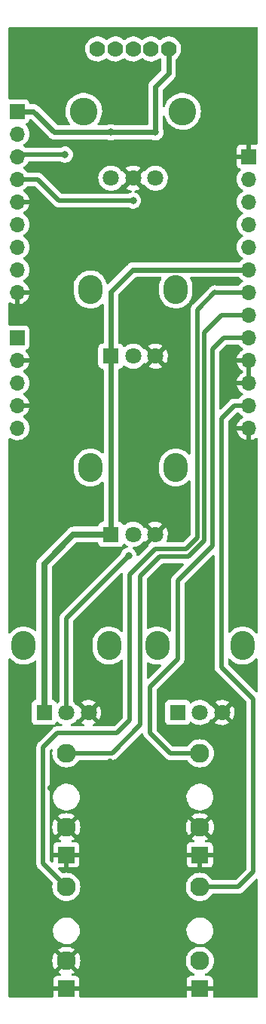
<source format=gbr>
%TF.GenerationSoftware,KiCad,Pcbnew,(6.0.9)*%
%TF.CreationDate,2023-01-29T17:20:29+01:00*%
%TF.ProjectId,wvtbl_main_board,77767462-6c5f-46d6-9169-6e5f626f6172,rev?*%
%TF.SameCoordinates,Original*%
%TF.FileFunction,Copper,L1,Top*%
%TF.FilePolarity,Positive*%
%FSLAX46Y46*%
G04 Gerber Fmt 4.6, Leading zero omitted, Abs format (unit mm)*
G04 Created by KiCad (PCBNEW (6.0.9)) date 2023-01-29 17:20:29*
%MOMM*%
%LPD*%
G01*
G04 APERTURE LIST*
%TA.AperFunction,ComponentPad*%
%ADD10O,2.720000X3.240000*%
%TD*%
%TA.AperFunction,ComponentPad*%
%ADD11R,1.800000X1.800000*%
%TD*%
%TA.AperFunction,ComponentPad*%
%ADD12C,1.800000*%
%TD*%
%TA.AperFunction,ComponentPad*%
%ADD13R,1.930000X1.830000*%
%TD*%
%TA.AperFunction,ComponentPad*%
%ADD14C,2.130000*%
%TD*%
%TA.AperFunction,ComponentPad*%
%ADD15C,1.778000*%
%TD*%
%TA.AperFunction,ComponentPad*%
%ADD16C,1.798320*%
%TD*%
%TA.AperFunction,ComponentPad*%
%ADD17C,3.114040*%
%TD*%
%TA.AperFunction,ComponentPad*%
%ADD18R,1.700000X1.700000*%
%TD*%
%TA.AperFunction,ComponentPad*%
%ADD19O,1.700000X1.700000*%
%TD*%
%TA.AperFunction,ViaPad*%
%ADD20C,0.800000*%
%TD*%
%TA.AperFunction,ViaPad*%
%ADD21C,0.700000*%
%TD*%
%TA.AperFunction,Conductor*%
%ADD22C,0.500000*%
%TD*%
%TA.AperFunction,Conductor*%
%ADD23C,0.600000*%
%TD*%
%TA.AperFunction,Conductor*%
%ADD24C,0.700000*%
%TD*%
G04 APERTURE END LIST*
D10*
%TO.P,RV2,*%
%TO.N,*%
X54800000Y-95000000D03*
X45200000Y-95000000D03*
D11*
%TO.P,RV2,1,1*%
%TO.N,+3.3VA*%
X47500000Y-102500000D03*
D12*
%TO.P,RV2,2,2*%
%TO.N,/POT_2*%
X50000000Y-102500000D03*
%TO.P,RV2,3,3*%
%TO.N,GND*%
X52500000Y-102500000D03*
%TD*%
D13*
%TO.P,J5,S*%
%TO.N,GND*%
X57500000Y-153480000D03*
D14*
%TO.P,J5,T*%
%TO.N,/OUT*%
X57500000Y-142080000D03*
%TO.P,J5,TN*%
%TO.N,unconnected-(J5-PadTN)*%
X57500000Y-150380000D03*
%TD*%
D15*
%TO.P,S1,1*%
%TO.N,Net-(R6-Pad1)*%
X46002040Y-48002300D03*
%TO.P,S1,2*%
%TO.N,Net-(R7-Pad1)*%
X48001020Y-48002300D03*
%TO.P,S1,3*%
%TO.N,/ENCODER_SWITCH*%
X50000000Y-48002300D03*
%TO.P,S1,4*%
%TO.N,Net-(R8-Pad1)*%
X51998980Y-48002300D03*
%TO.P,S1,5*%
%TO.N,+3.3V*%
X53997960Y-48002300D03*
D16*
%TO.P,S1,A*%
%TO.N,Net-(R1-Pad2)*%
X47500640Y-62498080D03*
%TO.P,S1,B*%
%TO.N,Net-(R2-Pad2)*%
X52499360Y-62498080D03*
%TO.P,S1,C*%
%TO.N,GND*%
X50000000Y-62498080D03*
D17*
%TO.P,S1,M1*%
%TO.N,N/C*%
X44450100Y-55000000D03*
%TO.P,S1,M2*%
X55549900Y-55000000D03*
%TD*%
D13*
%TO.P,J2,S*%
%TO.N,GND*%
X42500000Y-153480000D03*
D14*
%TO.P,J2,T*%
%TO.N,/CV1*%
X42500000Y-142080000D03*
%TO.P,J2,TN*%
%TO.N,GND*%
X42500000Y-150380000D03*
%TD*%
D10*
%TO.P,RV4,*%
%TO.N,*%
X52700000Y-115000000D03*
X62300000Y-115000000D03*
D11*
%TO.P,RV4,1,1*%
%TO.N,+3.3VA*%
X55000000Y-122500000D03*
D12*
%TO.P,RV4,2,2*%
%TO.N,/POT_4*%
X57500000Y-122500000D03*
%TO.P,RV4,3,3*%
%TO.N,GND*%
X60000000Y-122500000D03*
%TD*%
D10*
%TO.P,RV3,*%
%TO.N,*%
X47300000Y-115000000D03*
X37700000Y-115000000D03*
D11*
%TO.P,RV3,1,1*%
%TO.N,+3.3VA*%
X40000000Y-122500000D03*
D12*
%TO.P,RV3,2,2*%
%TO.N,/POT_3*%
X42500000Y-122500000D03*
%TO.P,RV3,3,3*%
%TO.N,GND*%
X45000000Y-122500000D03*
%TD*%
D13*
%TO.P,J4,S*%
%TO.N,GND*%
X57500000Y-138480000D03*
D14*
%TO.P,J4,T*%
%TO.N,/CV3*%
X57500000Y-127080000D03*
%TO.P,J4,TN*%
%TO.N,GND*%
X57500000Y-135380000D03*
%TD*%
D13*
%TO.P,J3,S*%
%TO.N,GND*%
X42500000Y-138480000D03*
D14*
%TO.P,J3,T*%
%TO.N,/CV2*%
X42500000Y-127080000D03*
%TO.P,J3,TN*%
%TO.N,GND*%
X42500000Y-135380000D03*
%TD*%
D10*
%TO.P,RV1,*%
%TO.N,*%
X45200000Y-75000000D03*
X54800000Y-75000000D03*
D11*
%TO.P,RV1,1,1*%
%TO.N,+3.3VA*%
X47500000Y-82500000D03*
D12*
%TO.P,RV1,2,2*%
%TO.N,/POT_1*%
X50000000Y-82500000D03*
%TO.P,RV1,3,3*%
%TO.N,GND*%
X52500000Y-82500000D03*
%TD*%
D18*
%TO.P,U1,1,GND*%
%TO.N,GND*%
X63000000Y-60080000D03*
D19*
%TO.P,U1,2,POT_1*%
%TO.N,/POT_1*%
X63000000Y-62620000D03*
%TO.P,U1,3,POT_2*%
%TO.N,/POT_2*%
X63000000Y-65160000D03*
%TO.P,U1,4,POT_3*%
%TO.N,/POT_3*%
X63000000Y-67700000D03*
%TO.P,U1,5,POT_4*%
%TO.N,/POT_4*%
X63000000Y-70240000D03*
%TO.P,U1,6,+3.3VA*%
%TO.N,+3.3VA*%
X63000000Y-72780000D03*
%TO.P,U1,7,CV1*%
%TO.N,/CV1*%
X63000000Y-75320000D03*
%TO.P,U1,8,CV2*%
%TO.N,/CV2*%
X63000000Y-77860000D03*
%TO.P,U1,9,CV3*%
%TO.N,/CV3*%
X63000000Y-80400000D03*
%TO.P,U1,10,CV4*%
%TO.N,GND*%
X63000000Y-82940000D03*
%TO.P,U1,11,GND*%
X63000000Y-85480000D03*
%TO.P,U1,12,OUT*%
%TO.N,/OUT*%
X63000000Y-88020000D03*
%TO.P,U1,13,GND*%
%TO.N,GND*%
X63000000Y-90560000D03*
%TO.P,U1,14,-12V*%
%TO.N,-12V*%
X37000000Y-90560000D03*
%TO.P,U1,15,GND*%
%TO.N,GND*%
X37000000Y-88020000D03*
%TO.P,U1,16,+12V*%
%TO.N,+12V*%
X37000000Y-85480000D03*
%TO.P,U1,17,GND*%
%TO.N,GND*%
X37000000Y-82940000D03*
D18*
%TO.P,U1,18,+5V*%
%TO.N,+5V*%
X37000000Y-80400000D03*
D19*
%TO.P,U1,19,GND*%
%TO.N,GND*%
X37000000Y-75320000D03*
%TO.P,U1,20,LED_1*%
%TO.N,/LED_1*%
X37000000Y-72780000D03*
%TO.P,U1,21,LED_2*%
%TO.N,/LED_2*%
X37000000Y-70240000D03*
%TO.P,U1,22,LED_3*%
%TO.N,/LED_3*%
X37000000Y-67700000D03*
%TO.P,U1,23,GND*%
%TO.N,GND*%
X37000000Y-65160000D03*
%TO.P,U1,24,ENCODER_B*%
%TO.N,/ENCODER_B*%
X37000000Y-62620000D03*
%TO.P,U1,25,ENCODER_A*%
%TO.N,/ENCODER_A*%
X37000000Y-60080000D03*
%TO.P,U1,26,ENCODER_SWITCH*%
%TO.N,/ENCODER_SWITCH*%
X37000000Y-57540000D03*
D18*
%TO.P,U1,27,+3.3V*%
%TO.N,+3.3V*%
X37000000Y-55000000D03*
%TD*%
D20*
%TO.N,/ENCODER_A*%
X42350000Y-59850000D03*
D21*
%TO.N,GND*%
X40700000Y-146000000D03*
X40800000Y-82800000D03*
X53200000Y-108000000D03*
X37400000Y-52700000D03*
X59300000Y-146000000D03*
X53250000Y-67000000D03*
X61900000Y-131000000D03*
X63000000Y-153500000D03*
X43200000Y-89800000D03*
X51300000Y-74500000D03*
X44900000Y-119700000D03*
X54450000Y-141300000D03*
X52400000Y-128000000D03*
X59825000Y-119700000D03*
X36900000Y-153600000D03*
X44500000Y-67300000D03*
X38100000Y-146000000D03*
X50000000Y-143800000D03*
X50000000Y-146400000D03*
X55800000Y-63500000D03*
X43400000Y-107000000D03*
X39200000Y-97800000D03*
X45550000Y-141300000D03*
X37100000Y-118100000D03*
X50000000Y-141300000D03*
X48800000Y-150400000D03*
X52400000Y-99700000D03*
X43000000Y-129500000D03*
X36900000Y-46200000D03*
X48700000Y-80700000D03*
X51600000Y-70300000D03*
X52400000Y-79600000D03*
X51700000Y-46000000D03*
X45550000Y-146350000D03*
X54450000Y-146350000D03*
X47375000Y-128000000D03*
X38400000Y-112100000D03*
X40700000Y-131000000D03*
X37700000Y-125200000D03*
X62400000Y-111700000D03*
X52400000Y-152000000D03*
X59300000Y-131000000D03*
X50000000Y-52600000D03*
X40800000Y-89800000D03*
X55900000Y-70000000D03*
X45600000Y-61850000D03*
X54450000Y-143800000D03*
X43200000Y-98400000D03*
X62700000Y-118300000D03*
X36800000Y-97800000D03*
X56400000Y-110900000D03*
X59000000Y-49200000D03*
X46300000Y-80600000D03*
X61900000Y-146000000D03*
X52000000Y-117900000D03*
X53200000Y-120400000D03*
X48100000Y-111000000D03*
X38100000Y-131000000D03*
X63600000Y-142100000D03*
X48900000Y-75600000D03*
X45550000Y-143800000D03*
X43200000Y-82800000D03*
D20*
%TO.N,+3.3V*%
X47500000Y-57350000D03*
X52500000Y-57350000D03*
%TO.N,/ENCODER_B*%
X50000000Y-65012500D03*
%TO.N,/POT_3*%
X49500000Y-104900000D03*
%TD*%
D22*
%TO.N,/ENCODER_A*%
X42350000Y-59850000D02*
X37230000Y-59850000D01*
X37230000Y-59850000D02*
X37000000Y-60080000D01*
D23*
%TO.N,+3.3V*%
X41150000Y-57350000D02*
X38800000Y-55000000D01*
X38800000Y-55000000D02*
X37000000Y-55000000D01*
X47500000Y-57350000D02*
X52500000Y-57350000D01*
X52500000Y-52250000D02*
X54000000Y-50750000D01*
X53997960Y-50747960D02*
X53997960Y-48002300D01*
X54000000Y-50750000D02*
X53997960Y-50747960D01*
X52500000Y-57350000D02*
X52500000Y-52250000D01*
X47500000Y-57350000D02*
X41150000Y-57350000D01*
D22*
%TO.N,/ENCODER_B*%
X37000000Y-62620000D02*
X39270000Y-62620000D01*
X39270000Y-62620000D02*
X41662500Y-65012500D01*
X41662500Y-65012500D02*
X50000000Y-65012500D01*
%TO.N,/POT_3*%
X42500000Y-111900000D02*
X42500000Y-122500000D01*
X49500000Y-104900000D02*
X42500000Y-111900000D01*
%TO.N,/CV1*%
X49600000Y-123400000D02*
X48200000Y-124800000D01*
X48200000Y-124800000D02*
X41500000Y-124800000D01*
X63000000Y-75320000D02*
X59220000Y-75320000D01*
X39900000Y-139480000D02*
X42500000Y-142080000D01*
X39900000Y-126400000D02*
X39900000Y-139480000D01*
X52500000Y-104100000D02*
X49600000Y-107000000D01*
X57200000Y-77300000D02*
X57200000Y-102900000D01*
X56000000Y-104100000D02*
X52500000Y-104100000D01*
X57200000Y-102900000D02*
X56000000Y-104100000D01*
X59200000Y-75300000D02*
X57200000Y-77300000D01*
X59220000Y-75320000D02*
X59200000Y-75300000D01*
X49600000Y-107000000D02*
X49600000Y-123400000D01*
X41500000Y-124800000D02*
X39900000Y-126400000D01*
%TO.N,/CV2*%
X47620000Y-127080000D02*
X50800000Y-123900000D01*
X50800000Y-123900000D02*
X50800000Y-107200000D01*
X42500000Y-127080000D02*
X47620000Y-127080000D01*
X50800000Y-107200000D02*
X53000000Y-105000000D01*
X58000000Y-79800000D02*
X59940000Y-77860000D01*
X53000000Y-105000000D02*
X56200000Y-105000000D01*
X59940000Y-77860000D02*
X63000000Y-77860000D01*
X58000000Y-103200000D02*
X58000000Y-79800000D01*
X56200000Y-105000000D02*
X58000000Y-103200000D01*
%TO.N,/CV3*%
X55000000Y-116500000D02*
X55000000Y-107700000D01*
X55000000Y-107700000D02*
X58900000Y-103800000D01*
X54200000Y-127100000D02*
X54220000Y-127080000D01*
X60200000Y-80400000D02*
X58900000Y-81700000D01*
X63000000Y-80400000D02*
X60200000Y-80400000D01*
X51900000Y-119600000D02*
X51900000Y-124800000D01*
X54220000Y-127080000D02*
X57500000Y-127080000D01*
X51900000Y-124800000D02*
X54200000Y-127100000D01*
X58900000Y-81700000D02*
X58900000Y-103800000D01*
X55000000Y-116500000D02*
X51900000Y-119600000D01*
D23*
%TO.N,+3.3VA*%
X47500000Y-82500000D02*
X47500000Y-102500000D01*
X63000000Y-72780000D02*
X49970000Y-72780000D01*
D24*
X40000000Y-105800000D02*
X43300000Y-102500000D01*
D23*
X49970000Y-72780000D02*
X47500000Y-75250000D01*
D24*
X40000000Y-122500000D02*
X40000000Y-105800000D01*
D23*
X47500000Y-75250000D02*
X47500000Y-82500000D01*
D24*
X43300000Y-102500000D02*
X47500000Y-102500000D01*
D22*
%TO.N,/OUT*%
X63000000Y-88020000D02*
X61380000Y-88020000D01*
X59900000Y-117400000D02*
X63500000Y-121000000D01*
X59900000Y-89500000D02*
X59900000Y-117400000D01*
X63500000Y-121000000D02*
X63500000Y-140400000D01*
X63500000Y-140400000D02*
X61820000Y-142080000D01*
X61380000Y-88020000D02*
X59900000Y-89500000D01*
X61820000Y-142080000D02*
X57500000Y-142080000D01*
%TD*%
%TA.AperFunction,Conductor*%
%TO.N,GND*%
G36*
X59059532Y-104817315D02*
G01*
X59116368Y-104859862D01*
X59141179Y-104926382D01*
X59141500Y-104935371D01*
X59141500Y-117332930D01*
X59140067Y-117351880D01*
X59136801Y-117373349D01*
X59137394Y-117380641D01*
X59137394Y-117380644D01*
X59141085Y-117426018D01*
X59141500Y-117436233D01*
X59141500Y-117444293D01*
X59141925Y-117447937D01*
X59144789Y-117472507D01*
X59145222Y-117476882D01*
X59151140Y-117549637D01*
X59153396Y-117556601D01*
X59154587Y-117562560D01*
X59155971Y-117568415D01*
X59156818Y-117575681D01*
X59181735Y-117644327D01*
X59183152Y-117648455D01*
X59205649Y-117717899D01*
X59209445Y-117724154D01*
X59211951Y-117729628D01*
X59214670Y-117735058D01*
X59217167Y-117741937D01*
X59221180Y-117748057D01*
X59221180Y-117748058D01*
X59257186Y-117802976D01*
X59259523Y-117806680D01*
X59297405Y-117869107D01*
X59301121Y-117873315D01*
X59301122Y-117873316D01*
X59304803Y-117877484D01*
X59304776Y-117877508D01*
X59307429Y-117880500D01*
X59310132Y-117883733D01*
X59314144Y-117889852D01*
X59319456Y-117894884D01*
X59370383Y-117943128D01*
X59372825Y-117945506D01*
X62704595Y-121277275D01*
X62738621Y-121339587D01*
X62741500Y-121366370D01*
X62741500Y-140033629D01*
X62721498Y-140101750D01*
X62704595Y-140122724D01*
X61542724Y-141284595D01*
X61480412Y-141318621D01*
X61453629Y-141321500D01*
X58951199Y-141321500D01*
X58883078Y-141301498D01*
X58843766Y-141261335D01*
X58803898Y-141196276D01*
X58776925Y-141152260D01*
X58616073Y-140963927D01*
X58427740Y-140803075D01*
X58216563Y-140673666D01*
X58211993Y-140671773D01*
X58211989Y-140671771D01*
X57992315Y-140580779D01*
X57992313Y-140580778D01*
X57987742Y-140578885D01*
X57902830Y-140558499D01*
X57751724Y-140522221D01*
X57751718Y-140522220D01*
X57746911Y-140521066D01*
X57500000Y-140501634D01*
X57253089Y-140521066D01*
X57248282Y-140522220D01*
X57248276Y-140522221D01*
X57097170Y-140558499D01*
X57012258Y-140578885D01*
X57007687Y-140580778D01*
X57007685Y-140580779D01*
X56788011Y-140671771D01*
X56788007Y-140671773D01*
X56783437Y-140673666D01*
X56572260Y-140803075D01*
X56383927Y-140963927D01*
X56223075Y-141152260D01*
X56093666Y-141363437D01*
X55998885Y-141592258D01*
X55997730Y-141597070D01*
X55942221Y-141828276D01*
X55942220Y-141828282D01*
X55941066Y-141833089D01*
X55921634Y-142080000D01*
X55941066Y-142326911D01*
X55942220Y-142331718D01*
X55942221Y-142331724D01*
X55978499Y-142482830D01*
X55998885Y-142567742D01*
X56000778Y-142572313D01*
X56000779Y-142572315D01*
X56081587Y-142767401D01*
X56093666Y-142796563D01*
X56223075Y-143007740D01*
X56383927Y-143196073D01*
X56572260Y-143356925D01*
X56783437Y-143486334D01*
X56788007Y-143488227D01*
X56788011Y-143488229D01*
X57007685Y-143579221D01*
X57012258Y-143581115D01*
X57097170Y-143601501D01*
X57248276Y-143637779D01*
X57248282Y-143637780D01*
X57253089Y-143638934D01*
X57500000Y-143658366D01*
X57746911Y-143638934D01*
X57751718Y-143637780D01*
X57751724Y-143637779D01*
X57902830Y-143601501D01*
X57987742Y-143581115D01*
X57992315Y-143579221D01*
X58211989Y-143488229D01*
X58211993Y-143488227D01*
X58216563Y-143486334D01*
X58427740Y-143356925D01*
X58616073Y-143196073D01*
X58776925Y-143007740D01*
X58843766Y-142898665D01*
X58896414Y-142851034D01*
X58951199Y-142838500D01*
X61752930Y-142838500D01*
X61771880Y-142839933D01*
X61786115Y-142842099D01*
X61786119Y-142842099D01*
X61793349Y-142843199D01*
X61800641Y-142842606D01*
X61800644Y-142842606D01*
X61846018Y-142838915D01*
X61856233Y-142838500D01*
X61864293Y-142838500D01*
X61877583Y-142836951D01*
X61892507Y-142835211D01*
X61896882Y-142834778D01*
X61962339Y-142829454D01*
X61962342Y-142829453D01*
X61969637Y-142828860D01*
X61976601Y-142826604D01*
X61982560Y-142825413D01*
X61988415Y-142824029D01*
X61995681Y-142823182D01*
X62064327Y-142798265D01*
X62068455Y-142796848D01*
X62130936Y-142776607D01*
X62130938Y-142776606D01*
X62137899Y-142774351D01*
X62144154Y-142770555D01*
X62149628Y-142768049D01*
X62155058Y-142765330D01*
X62161937Y-142762833D01*
X62222976Y-142722814D01*
X62226680Y-142720477D01*
X62289107Y-142682595D01*
X62297484Y-142675197D01*
X62297508Y-142675224D01*
X62300500Y-142672571D01*
X62303733Y-142669868D01*
X62309852Y-142665856D01*
X62363128Y-142609617D01*
X62365506Y-142607175D01*
X63776405Y-141196276D01*
X63838717Y-141162250D01*
X63909532Y-141167315D01*
X63966368Y-141209862D01*
X63991179Y-141276382D01*
X63991500Y-141285371D01*
X63991500Y-154365500D01*
X63971498Y-154433621D01*
X63917842Y-154480114D01*
X63865500Y-154491500D01*
X59099000Y-154491500D01*
X59030879Y-154471498D01*
X58984386Y-154417842D01*
X58973000Y-154365500D01*
X58973000Y-153752115D01*
X58968525Y-153736876D01*
X58967135Y-153735671D01*
X58959452Y-153734000D01*
X56045116Y-153734000D01*
X56029877Y-153738475D01*
X56028672Y-153739865D01*
X56027001Y-153747548D01*
X56027001Y-154365500D01*
X56006999Y-154433621D01*
X55953343Y-154480114D01*
X55901001Y-154491500D01*
X44099000Y-154491500D01*
X44030879Y-154471498D01*
X43984386Y-154417842D01*
X43973000Y-154365500D01*
X43973000Y-153752115D01*
X43968525Y-153736876D01*
X43967135Y-153735671D01*
X43959452Y-153734000D01*
X41045116Y-153734000D01*
X41029877Y-153738475D01*
X41028672Y-153739865D01*
X41027001Y-153747548D01*
X41027001Y-154365500D01*
X41006999Y-154433621D01*
X40953343Y-154480114D01*
X40901001Y-154491500D01*
X36134500Y-154491500D01*
X36066379Y-154471498D01*
X36019886Y-154417842D01*
X36008500Y-154365500D01*
X36008500Y-153207885D01*
X41027000Y-153207885D01*
X41031475Y-153223124D01*
X41032865Y-153224329D01*
X41040548Y-153226000D01*
X43954884Y-153226000D01*
X43970123Y-153221525D01*
X43971328Y-153220135D01*
X43972999Y-153212452D01*
X43972999Y-152520331D01*
X43972629Y-152513510D01*
X43967105Y-152462648D01*
X43963479Y-152447396D01*
X43918324Y-152326946D01*
X43909786Y-152311351D01*
X43833285Y-152209276D01*
X43820724Y-152196715D01*
X43718649Y-152120214D01*
X43703054Y-152111676D01*
X43582606Y-152066522D01*
X43567351Y-152062895D01*
X43516486Y-152057369D01*
X43509672Y-152057000D01*
X43195255Y-152057000D01*
X43127134Y-152036998D01*
X43080641Y-151983342D01*
X43070537Y-151913068D01*
X43100031Y-151848488D01*
X43147037Y-151814591D01*
X43211761Y-151787782D01*
X43220555Y-151783301D01*
X43405715Y-151669835D01*
X43415175Y-151659379D01*
X43411391Y-151650601D01*
X42512812Y-150752022D01*
X42498868Y-150744408D01*
X42497035Y-150744539D01*
X42490420Y-150748790D01*
X41591652Y-151647558D01*
X41584892Y-151659938D01*
X41590619Y-151667588D01*
X41779445Y-151783301D01*
X41788235Y-151787780D01*
X41852965Y-151814592D01*
X41908245Y-151859141D01*
X41930666Y-151926504D01*
X41913107Y-151995296D01*
X41861145Y-152043674D01*
X41804746Y-152057001D01*
X41490331Y-152057001D01*
X41483510Y-152057371D01*
X41432648Y-152062895D01*
X41417396Y-152066521D01*
X41296946Y-152111676D01*
X41281351Y-152120214D01*
X41179276Y-152196715D01*
X41166715Y-152209276D01*
X41090214Y-152311351D01*
X41081676Y-152326946D01*
X41036522Y-152447394D01*
X41032895Y-152462649D01*
X41027369Y-152513514D01*
X41027000Y-152520328D01*
X41027000Y-153207885D01*
X36008500Y-153207885D01*
X36008500Y-150384930D01*
X40922524Y-150384930D01*
X40941174Y-150621898D01*
X40942717Y-150631645D01*
X40998207Y-150862775D01*
X41001256Y-150872160D01*
X41092218Y-151091761D01*
X41096699Y-151100555D01*
X41210165Y-151285715D01*
X41220621Y-151295175D01*
X41229399Y-151291391D01*
X42127978Y-150392812D01*
X42134356Y-150381132D01*
X42864408Y-150381132D01*
X42864539Y-150382965D01*
X42868790Y-150389580D01*
X43767558Y-151288348D01*
X43779938Y-151295108D01*
X43787588Y-151289381D01*
X43903301Y-151100555D01*
X43907782Y-151091761D01*
X43998744Y-150872160D01*
X44001793Y-150862775D01*
X44057283Y-150631645D01*
X44058826Y-150621898D01*
X44077476Y-150384930D01*
X44077476Y-150380000D01*
X55921634Y-150380000D01*
X55941066Y-150626911D01*
X55942220Y-150631718D01*
X55942221Y-150631724D01*
X55969275Y-150744408D01*
X55998885Y-150867742D01*
X56093666Y-151096563D01*
X56223075Y-151307740D01*
X56383927Y-151496073D01*
X56572260Y-151656925D01*
X56783437Y-151786334D01*
X56851656Y-151814591D01*
X56851658Y-151814592D01*
X56906938Y-151859141D01*
X56929359Y-151926504D01*
X56911801Y-151995295D01*
X56859838Y-152043674D01*
X56803439Y-152057001D01*
X56490331Y-152057001D01*
X56483510Y-152057371D01*
X56432648Y-152062895D01*
X56417396Y-152066521D01*
X56296946Y-152111676D01*
X56281351Y-152120214D01*
X56179276Y-152196715D01*
X56166715Y-152209276D01*
X56090214Y-152311351D01*
X56081676Y-152326946D01*
X56036522Y-152447394D01*
X56032895Y-152462649D01*
X56027369Y-152513514D01*
X56027000Y-152520328D01*
X56027000Y-153207885D01*
X56031475Y-153223124D01*
X56032865Y-153224329D01*
X56040548Y-153226000D01*
X58954884Y-153226000D01*
X58970123Y-153221525D01*
X58971328Y-153220135D01*
X58972999Y-153212452D01*
X58972999Y-152520331D01*
X58972629Y-152513510D01*
X58967105Y-152462648D01*
X58963479Y-152447396D01*
X58918324Y-152326946D01*
X58909786Y-152311351D01*
X58833285Y-152209276D01*
X58820724Y-152196715D01*
X58718649Y-152120214D01*
X58703054Y-152111676D01*
X58582606Y-152066522D01*
X58567351Y-152062895D01*
X58516486Y-152057369D01*
X58509672Y-152057000D01*
X58196562Y-152057000D01*
X58128441Y-152036998D01*
X58081948Y-151983342D01*
X58071844Y-151913068D01*
X58101338Y-151848488D01*
X58148343Y-151814592D01*
X58176640Y-151802871D01*
X58211989Y-151788229D01*
X58211993Y-151788227D01*
X58216563Y-151786334D01*
X58427740Y-151656925D01*
X58616073Y-151496073D01*
X58776925Y-151307740D01*
X58906334Y-151096563D01*
X59001115Y-150867742D01*
X59030725Y-150744408D01*
X59057779Y-150631724D01*
X59057780Y-150631718D01*
X59058934Y-150626911D01*
X59078366Y-150380000D01*
X59058934Y-150133089D01*
X59057780Y-150128282D01*
X59057779Y-150128276D01*
X59002270Y-149897070D01*
X59001115Y-149892258D01*
X58906334Y-149663437D01*
X58776925Y-149452260D01*
X58616073Y-149263927D01*
X58427740Y-149103075D01*
X58216563Y-148973666D01*
X58211993Y-148971773D01*
X58211989Y-148971771D01*
X57992315Y-148880779D01*
X57992313Y-148880778D01*
X57987742Y-148878885D01*
X57902830Y-148858499D01*
X57751724Y-148822221D01*
X57751718Y-148822220D01*
X57746911Y-148821066D01*
X57500000Y-148801634D01*
X57253089Y-148821066D01*
X57248282Y-148822220D01*
X57248276Y-148822221D01*
X57097170Y-148858499D01*
X57012258Y-148878885D01*
X57007687Y-148880778D01*
X57007685Y-148880779D01*
X56788011Y-148971771D01*
X56788007Y-148971773D01*
X56783437Y-148973666D01*
X56572260Y-149103075D01*
X56383927Y-149263927D01*
X56223075Y-149452260D01*
X56093666Y-149663437D01*
X55998885Y-149892258D01*
X55997730Y-149897070D01*
X55942221Y-150128276D01*
X55942220Y-150128282D01*
X55941066Y-150133089D01*
X55921634Y-150380000D01*
X44077476Y-150380000D01*
X44077476Y-150375070D01*
X44058826Y-150138102D01*
X44057283Y-150128355D01*
X44001793Y-149897225D01*
X43998744Y-149887840D01*
X43907782Y-149668239D01*
X43903301Y-149659445D01*
X43789835Y-149474285D01*
X43779379Y-149464825D01*
X43770601Y-149468609D01*
X42872022Y-150367188D01*
X42864408Y-150381132D01*
X42134356Y-150381132D01*
X42135592Y-150378868D01*
X42135461Y-150377035D01*
X42131210Y-150370420D01*
X41232442Y-149471652D01*
X41220062Y-149464892D01*
X41212412Y-149470619D01*
X41096699Y-149659445D01*
X41092218Y-149668239D01*
X41001256Y-149887840D01*
X40998207Y-149897225D01*
X40942717Y-150128355D01*
X40941174Y-150138102D01*
X40922524Y-150375070D01*
X40922524Y-150384930D01*
X36008500Y-150384930D01*
X36008500Y-149100621D01*
X41584825Y-149100621D01*
X41588609Y-149109399D01*
X42487188Y-150007978D01*
X42501132Y-150015592D01*
X42502965Y-150015461D01*
X42509580Y-150011210D01*
X43408348Y-149112442D01*
X43415108Y-149100062D01*
X43409381Y-149092412D01*
X43220555Y-148976699D01*
X43211761Y-148972218D01*
X42992160Y-148881256D01*
X42982775Y-148878207D01*
X42751645Y-148822717D01*
X42741898Y-148821174D01*
X42504930Y-148802524D01*
X42495070Y-148802524D01*
X42258102Y-148821174D01*
X42248355Y-148822717D01*
X42017225Y-148878207D01*
X42007840Y-148881256D01*
X41788239Y-148972218D01*
X41779445Y-148976699D01*
X41594285Y-149090165D01*
X41584825Y-149100621D01*
X36008500Y-149100621D01*
X36008500Y-147000000D01*
X40994859Y-147000000D01*
X41002839Y-147097060D01*
X41014646Y-147240678D01*
X41014647Y-147240684D01*
X41015070Y-147245829D01*
X41075159Y-147485055D01*
X41077217Y-147489788D01*
X41077218Y-147489791D01*
X41092270Y-147524407D01*
X41173514Y-147711256D01*
X41307492Y-147918355D01*
X41310971Y-147922178D01*
X41310973Y-147922181D01*
X41337154Y-147950953D01*
X41473496Y-148100790D01*
X41477547Y-148103989D01*
X41477551Y-148103993D01*
X41663013Y-148250462D01*
X41663017Y-148250464D01*
X41667068Y-148253664D01*
X41671589Y-148256160D01*
X41671591Y-148256161D01*
X41707582Y-148276029D01*
X41883008Y-148372869D01*
X41887877Y-148374593D01*
X41887881Y-148374595D01*
X42110643Y-148453480D01*
X42110647Y-148453481D01*
X42115518Y-148455206D01*
X42120611Y-148456113D01*
X42120614Y-148456114D01*
X42224156Y-148474557D01*
X42358354Y-148498461D01*
X42451217Y-148499596D01*
X42599823Y-148501412D01*
X42599825Y-148501412D01*
X42604993Y-148501475D01*
X42848813Y-148464165D01*
X43083266Y-148387534D01*
X43302054Y-148273640D01*
X43306187Y-148270537D01*
X43306190Y-148270535D01*
X43495168Y-148128647D01*
X43495171Y-148128645D01*
X43499303Y-148125542D01*
X43669714Y-147947216D01*
X43808712Y-147743452D01*
X43912564Y-147519722D01*
X43978481Y-147282035D01*
X44004692Y-147036774D01*
X44002572Y-147000000D01*
X55994859Y-147000000D01*
X56002839Y-147097060D01*
X56014646Y-147240678D01*
X56014647Y-147240684D01*
X56015070Y-147245829D01*
X56075159Y-147485055D01*
X56077217Y-147489788D01*
X56077218Y-147489791D01*
X56092270Y-147524407D01*
X56173514Y-147711256D01*
X56307492Y-147918355D01*
X56310971Y-147922178D01*
X56310973Y-147922181D01*
X56337154Y-147950953D01*
X56473496Y-148100790D01*
X56477547Y-148103989D01*
X56477551Y-148103993D01*
X56663013Y-148250462D01*
X56663017Y-148250464D01*
X56667068Y-148253664D01*
X56671589Y-148256160D01*
X56671591Y-148256161D01*
X56707582Y-148276029D01*
X56883008Y-148372869D01*
X56887877Y-148374593D01*
X56887881Y-148374595D01*
X57110643Y-148453480D01*
X57110647Y-148453481D01*
X57115518Y-148455206D01*
X57120611Y-148456113D01*
X57120614Y-148456114D01*
X57224156Y-148474557D01*
X57358354Y-148498461D01*
X57451217Y-148499596D01*
X57599823Y-148501412D01*
X57599825Y-148501412D01*
X57604993Y-148501475D01*
X57848813Y-148464165D01*
X58083266Y-148387534D01*
X58302054Y-148273640D01*
X58306187Y-148270537D01*
X58306190Y-148270535D01*
X58495168Y-148128647D01*
X58495171Y-148128645D01*
X58499303Y-148125542D01*
X58669714Y-147947216D01*
X58808712Y-147743452D01*
X58912564Y-147519722D01*
X58978481Y-147282035D01*
X59004692Y-147036774D01*
X58998141Y-146923152D01*
X58990791Y-146795694D01*
X58990493Y-146790525D01*
X58989356Y-146785479D01*
X58989355Y-146785473D01*
X58937402Y-146554943D01*
X58936266Y-146549901D01*
X58894045Y-146445921D01*
X58845412Y-146326153D01*
X58845411Y-146326151D01*
X58843468Y-146321366D01*
X58714589Y-146111055D01*
X58553092Y-145924618D01*
X58363313Y-145767061D01*
X58358861Y-145764459D01*
X58358856Y-145764456D01*
X58154808Y-145645220D01*
X58154807Y-145645220D01*
X58150350Y-145642615D01*
X57919921Y-145554623D01*
X57914853Y-145553592D01*
X57914850Y-145553591D01*
X57784608Y-145527093D01*
X57678215Y-145505447D01*
X57673040Y-145505257D01*
X57673038Y-145505257D01*
X57436886Y-145496597D01*
X57436882Y-145496597D01*
X57431722Y-145496408D01*
X57426602Y-145497064D01*
X57426600Y-145497064D01*
X57362646Y-145505257D01*
X57187064Y-145527750D01*
X57182113Y-145529235D01*
X57182110Y-145529236D01*
X56955752Y-145597147D01*
X56950809Y-145598630D01*
X56729303Y-145707144D01*
X56725098Y-145710143D01*
X56725097Y-145710144D01*
X56645302Y-145767061D01*
X56528495Y-145850379D01*
X56353777Y-146024488D01*
X56209842Y-146224795D01*
X56100555Y-146445921D01*
X56099050Y-146450875D01*
X56030355Y-146676974D01*
X56030354Y-146676980D01*
X56028851Y-146681926D01*
X55996656Y-146926474D01*
X55994859Y-147000000D01*
X44002572Y-147000000D01*
X43998141Y-146923152D01*
X43990791Y-146795694D01*
X43990493Y-146790525D01*
X43989356Y-146785479D01*
X43989355Y-146785473D01*
X43937402Y-146554943D01*
X43936266Y-146549901D01*
X43894045Y-146445921D01*
X43845412Y-146326153D01*
X43845411Y-146326151D01*
X43843468Y-146321366D01*
X43714589Y-146111055D01*
X43553092Y-145924618D01*
X43363313Y-145767061D01*
X43358861Y-145764459D01*
X43358856Y-145764456D01*
X43154808Y-145645220D01*
X43154807Y-145645220D01*
X43150350Y-145642615D01*
X42919921Y-145554623D01*
X42914853Y-145553592D01*
X42914850Y-145553591D01*
X42784608Y-145527093D01*
X42678215Y-145505447D01*
X42673040Y-145505257D01*
X42673038Y-145505257D01*
X42436886Y-145496597D01*
X42436882Y-145496597D01*
X42431722Y-145496408D01*
X42426602Y-145497064D01*
X42426600Y-145497064D01*
X42362646Y-145505257D01*
X42187064Y-145527750D01*
X42182113Y-145529235D01*
X42182110Y-145529236D01*
X41955752Y-145597147D01*
X41950809Y-145598630D01*
X41729303Y-145707144D01*
X41725098Y-145710143D01*
X41725097Y-145710144D01*
X41645302Y-145767061D01*
X41528495Y-145850379D01*
X41353777Y-146024488D01*
X41209842Y-146224795D01*
X41100555Y-146445921D01*
X41099050Y-146450875D01*
X41030355Y-146676974D01*
X41030354Y-146676980D01*
X41028851Y-146681926D01*
X40996656Y-146926474D01*
X40994859Y-147000000D01*
X36008500Y-147000000D01*
X36008500Y-116496397D01*
X36028502Y-116428276D01*
X36082158Y-116381783D01*
X36152432Y-116371679D01*
X36217012Y-116401173D01*
X36234663Y-116419955D01*
X36296833Y-116501417D01*
X36490736Y-116690970D01*
X36709972Y-116850547D01*
X36949947Y-116976804D01*
X36954248Y-116978323D01*
X36954253Y-116978325D01*
X37045978Y-117010716D01*
X37205634Y-117067096D01*
X37256015Y-117077026D01*
X37467206Y-117118652D01*
X37467212Y-117118653D01*
X37471678Y-117119533D01*
X37476232Y-117119760D01*
X37476234Y-117119760D01*
X37737936Y-117132789D01*
X37737942Y-117132789D01*
X37742505Y-117133016D01*
X38012441Y-117107262D01*
X38016870Y-117106178D01*
X38016877Y-117106177D01*
X38176584Y-117067096D01*
X38275832Y-117042810D01*
X38336513Y-117018232D01*
X38522931Y-116942725D01*
X38522932Y-116942725D01*
X38527160Y-116941012D01*
X38761161Y-116803999D01*
X38848831Y-116733887D01*
X38936805Y-116663533D01*
X39002498Y-116636609D01*
X39072319Y-116649475D01*
X39124101Y-116698046D01*
X39141500Y-116761936D01*
X39141500Y-120968709D01*
X39121498Y-121036830D01*
X39067842Y-121083323D01*
X39029108Y-121093972D01*
X39016914Y-121095297D01*
X38989684Y-121098255D01*
X38853295Y-121149385D01*
X38736739Y-121236739D01*
X38649385Y-121353295D01*
X38598255Y-121489684D01*
X38591500Y-121551866D01*
X38591500Y-123448134D01*
X38598255Y-123510316D01*
X38649385Y-123646705D01*
X38736739Y-123763261D01*
X38853295Y-123850615D01*
X38989684Y-123901745D01*
X39051866Y-123908500D01*
X40948134Y-123908500D01*
X41010316Y-123901745D01*
X41090794Y-123871575D01*
X41097806Y-123871062D01*
X41112473Y-123863448D01*
X41127648Y-123857759D01*
X41146705Y-123850615D01*
X41263261Y-123763261D01*
X41350615Y-123646705D01*
X41365686Y-123606504D01*
X41408328Y-123549739D01*
X41474890Y-123525040D01*
X41544239Y-123540248D01*
X41564150Y-123553788D01*
X41689349Y-123657730D01*
X41889322Y-123774584D01*
X41894147Y-123776426D01*
X41894148Y-123776427D01*
X41950092Y-123797790D01*
X42006595Y-123840778D01*
X42030888Y-123907489D01*
X42015258Y-123976744D01*
X41964666Y-124026554D01*
X41905143Y-124041500D01*
X41567070Y-124041500D01*
X41548120Y-124040067D01*
X41533885Y-124037901D01*
X41533881Y-124037901D01*
X41526651Y-124036801D01*
X41519359Y-124037394D01*
X41519356Y-124037394D01*
X41473982Y-124041085D01*
X41463767Y-124041500D01*
X41455707Y-124041500D01*
X41452073Y-124041924D01*
X41452067Y-124041924D01*
X41439042Y-124043443D01*
X41427480Y-124044791D01*
X41423132Y-124045221D01*
X41350364Y-124051140D01*
X41343403Y-124053395D01*
X41337463Y-124054582D01*
X41331588Y-124055971D01*
X41324319Y-124056818D01*
X41255670Y-124081736D01*
X41251558Y-124083148D01*
X41195535Y-124101297D01*
X41192059Y-124101393D01*
X41188262Y-124103653D01*
X41182101Y-124105649D01*
X41175841Y-124109448D01*
X41170361Y-124111957D01*
X41164945Y-124114669D01*
X41158063Y-124117167D01*
X41151943Y-124121180D01*
X41151942Y-124121180D01*
X41097024Y-124157186D01*
X41093320Y-124159523D01*
X41030893Y-124197405D01*
X41022516Y-124204803D01*
X41022492Y-124204776D01*
X41019500Y-124207429D01*
X41016267Y-124210132D01*
X41010148Y-124214144D01*
X41005116Y-124219456D01*
X40956872Y-124270383D01*
X40954494Y-124272825D01*
X39411089Y-125816230D01*
X39396677Y-125828616D01*
X39385082Y-125837149D01*
X39385077Y-125837154D01*
X39379182Y-125841492D01*
X39374443Y-125847070D01*
X39374440Y-125847073D01*
X39344965Y-125881768D01*
X39338035Y-125889284D01*
X39332340Y-125894979D01*
X39330060Y-125897861D01*
X39314719Y-125917251D01*
X39311928Y-125920655D01*
X39277891Y-125960719D01*
X39264667Y-125976285D01*
X39261339Y-125982801D01*
X39257972Y-125987850D01*
X39254805Y-125992979D01*
X39250266Y-125998716D01*
X39219345Y-126064875D01*
X39217442Y-126068769D01*
X39184231Y-126133808D01*
X39182492Y-126140916D01*
X39180393Y-126146559D01*
X39178476Y-126152322D01*
X39175378Y-126158950D01*
X39173888Y-126166112D01*
X39173888Y-126166113D01*
X39160514Y-126230412D01*
X39159544Y-126234696D01*
X39142192Y-126305610D01*
X39141500Y-126316764D01*
X39141464Y-126316762D01*
X39141225Y-126320755D01*
X39140851Y-126324947D01*
X39139360Y-126332115D01*
X39139558Y-126339432D01*
X39141454Y-126409521D01*
X39141500Y-126412928D01*
X39141500Y-139412930D01*
X39140067Y-139431880D01*
X39138882Y-139439672D01*
X39136801Y-139453349D01*
X39137394Y-139460641D01*
X39137394Y-139460644D01*
X39141085Y-139506018D01*
X39141500Y-139516233D01*
X39141500Y-139524293D01*
X39141925Y-139527937D01*
X39144789Y-139552507D01*
X39145222Y-139556882D01*
X39151140Y-139629637D01*
X39153396Y-139636601D01*
X39154587Y-139642560D01*
X39155971Y-139648415D01*
X39156818Y-139655681D01*
X39181735Y-139724327D01*
X39183152Y-139728455D01*
X39194436Y-139763285D01*
X39205649Y-139797899D01*
X39209445Y-139804154D01*
X39211951Y-139809628D01*
X39214670Y-139815058D01*
X39217167Y-139821937D01*
X39221180Y-139828057D01*
X39221180Y-139828058D01*
X39257186Y-139882976D01*
X39259523Y-139886680D01*
X39297405Y-139949107D01*
X39301121Y-139953315D01*
X39301122Y-139953316D01*
X39304803Y-139957484D01*
X39304776Y-139957508D01*
X39307429Y-139960500D01*
X39310132Y-139963733D01*
X39314144Y-139969852D01*
X39319456Y-139974884D01*
X39370383Y-140023128D01*
X39372825Y-140025506D01*
X40937506Y-141590187D01*
X40971532Y-141652499D01*
X40970930Y-141708696D01*
X40942221Y-141828276D01*
X40942220Y-141828282D01*
X40941066Y-141833089D01*
X40921634Y-142080000D01*
X40941066Y-142326911D01*
X40942220Y-142331718D01*
X40942221Y-142331724D01*
X40978499Y-142482830D01*
X40998885Y-142567742D01*
X41000778Y-142572313D01*
X41000779Y-142572315D01*
X41081587Y-142767401D01*
X41093666Y-142796563D01*
X41223075Y-143007740D01*
X41383927Y-143196073D01*
X41572260Y-143356925D01*
X41783437Y-143486334D01*
X41788007Y-143488227D01*
X41788011Y-143488229D01*
X42007685Y-143579221D01*
X42012258Y-143581115D01*
X42097170Y-143601501D01*
X42248276Y-143637779D01*
X42248282Y-143637780D01*
X42253089Y-143638934D01*
X42500000Y-143658366D01*
X42746911Y-143638934D01*
X42751718Y-143637780D01*
X42751724Y-143637779D01*
X42902830Y-143601501D01*
X42987742Y-143581115D01*
X42992315Y-143579221D01*
X43211989Y-143488229D01*
X43211993Y-143488227D01*
X43216563Y-143486334D01*
X43427740Y-143356925D01*
X43616073Y-143196073D01*
X43776925Y-143007740D01*
X43906334Y-142796563D01*
X43918414Y-142767401D01*
X43999221Y-142572315D01*
X43999222Y-142572313D01*
X44001115Y-142567742D01*
X44021501Y-142482830D01*
X44057779Y-142331724D01*
X44057780Y-142331718D01*
X44058934Y-142326911D01*
X44078366Y-142080000D01*
X44058934Y-141833089D01*
X44057780Y-141828282D01*
X44057779Y-141828276D01*
X44002270Y-141597070D01*
X44001115Y-141592258D01*
X43906334Y-141363437D01*
X43776925Y-141152260D01*
X43616073Y-140963927D01*
X43427740Y-140803075D01*
X43216563Y-140673666D01*
X43211993Y-140671773D01*
X43211989Y-140671771D01*
X42992315Y-140580779D01*
X42992313Y-140580778D01*
X42987742Y-140578885D01*
X42902830Y-140558499D01*
X42751724Y-140522221D01*
X42751718Y-140522220D01*
X42746911Y-140521066D01*
X42500000Y-140501634D01*
X42253089Y-140521066D01*
X42248282Y-140522220D01*
X42248276Y-140522221D01*
X42128696Y-140550930D01*
X42057788Y-140547383D01*
X42010187Y-140517506D01*
X41610776Y-140118095D01*
X41576750Y-140055783D01*
X41581815Y-139984968D01*
X41624362Y-139928132D01*
X41690882Y-139903321D01*
X41699871Y-139903000D01*
X42227885Y-139903000D01*
X42243124Y-139898525D01*
X42244329Y-139897135D01*
X42246000Y-139889452D01*
X42246000Y-139884884D01*
X42754000Y-139884884D01*
X42758475Y-139900123D01*
X42759865Y-139901328D01*
X42767548Y-139902999D01*
X43509669Y-139902999D01*
X43516490Y-139902629D01*
X43567352Y-139897105D01*
X43582604Y-139893479D01*
X43703054Y-139848324D01*
X43718649Y-139839786D01*
X43820724Y-139763285D01*
X43833285Y-139750724D01*
X43909786Y-139648649D01*
X43918324Y-139633054D01*
X43963478Y-139512606D01*
X43967105Y-139497351D01*
X43972631Y-139446486D01*
X43973000Y-139439672D01*
X43973000Y-139439669D01*
X56027001Y-139439669D01*
X56027371Y-139446490D01*
X56032895Y-139497352D01*
X56036521Y-139512604D01*
X56081676Y-139633054D01*
X56090214Y-139648649D01*
X56166715Y-139750724D01*
X56179276Y-139763285D01*
X56281351Y-139839786D01*
X56296946Y-139848324D01*
X56417394Y-139893478D01*
X56432649Y-139897105D01*
X56483514Y-139902631D01*
X56490328Y-139903000D01*
X57227885Y-139903000D01*
X57243124Y-139898525D01*
X57244329Y-139897135D01*
X57246000Y-139889452D01*
X57246000Y-139884884D01*
X57754000Y-139884884D01*
X57758475Y-139900123D01*
X57759865Y-139901328D01*
X57767548Y-139902999D01*
X58509669Y-139902999D01*
X58516490Y-139902629D01*
X58567352Y-139897105D01*
X58582604Y-139893479D01*
X58703054Y-139848324D01*
X58718649Y-139839786D01*
X58820724Y-139763285D01*
X58833285Y-139750724D01*
X58909786Y-139648649D01*
X58918324Y-139633054D01*
X58963478Y-139512606D01*
X58967105Y-139497351D01*
X58972631Y-139446486D01*
X58973000Y-139439672D01*
X58973000Y-138752115D01*
X58968525Y-138736876D01*
X58967135Y-138735671D01*
X58959452Y-138734000D01*
X57772115Y-138734000D01*
X57756876Y-138738475D01*
X57755671Y-138739865D01*
X57754000Y-138747548D01*
X57754000Y-139884884D01*
X57246000Y-139884884D01*
X57246000Y-138752115D01*
X57241525Y-138736876D01*
X57240135Y-138735671D01*
X57232452Y-138734000D01*
X56045116Y-138734000D01*
X56029877Y-138738475D01*
X56028672Y-138739865D01*
X56027001Y-138747548D01*
X56027001Y-139439669D01*
X43973000Y-139439669D01*
X43973000Y-138752115D01*
X43968525Y-138736876D01*
X43967135Y-138735671D01*
X43959452Y-138734000D01*
X42772115Y-138734000D01*
X42756876Y-138738475D01*
X42755671Y-138739865D01*
X42754000Y-138747548D01*
X42754000Y-139884884D01*
X42246000Y-139884884D01*
X42246000Y-138752115D01*
X42241525Y-138736876D01*
X42240135Y-138735671D01*
X42232452Y-138734000D01*
X41045116Y-138734000D01*
X41029877Y-138738475D01*
X41028672Y-138739865D01*
X41027001Y-138747548D01*
X41027001Y-139230130D01*
X41006999Y-139298251D01*
X40953343Y-139344744D01*
X40883069Y-139354848D01*
X40818489Y-139325354D01*
X40811906Y-139319225D01*
X40695405Y-139202724D01*
X40661379Y-139140412D01*
X40658500Y-139113629D01*
X40658500Y-138207885D01*
X41027000Y-138207885D01*
X41031475Y-138223124D01*
X41032865Y-138224329D01*
X41040548Y-138226000D01*
X43954884Y-138226000D01*
X43970123Y-138221525D01*
X43971328Y-138220135D01*
X43972999Y-138212452D01*
X43972999Y-138207885D01*
X56027000Y-138207885D01*
X56031475Y-138223124D01*
X56032865Y-138224329D01*
X56040548Y-138226000D01*
X58954884Y-138226000D01*
X58970123Y-138221525D01*
X58971328Y-138220135D01*
X58972999Y-138212452D01*
X58972999Y-137520331D01*
X58972629Y-137513510D01*
X58967105Y-137462648D01*
X58963479Y-137447396D01*
X58918324Y-137326946D01*
X58909786Y-137311351D01*
X58833285Y-137209276D01*
X58820724Y-137196715D01*
X58718649Y-137120214D01*
X58703054Y-137111676D01*
X58582606Y-137066522D01*
X58567351Y-137062895D01*
X58516486Y-137057369D01*
X58509672Y-137057000D01*
X58195255Y-137057000D01*
X58127134Y-137036998D01*
X58080641Y-136983342D01*
X58070537Y-136913068D01*
X58100031Y-136848488D01*
X58147037Y-136814591D01*
X58211761Y-136787782D01*
X58220555Y-136783301D01*
X58405715Y-136669835D01*
X58415175Y-136659379D01*
X58411391Y-136650601D01*
X57512812Y-135752022D01*
X57498868Y-135744408D01*
X57497035Y-135744539D01*
X57490420Y-135748790D01*
X56591652Y-136647558D01*
X56584892Y-136659938D01*
X56590619Y-136667588D01*
X56779445Y-136783301D01*
X56788235Y-136787780D01*
X56852965Y-136814592D01*
X56908245Y-136859141D01*
X56930666Y-136926504D01*
X56913107Y-136995296D01*
X56861145Y-137043674D01*
X56804746Y-137057001D01*
X56490331Y-137057001D01*
X56483510Y-137057371D01*
X56432648Y-137062895D01*
X56417396Y-137066521D01*
X56296946Y-137111676D01*
X56281351Y-137120214D01*
X56179276Y-137196715D01*
X56166715Y-137209276D01*
X56090214Y-137311351D01*
X56081676Y-137326946D01*
X56036522Y-137447394D01*
X56032895Y-137462649D01*
X56027369Y-137513514D01*
X56027000Y-137520328D01*
X56027000Y-138207885D01*
X43972999Y-138207885D01*
X43972999Y-137520331D01*
X43972629Y-137513510D01*
X43967105Y-137462648D01*
X43963479Y-137447396D01*
X43918324Y-137326946D01*
X43909786Y-137311351D01*
X43833285Y-137209276D01*
X43820724Y-137196715D01*
X43718649Y-137120214D01*
X43703054Y-137111676D01*
X43582606Y-137066522D01*
X43567351Y-137062895D01*
X43516486Y-137057369D01*
X43509672Y-137057000D01*
X43195255Y-137057000D01*
X43127134Y-137036998D01*
X43080641Y-136983342D01*
X43070537Y-136913068D01*
X43100031Y-136848488D01*
X43147037Y-136814591D01*
X43211761Y-136787782D01*
X43220555Y-136783301D01*
X43405715Y-136669835D01*
X43415175Y-136659379D01*
X43411391Y-136650601D01*
X42512812Y-135752022D01*
X42498868Y-135744408D01*
X42497035Y-135744539D01*
X42490420Y-135748790D01*
X41591652Y-136647558D01*
X41584892Y-136659938D01*
X41590619Y-136667588D01*
X41779445Y-136783301D01*
X41788235Y-136787780D01*
X41852965Y-136814592D01*
X41908245Y-136859141D01*
X41930666Y-136926504D01*
X41913107Y-136995296D01*
X41861145Y-137043674D01*
X41804746Y-137057001D01*
X41490331Y-137057001D01*
X41483510Y-137057371D01*
X41432648Y-137062895D01*
X41417396Y-137066521D01*
X41296946Y-137111676D01*
X41281351Y-137120214D01*
X41179276Y-137196715D01*
X41166715Y-137209276D01*
X41090214Y-137311351D01*
X41081676Y-137326946D01*
X41036522Y-137447394D01*
X41032895Y-137462649D01*
X41027369Y-137513514D01*
X41027000Y-137520328D01*
X41027000Y-138207885D01*
X40658500Y-138207885D01*
X40658500Y-135384930D01*
X40922524Y-135384930D01*
X40941174Y-135621898D01*
X40942717Y-135631645D01*
X40998207Y-135862775D01*
X41001256Y-135872160D01*
X41092218Y-136091761D01*
X41096699Y-136100555D01*
X41210165Y-136285715D01*
X41220621Y-136295175D01*
X41229399Y-136291391D01*
X42127978Y-135392812D01*
X42134356Y-135381132D01*
X42864408Y-135381132D01*
X42864539Y-135382965D01*
X42868790Y-135389580D01*
X43767558Y-136288348D01*
X43779938Y-136295108D01*
X43787588Y-136289381D01*
X43903301Y-136100555D01*
X43907782Y-136091761D01*
X43998744Y-135872160D01*
X44001793Y-135862775D01*
X44057283Y-135631645D01*
X44058826Y-135621898D01*
X44077476Y-135384930D01*
X55922524Y-135384930D01*
X55941174Y-135621898D01*
X55942717Y-135631645D01*
X55998207Y-135862775D01*
X56001256Y-135872160D01*
X56092218Y-136091761D01*
X56096699Y-136100555D01*
X56210165Y-136285715D01*
X56220621Y-136295175D01*
X56229399Y-136291391D01*
X57127978Y-135392812D01*
X57134356Y-135381132D01*
X57864408Y-135381132D01*
X57864539Y-135382965D01*
X57868790Y-135389580D01*
X58767558Y-136288348D01*
X58779938Y-136295108D01*
X58787588Y-136289381D01*
X58903301Y-136100555D01*
X58907782Y-136091761D01*
X58998744Y-135872160D01*
X59001793Y-135862775D01*
X59057283Y-135631645D01*
X59058826Y-135621898D01*
X59077476Y-135384930D01*
X59077476Y-135375070D01*
X59058826Y-135138102D01*
X59057283Y-135128355D01*
X59001793Y-134897225D01*
X58998744Y-134887840D01*
X58907782Y-134668239D01*
X58903301Y-134659445D01*
X58789835Y-134474285D01*
X58779379Y-134464825D01*
X58770601Y-134468609D01*
X57872022Y-135367188D01*
X57864408Y-135381132D01*
X57134356Y-135381132D01*
X57135592Y-135378868D01*
X57135461Y-135377035D01*
X57131210Y-135370420D01*
X56232442Y-134471652D01*
X56220062Y-134464892D01*
X56212412Y-134470619D01*
X56096699Y-134659445D01*
X56092218Y-134668239D01*
X56001256Y-134887840D01*
X55998207Y-134897225D01*
X55942717Y-135128355D01*
X55941174Y-135138102D01*
X55922524Y-135375070D01*
X55922524Y-135384930D01*
X44077476Y-135384930D01*
X44077476Y-135375070D01*
X44058826Y-135138102D01*
X44057283Y-135128355D01*
X44001793Y-134897225D01*
X43998744Y-134887840D01*
X43907782Y-134668239D01*
X43903301Y-134659445D01*
X43789835Y-134474285D01*
X43779379Y-134464825D01*
X43770601Y-134468609D01*
X42872022Y-135367188D01*
X42864408Y-135381132D01*
X42134356Y-135381132D01*
X42135592Y-135378868D01*
X42135461Y-135377035D01*
X42131210Y-135370420D01*
X41232442Y-134471652D01*
X41220062Y-134464892D01*
X41212412Y-134470619D01*
X41096699Y-134659445D01*
X41092218Y-134668239D01*
X41001256Y-134887840D01*
X40998207Y-134897225D01*
X40942717Y-135128355D01*
X40941174Y-135138102D01*
X40922524Y-135375070D01*
X40922524Y-135384930D01*
X40658500Y-135384930D01*
X40658500Y-134100621D01*
X41584825Y-134100621D01*
X41588609Y-134109399D01*
X42487188Y-135007978D01*
X42501132Y-135015592D01*
X42502965Y-135015461D01*
X42509580Y-135011210D01*
X43408348Y-134112442D01*
X43414803Y-134100621D01*
X56584825Y-134100621D01*
X56588609Y-134109399D01*
X57487188Y-135007978D01*
X57501132Y-135015592D01*
X57502965Y-135015461D01*
X57509580Y-135011210D01*
X58408348Y-134112442D01*
X58415108Y-134100062D01*
X58409381Y-134092412D01*
X58220555Y-133976699D01*
X58211761Y-133972218D01*
X57992160Y-133881256D01*
X57982775Y-133878207D01*
X57751645Y-133822717D01*
X57741898Y-133821174D01*
X57504930Y-133802524D01*
X57495070Y-133802524D01*
X57258102Y-133821174D01*
X57248355Y-133822717D01*
X57017225Y-133878207D01*
X57007840Y-133881256D01*
X56788239Y-133972218D01*
X56779445Y-133976699D01*
X56594285Y-134090165D01*
X56584825Y-134100621D01*
X43414803Y-134100621D01*
X43415108Y-134100062D01*
X43409381Y-134092412D01*
X43220555Y-133976699D01*
X43211761Y-133972218D01*
X42992160Y-133881256D01*
X42982775Y-133878207D01*
X42751645Y-133822717D01*
X42741898Y-133821174D01*
X42504930Y-133802524D01*
X42495070Y-133802524D01*
X42258102Y-133821174D01*
X42248355Y-133822717D01*
X42017225Y-133878207D01*
X42007840Y-133881256D01*
X41788239Y-133972218D01*
X41779445Y-133976699D01*
X41594285Y-134090165D01*
X41584825Y-134100621D01*
X40658500Y-134100621D01*
X40658500Y-132000000D01*
X40994859Y-132000000D01*
X41002839Y-132097060D01*
X41014646Y-132240678D01*
X41014647Y-132240684D01*
X41015070Y-132245829D01*
X41075159Y-132485055D01*
X41077217Y-132489788D01*
X41077218Y-132489791D01*
X41092270Y-132524407D01*
X41173514Y-132711256D01*
X41307492Y-132918355D01*
X41310971Y-132922178D01*
X41310973Y-132922181D01*
X41337154Y-132950953D01*
X41473496Y-133100790D01*
X41477547Y-133103989D01*
X41477551Y-133103993D01*
X41663013Y-133250462D01*
X41663017Y-133250464D01*
X41667068Y-133253664D01*
X41671589Y-133256160D01*
X41671591Y-133256161D01*
X41707582Y-133276029D01*
X41883008Y-133372869D01*
X41887877Y-133374593D01*
X41887881Y-133374595D01*
X42110643Y-133453480D01*
X42110647Y-133453481D01*
X42115518Y-133455206D01*
X42120611Y-133456113D01*
X42120614Y-133456114D01*
X42224156Y-133474557D01*
X42358354Y-133498461D01*
X42451217Y-133499596D01*
X42599823Y-133501412D01*
X42599825Y-133501412D01*
X42604993Y-133501475D01*
X42848813Y-133464165D01*
X43083266Y-133387534D01*
X43302054Y-133273640D01*
X43306187Y-133270537D01*
X43306190Y-133270535D01*
X43495168Y-133128647D01*
X43495171Y-133128645D01*
X43499303Y-133125542D01*
X43669714Y-132947216D01*
X43808712Y-132743452D01*
X43912564Y-132519722D01*
X43978481Y-132282035D01*
X44004692Y-132036774D01*
X44002572Y-132000000D01*
X55994859Y-132000000D01*
X56002839Y-132097060D01*
X56014646Y-132240678D01*
X56014647Y-132240684D01*
X56015070Y-132245829D01*
X56075159Y-132485055D01*
X56077217Y-132489788D01*
X56077218Y-132489791D01*
X56092270Y-132524407D01*
X56173514Y-132711256D01*
X56307492Y-132918355D01*
X56310971Y-132922178D01*
X56310973Y-132922181D01*
X56337154Y-132950953D01*
X56473496Y-133100790D01*
X56477547Y-133103989D01*
X56477551Y-133103993D01*
X56663013Y-133250462D01*
X56663017Y-133250464D01*
X56667068Y-133253664D01*
X56671589Y-133256160D01*
X56671591Y-133256161D01*
X56707582Y-133276029D01*
X56883008Y-133372869D01*
X56887877Y-133374593D01*
X56887881Y-133374595D01*
X57110643Y-133453480D01*
X57110647Y-133453481D01*
X57115518Y-133455206D01*
X57120611Y-133456113D01*
X57120614Y-133456114D01*
X57224156Y-133474557D01*
X57358354Y-133498461D01*
X57451217Y-133499596D01*
X57599823Y-133501412D01*
X57599825Y-133501412D01*
X57604993Y-133501475D01*
X57848813Y-133464165D01*
X58083266Y-133387534D01*
X58302054Y-133273640D01*
X58306187Y-133270537D01*
X58306190Y-133270535D01*
X58495168Y-133128647D01*
X58495171Y-133128645D01*
X58499303Y-133125542D01*
X58669714Y-132947216D01*
X58808712Y-132743452D01*
X58912564Y-132519722D01*
X58978481Y-132282035D01*
X59004692Y-132036774D01*
X58998141Y-131923152D01*
X58990791Y-131795694D01*
X58990493Y-131790525D01*
X58989356Y-131785479D01*
X58989355Y-131785473D01*
X58937402Y-131554943D01*
X58936266Y-131549901D01*
X58894045Y-131445921D01*
X58845412Y-131326153D01*
X58845411Y-131326151D01*
X58843468Y-131321366D01*
X58714589Y-131111055D01*
X58553092Y-130924618D01*
X58363313Y-130767061D01*
X58358861Y-130764459D01*
X58358856Y-130764456D01*
X58154808Y-130645220D01*
X58154807Y-130645220D01*
X58150350Y-130642615D01*
X57919921Y-130554623D01*
X57914853Y-130553592D01*
X57914850Y-130553591D01*
X57784608Y-130527093D01*
X57678215Y-130505447D01*
X57673040Y-130505257D01*
X57673038Y-130505257D01*
X57436886Y-130496597D01*
X57436882Y-130496597D01*
X57431722Y-130496408D01*
X57426602Y-130497064D01*
X57426600Y-130497064D01*
X57362646Y-130505257D01*
X57187064Y-130527750D01*
X57182113Y-130529235D01*
X57182110Y-130529236D01*
X56955752Y-130597147D01*
X56950809Y-130598630D01*
X56729303Y-130707144D01*
X56725098Y-130710143D01*
X56725097Y-130710144D01*
X56645302Y-130767061D01*
X56528495Y-130850379D01*
X56353777Y-131024488D01*
X56209842Y-131224795D01*
X56100555Y-131445921D01*
X56099050Y-131450875D01*
X56030355Y-131676974D01*
X56030354Y-131676980D01*
X56028851Y-131681926D01*
X55996656Y-131926474D01*
X55994859Y-132000000D01*
X44002572Y-132000000D01*
X43998141Y-131923152D01*
X43990791Y-131795694D01*
X43990493Y-131790525D01*
X43989356Y-131785479D01*
X43989355Y-131785473D01*
X43937402Y-131554943D01*
X43936266Y-131549901D01*
X43894045Y-131445921D01*
X43845412Y-131326153D01*
X43845411Y-131326151D01*
X43843468Y-131321366D01*
X43714589Y-131111055D01*
X43553092Y-130924618D01*
X43363313Y-130767061D01*
X43358861Y-130764459D01*
X43358856Y-130764456D01*
X43154808Y-130645220D01*
X43154807Y-130645220D01*
X43150350Y-130642615D01*
X42919921Y-130554623D01*
X42914853Y-130553592D01*
X42914850Y-130553591D01*
X42784608Y-130527093D01*
X42678215Y-130505447D01*
X42673040Y-130505257D01*
X42673038Y-130505257D01*
X42436886Y-130496597D01*
X42436882Y-130496597D01*
X42431722Y-130496408D01*
X42426602Y-130497064D01*
X42426600Y-130497064D01*
X42362646Y-130505257D01*
X42187064Y-130527750D01*
X42182113Y-130529235D01*
X42182110Y-130529236D01*
X41955752Y-130597147D01*
X41950809Y-130598630D01*
X41729303Y-130707144D01*
X41725098Y-130710143D01*
X41725097Y-130710144D01*
X41645302Y-130767061D01*
X41528495Y-130850379D01*
X41353777Y-131024488D01*
X41209842Y-131224795D01*
X41100555Y-131445921D01*
X41099050Y-131450875D01*
X41030355Y-131676974D01*
X41030354Y-131676980D01*
X41028851Y-131681926D01*
X40996656Y-131926474D01*
X40994859Y-132000000D01*
X40658500Y-132000000D01*
X40658500Y-126766371D01*
X40678502Y-126698250D01*
X40695405Y-126677276D01*
X40751994Y-126620687D01*
X40814306Y-126586661D01*
X40885121Y-126591726D01*
X40941957Y-126634273D01*
X40966768Y-126700793D01*
X40963608Y-126739196D01*
X40942221Y-126828276D01*
X40942220Y-126828282D01*
X40941066Y-126833089D01*
X40921634Y-127080000D01*
X40941066Y-127326911D01*
X40942220Y-127331718D01*
X40942221Y-127331724D01*
X40978499Y-127482830D01*
X40998885Y-127567742D01*
X41000778Y-127572313D01*
X41000779Y-127572315D01*
X41082864Y-127770484D01*
X41093666Y-127796563D01*
X41223075Y-128007740D01*
X41383927Y-128196073D01*
X41572260Y-128356925D01*
X41783437Y-128486334D01*
X41788007Y-128488227D01*
X41788011Y-128488229D01*
X42007685Y-128579221D01*
X42012258Y-128581115D01*
X42097170Y-128601501D01*
X42248276Y-128637779D01*
X42248282Y-128637780D01*
X42253089Y-128638934D01*
X42500000Y-128658366D01*
X42746911Y-128638934D01*
X42751718Y-128637780D01*
X42751724Y-128637779D01*
X42902830Y-128601501D01*
X42987742Y-128581115D01*
X42992315Y-128579221D01*
X43211989Y-128488229D01*
X43211993Y-128488227D01*
X43216563Y-128486334D01*
X43427740Y-128356925D01*
X43616073Y-128196073D01*
X43776925Y-128007740D01*
X43843766Y-127898665D01*
X43896414Y-127851034D01*
X43951199Y-127838500D01*
X47552930Y-127838500D01*
X47571880Y-127839933D01*
X47586115Y-127842099D01*
X47586119Y-127842099D01*
X47593349Y-127843199D01*
X47600641Y-127842606D01*
X47600644Y-127842606D01*
X47646018Y-127838915D01*
X47656233Y-127838500D01*
X47664293Y-127838500D01*
X47680608Y-127836598D01*
X47692507Y-127835211D01*
X47696882Y-127834778D01*
X47762339Y-127829454D01*
X47762342Y-127829453D01*
X47769637Y-127828860D01*
X47776601Y-127826604D01*
X47782560Y-127825413D01*
X47788415Y-127824029D01*
X47795681Y-127823182D01*
X47864327Y-127798265D01*
X47868455Y-127796848D01*
X47930936Y-127776607D01*
X47930938Y-127776606D01*
X47937899Y-127774351D01*
X47944154Y-127770555D01*
X47949628Y-127768049D01*
X47955058Y-127765330D01*
X47961937Y-127762833D01*
X47975785Y-127753754D01*
X48022976Y-127722814D01*
X48026680Y-127720477D01*
X48089107Y-127682595D01*
X48097484Y-127675197D01*
X48097508Y-127675224D01*
X48100500Y-127672571D01*
X48103733Y-127669868D01*
X48109852Y-127665856D01*
X48163128Y-127609617D01*
X48165506Y-127607175D01*
X50933862Y-124838819D01*
X50996174Y-124804793D01*
X51066989Y-124809858D01*
X51123825Y-124852405D01*
X51148542Y-124917698D01*
X51151140Y-124949637D01*
X51153396Y-124956601D01*
X51154587Y-124962560D01*
X51155971Y-124968415D01*
X51156818Y-124975681D01*
X51181735Y-125044327D01*
X51183152Y-125048455D01*
X51205649Y-125117899D01*
X51209445Y-125124154D01*
X51211951Y-125129628D01*
X51214670Y-125135058D01*
X51217167Y-125141937D01*
X51221180Y-125148057D01*
X51221180Y-125148058D01*
X51257186Y-125202976D01*
X51259523Y-125206680D01*
X51297405Y-125269107D01*
X51301121Y-125273315D01*
X51301122Y-125273316D01*
X51304803Y-125277484D01*
X51304776Y-125277508D01*
X51307429Y-125280500D01*
X51310132Y-125283733D01*
X51314144Y-125289852D01*
X51319456Y-125294884D01*
X51370383Y-125343128D01*
X51372825Y-125345506D01*
X53643969Y-127616650D01*
X53649315Y-127622337D01*
X53690000Y-127668404D01*
X53710080Y-127682595D01*
X53742677Y-127705632D01*
X53748132Y-127709713D01*
X53798716Y-127749734D01*
X53807321Y-127753756D01*
X53826682Y-127765001D01*
X53834440Y-127770484D01*
X53894311Y-127794613D01*
X53900499Y-127797304D01*
X53958950Y-127824622D01*
X53966122Y-127826114D01*
X53966123Y-127826114D01*
X53968244Y-127826555D01*
X53989676Y-127833046D01*
X53998489Y-127836598D01*
X54005719Y-127837698D01*
X54005723Y-127837699D01*
X54062270Y-127846301D01*
X54068978Y-127847508D01*
X54124950Y-127859150D01*
X54124953Y-127859150D01*
X54132115Y-127860640D01*
X54141599Y-127860383D01*
X54163962Y-127861771D01*
X54164638Y-127861874D01*
X54166117Y-127862099D01*
X54166120Y-127862099D01*
X54173349Y-127863199D01*
X54180640Y-127862606D01*
X54180643Y-127862606D01*
X54237632Y-127857970D01*
X54244441Y-127857601D01*
X54286921Y-127856452D01*
X54308920Y-127855857D01*
X54318103Y-127853422D01*
X54340171Y-127849630D01*
X54349637Y-127848860D01*
X54362686Y-127844633D01*
X54401516Y-127838500D01*
X56048801Y-127838500D01*
X56116922Y-127858502D01*
X56156234Y-127898665D01*
X56223075Y-128007740D01*
X56383927Y-128196073D01*
X56572260Y-128356925D01*
X56783437Y-128486334D01*
X56788007Y-128488227D01*
X56788011Y-128488229D01*
X57007685Y-128579221D01*
X57012258Y-128581115D01*
X57097170Y-128601501D01*
X57248276Y-128637779D01*
X57248282Y-128637780D01*
X57253089Y-128638934D01*
X57500000Y-128658366D01*
X57746911Y-128638934D01*
X57751718Y-128637780D01*
X57751724Y-128637779D01*
X57902830Y-128601501D01*
X57987742Y-128581115D01*
X57992315Y-128579221D01*
X58211989Y-128488229D01*
X58211993Y-128488227D01*
X58216563Y-128486334D01*
X58427740Y-128356925D01*
X58616073Y-128196073D01*
X58776925Y-128007740D01*
X58906334Y-127796563D01*
X58917137Y-127770484D01*
X58999221Y-127572315D01*
X58999222Y-127572313D01*
X59001115Y-127567742D01*
X59021501Y-127482830D01*
X59057779Y-127331724D01*
X59057780Y-127331718D01*
X59058934Y-127326911D01*
X59078366Y-127080000D01*
X59058934Y-126833089D01*
X59057780Y-126828282D01*
X59057779Y-126828276D01*
X59002270Y-126597070D01*
X59001115Y-126592258D01*
X58906334Y-126363437D01*
X58776925Y-126152260D01*
X58616073Y-125963927D01*
X58427740Y-125803075D01*
X58216563Y-125673666D01*
X58211993Y-125671773D01*
X58211989Y-125671771D01*
X57992315Y-125580779D01*
X57992313Y-125580778D01*
X57987742Y-125578885D01*
X57902830Y-125558499D01*
X57751724Y-125522221D01*
X57751718Y-125522220D01*
X57746911Y-125521066D01*
X57500000Y-125501634D01*
X57253089Y-125521066D01*
X57248282Y-125522220D01*
X57248276Y-125522221D01*
X57097170Y-125558499D01*
X57012258Y-125578885D01*
X57007687Y-125580778D01*
X57007685Y-125580779D01*
X56788011Y-125671771D01*
X56788007Y-125671773D01*
X56783437Y-125673666D01*
X56572260Y-125803075D01*
X56383927Y-125963927D01*
X56223075Y-126152260D01*
X56214586Y-126166113D01*
X56156234Y-126261335D01*
X56103586Y-126308966D01*
X56048801Y-126321500D01*
X54546371Y-126321500D01*
X54478250Y-126301498D01*
X54457276Y-126284595D01*
X52695405Y-124522724D01*
X52661379Y-124460412D01*
X52658500Y-124433629D01*
X52658500Y-123448134D01*
X53591500Y-123448134D01*
X53598255Y-123510316D01*
X53649385Y-123646705D01*
X53736739Y-123763261D01*
X53853295Y-123850615D01*
X53989684Y-123901745D01*
X54051866Y-123908500D01*
X55948134Y-123908500D01*
X56010316Y-123901745D01*
X56146705Y-123850615D01*
X56263261Y-123763261D01*
X56350615Y-123646705D01*
X56365686Y-123606504D01*
X56408328Y-123549739D01*
X56474890Y-123525040D01*
X56544239Y-123540248D01*
X56564150Y-123553788D01*
X56689349Y-123657730D01*
X56889322Y-123774584D01*
X57105694Y-123857209D01*
X57110760Y-123858240D01*
X57110761Y-123858240D01*
X57163846Y-123869040D01*
X57332656Y-123903385D01*
X57462089Y-123908131D01*
X57558949Y-123911683D01*
X57558953Y-123911683D01*
X57564113Y-123911872D01*
X57569233Y-123911216D01*
X57569235Y-123911216D01*
X57643166Y-123901745D01*
X57793847Y-123882442D01*
X57798795Y-123880957D01*
X57798802Y-123880956D01*
X58010747Y-123817369D01*
X58015690Y-123815886D01*
X58097161Y-123775974D01*
X58219049Y-123716262D01*
X58219052Y-123716260D01*
X58223684Y-123713991D01*
X58297406Y-123661406D01*
X59203423Y-123661406D01*
X59208704Y-123668461D01*
X59385080Y-123771527D01*
X59394363Y-123775974D01*
X59601003Y-123854883D01*
X59610901Y-123857759D01*
X59827653Y-123901857D01*
X59837883Y-123903076D01*
X60058914Y-123911182D01*
X60069223Y-123910714D01*
X60288623Y-123882608D01*
X60298688Y-123880468D01*
X60510557Y-123816905D01*
X60520152Y-123813144D01*
X60718778Y-123715838D01*
X60727636Y-123710559D01*
X60785097Y-123669572D01*
X60793497Y-123658874D01*
X60786510Y-123645721D01*
X60012811Y-122872021D01*
X59998868Y-122864408D01*
X59997034Y-122864539D01*
X59990420Y-122868790D01*
X59210180Y-123649031D01*
X59203423Y-123661406D01*
X58297406Y-123661406D01*
X58412243Y-123579494D01*
X58576303Y-123416005D01*
X58650714Y-123312451D01*
X58706709Y-123268803D01*
X58777412Y-123262357D01*
X58837572Y-123292543D01*
X58840555Y-123295242D01*
X58849330Y-123291459D01*
X59627979Y-122512811D01*
X59634356Y-122501132D01*
X60364408Y-122501132D01*
X60364539Y-122502966D01*
X60368790Y-122509580D01*
X61146307Y-123287096D01*
X61158313Y-123293652D01*
X61170052Y-123284684D01*
X61208010Y-123231859D01*
X61213321Y-123223020D01*
X61311318Y-123024737D01*
X61315117Y-123015142D01*
X61379415Y-122803517D01*
X61381594Y-122793436D01*
X61410702Y-122572338D01*
X61411221Y-122565663D01*
X61412744Y-122503364D01*
X61412550Y-122496646D01*
X61394279Y-122274400D01*
X61392596Y-122264238D01*
X61338710Y-122049708D01*
X61335389Y-122039953D01*
X61247193Y-121837118D01*
X61242315Y-121828020D01*
X61169224Y-121715038D01*
X61158538Y-121705835D01*
X61148973Y-121710238D01*
X60372021Y-122487189D01*
X60364408Y-122501132D01*
X59634356Y-122501132D01*
X59635592Y-122498868D01*
X59635461Y-122497034D01*
X59631210Y-122490420D01*
X58853862Y-121713073D01*
X58842331Y-121706776D01*
X58832877Y-121714183D01*
X58766918Y-121740450D01*
X58697229Y-121726887D01*
X58649377Y-121683440D01*
X58622571Y-121642004D01*
X58619764Y-121637665D01*
X58463887Y-121466358D01*
X58459836Y-121463159D01*
X58459832Y-121463155D01*
X58304790Y-121340711D01*
X59205508Y-121340711D01*
X59212251Y-121353040D01*
X59987189Y-122127979D01*
X60001132Y-122135592D01*
X60002966Y-122135461D01*
X60009580Y-122131210D01*
X60788994Y-121351795D01*
X60796011Y-121338944D01*
X60788237Y-121328274D01*
X60785902Y-121326430D01*
X60777320Y-121320729D01*
X60583678Y-121213833D01*
X60574272Y-121209606D01*
X60365772Y-121135772D01*
X60355809Y-121133140D01*
X60138047Y-121094350D01*
X60127796Y-121093381D01*
X59906616Y-121090679D01*
X59896332Y-121091399D01*
X59677693Y-121124855D01*
X59667666Y-121127244D01*
X59457426Y-121195961D01*
X59447916Y-121199958D01*
X59251725Y-121302089D01*
X59243007Y-121307578D01*
X59213961Y-121329386D01*
X59205508Y-121340711D01*
X58304790Y-121340711D01*
X58286177Y-121326011D01*
X58286172Y-121326008D01*
X58282123Y-121322810D01*
X58277607Y-121320317D01*
X58277604Y-121320315D01*
X58083879Y-121213373D01*
X58083875Y-121213371D01*
X58079355Y-121210876D01*
X58074486Y-121209152D01*
X58074482Y-121209150D01*
X57865903Y-121135288D01*
X57865899Y-121135287D01*
X57861028Y-121133562D01*
X57855935Y-121132655D01*
X57855932Y-121132654D01*
X57638095Y-121093851D01*
X57638089Y-121093850D01*
X57633006Y-121092945D01*
X57560096Y-121092054D01*
X57406581Y-121090179D01*
X57406579Y-121090179D01*
X57401411Y-121090116D01*
X57172464Y-121125150D01*
X56952314Y-121197106D01*
X56947726Y-121199494D01*
X56947722Y-121199496D01*
X56860066Y-121245127D01*
X56746872Y-121304052D01*
X56742739Y-121307155D01*
X56742736Y-121307157D01*
X56561655Y-121443117D01*
X56560976Y-121442213D01*
X56501730Y-121470131D01*
X56431341Y-121460869D01*
X56377132Y-121415022D01*
X56364325Y-121389866D01*
X56353768Y-121361705D01*
X56353767Y-121361703D01*
X56350615Y-121353295D01*
X56263261Y-121236739D01*
X56146705Y-121149385D01*
X56010316Y-121098255D01*
X55948134Y-121091500D01*
X54051866Y-121091500D01*
X53989684Y-121098255D01*
X53853295Y-121149385D01*
X53736739Y-121236739D01*
X53649385Y-121353295D01*
X53598255Y-121489684D01*
X53591500Y-121551866D01*
X53591500Y-123448134D01*
X52658500Y-123448134D01*
X52658500Y-119966371D01*
X52678502Y-119898250D01*
X52695405Y-119877276D01*
X55488911Y-117083770D01*
X55503323Y-117071384D01*
X55514918Y-117062851D01*
X55514923Y-117062846D01*
X55520818Y-117058508D01*
X55525557Y-117052930D01*
X55525560Y-117052927D01*
X55555035Y-117018232D01*
X55561965Y-117010716D01*
X55567660Y-117005021D01*
X55585281Y-116982749D01*
X55588072Y-116979345D01*
X55630591Y-116929297D01*
X55630592Y-116929295D01*
X55635333Y-116923715D01*
X55638661Y-116917199D01*
X55642028Y-116912150D01*
X55645195Y-116907021D01*
X55649734Y-116901284D01*
X55680655Y-116835125D01*
X55682561Y-116831225D01*
X55695284Y-116806309D01*
X55715769Y-116766192D01*
X55717508Y-116759084D01*
X55719607Y-116753441D01*
X55721524Y-116747678D01*
X55724622Y-116741050D01*
X55739487Y-116669583D01*
X55740457Y-116665299D01*
X55756473Y-116599845D01*
X55757808Y-116594390D01*
X55758500Y-116583236D01*
X55758536Y-116583238D01*
X55758775Y-116579245D01*
X55759149Y-116575053D01*
X55760640Y-116567885D01*
X55758546Y-116490479D01*
X55758500Y-116487072D01*
X55758500Y-108066371D01*
X55778502Y-107998250D01*
X55795405Y-107977276D01*
X58926405Y-104846276D01*
X58988717Y-104812250D01*
X59059532Y-104817315D01*
G37*
%TD.AperFunction*%
%TA.AperFunction,Conductor*%
G36*
X48757489Y-106819358D02*
G01*
X48814325Y-106861905D01*
X48839411Y-106934006D01*
X48841454Y-107009520D01*
X48841500Y-107012928D01*
X48841500Y-113334436D01*
X48821498Y-113402557D01*
X48767842Y-113449050D01*
X48697568Y-113459154D01*
X48632988Y-113429660D01*
X48627421Y-113424536D01*
X48512532Y-113312224D01*
X48512525Y-113312218D01*
X48509264Y-113309030D01*
X48409866Y-113236680D01*
X48293721Y-113152141D01*
X48290028Y-113149453D01*
X48050053Y-113023196D01*
X48045752Y-113021677D01*
X48045747Y-113021675D01*
X47867998Y-112958906D01*
X47794366Y-112932904D01*
X47696347Y-112913585D01*
X47532794Y-112881348D01*
X47532788Y-112881347D01*
X47528322Y-112880467D01*
X47523768Y-112880240D01*
X47523766Y-112880240D01*
X47262064Y-112867211D01*
X47262058Y-112867211D01*
X47257495Y-112866984D01*
X46987559Y-112892738D01*
X46983130Y-112893822D01*
X46983123Y-112893823D01*
X46853069Y-112925648D01*
X46724168Y-112957190D01*
X46719933Y-112958905D01*
X46719931Y-112958906D01*
X46477069Y-113057275D01*
X46472840Y-113058988D01*
X46238839Y-113196001D01*
X46027068Y-113365359D01*
X46023947Y-113368700D01*
X45883222Y-113519345D01*
X45841963Y-113563512D01*
X45687402Y-113786312D01*
X45685374Y-113790388D01*
X45685373Y-113790390D01*
X45612403Y-113937066D01*
X45566621Y-114029090D01*
X45482153Y-114286760D01*
X45435765Y-114553925D01*
X45431500Y-114639600D01*
X45431500Y-115328884D01*
X45446125Y-115530451D01*
X45504585Y-115795237D01*
X45600655Y-116048810D01*
X45732324Y-116285859D01*
X45896833Y-116501417D01*
X46090736Y-116690970D01*
X46309972Y-116850547D01*
X46549947Y-116976804D01*
X46554248Y-116978323D01*
X46554253Y-116978325D01*
X46645978Y-117010716D01*
X46805634Y-117067096D01*
X46856015Y-117077026D01*
X47067206Y-117118652D01*
X47067212Y-117118653D01*
X47071678Y-117119533D01*
X47076232Y-117119760D01*
X47076234Y-117119760D01*
X47337936Y-117132789D01*
X47337942Y-117132789D01*
X47342505Y-117133016D01*
X47612441Y-117107262D01*
X47616870Y-117106178D01*
X47616877Y-117106177D01*
X47776584Y-117067096D01*
X47875832Y-117042810D01*
X47936513Y-117018232D01*
X48122931Y-116942725D01*
X48122932Y-116942725D01*
X48127160Y-116941012D01*
X48361161Y-116803999D01*
X48534596Y-116665299D01*
X48569366Y-116637493D01*
X48569368Y-116637492D01*
X48572932Y-116634641D01*
X48623427Y-116580587D01*
X48684543Y-116544463D01*
X48755490Y-116547116D01*
X48813741Y-116587704D01*
X48840800Y-116653341D01*
X48841500Y-116666601D01*
X48841500Y-123033629D01*
X48821498Y-123101750D01*
X48804595Y-123122724D01*
X47922724Y-124004595D01*
X47860412Y-124038621D01*
X47833629Y-124041500D01*
X45597620Y-124041500D01*
X45529499Y-124021498D01*
X45483006Y-123967842D01*
X45472902Y-123897568D01*
X45502396Y-123832988D01*
X45542188Y-123802349D01*
X45718778Y-123715838D01*
X45727636Y-123710559D01*
X45785097Y-123669572D01*
X45793497Y-123658874D01*
X45786510Y-123645721D01*
X45012811Y-122872021D01*
X44998868Y-122864408D01*
X44997034Y-122864539D01*
X44990420Y-122868790D01*
X44210180Y-123649031D01*
X44203423Y-123661406D01*
X44208704Y-123668461D01*
X44385080Y-123771527D01*
X44394363Y-123775974D01*
X44451492Y-123797790D01*
X44507995Y-123840778D01*
X44532288Y-123907489D01*
X44516658Y-123976743D01*
X44466067Y-124026554D01*
X44406543Y-124041500D01*
X43098757Y-124041500D01*
X43030636Y-124021498D01*
X42984143Y-123967842D01*
X42974039Y-123897568D01*
X43003533Y-123832988D01*
X43043325Y-123802349D01*
X43219039Y-123716267D01*
X43219043Y-123716265D01*
X43223684Y-123713991D01*
X43412243Y-123579494D01*
X43576303Y-123416005D01*
X43650714Y-123312451D01*
X43706709Y-123268803D01*
X43777412Y-123262357D01*
X43837572Y-123292543D01*
X43840555Y-123295242D01*
X43849330Y-123291459D01*
X44627979Y-122512811D01*
X44634356Y-122501132D01*
X45364408Y-122501132D01*
X45364539Y-122502966D01*
X45368790Y-122509580D01*
X46146307Y-123287096D01*
X46158313Y-123293652D01*
X46170052Y-123284684D01*
X46208010Y-123231859D01*
X46213321Y-123223020D01*
X46311318Y-123024737D01*
X46315117Y-123015142D01*
X46379415Y-122803517D01*
X46381594Y-122793436D01*
X46410702Y-122572338D01*
X46411221Y-122565663D01*
X46412744Y-122503364D01*
X46412550Y-122496646D01*
X46394279Y-122274400D01*
X46392596Y-122264238D01*
X46338710Y-122049708D01*
X46335389Y-122039953D01*
X46247193Y-121837118D01*
X46242315Y-121828020D01*
X46169224Y-121715038D01*
X46158538Y-121705835D01*
X46148973Y-121710238D01*
X45372021Y-122487189D01*
X45364408Y-122501132D01*
X44634356Y-122501132D01*
X44635592Y-122498868D01*
X44635461Y-122497034D01*
X44631210Y-122490420D01*
X43853862Y-121713073D01*
X43842331Y-121706776D01*
X43832877Y-121714183D01*
X43766918Y-121740450D01*
X43697229Y-121726887D01*
X43649377Y-121683440D01*
X43622571Y-121642004D01*
X43619764Y-121637665D01*
X43463887Y-121466358D01*
X43459836Y-121463159D01*
X43459832Y-121463155D01*
X43306408Y-121341989D01*
X43305502Y-121340711D01*
X44205508Y-121340711D01*
X44212251Y-121353040D01*
X44987189Y-122127979D01*
X45001132Y-122135592D01*
X45002966Y-122135461D01*
X45009580Y-122131210D01*
X45788994Y-121351795D01*
X45796011Y-121338944D01*
X45788237Y-121328274D01*
X45785902Y-121326430D01*
X45777320Y-121320729D01*
X45583678Y-121213833D01*
X45574272Y-121209606D01*
X45365772Y-121135772D01*
X45355809Y-121133140D01*
X45138047Y-121094350D01*
X45127796Y-121093381D01*
X44906616Y-121090679D01*
X44896332Y-121091399D01*
X44677693Y-121124855D01*
X44667666Y-121127244D01*
X44457426Y-121195961D01*
X44447916Y-121199958D01*
X44251725Y-121302089D01*
X44243007Y-121307578D01*
X44213961Y-121329386D01*
X44205508Y-121340711D01*
X43305502Y-121340711D01*
X43265345Y-121284072D01*
X43258500Y-121243107D01*
X43258500Y-112266371D01*
X43278502Y-112198250D01*
X43295405Y-112177276D01*
X48624362Y-106848319D01*
X48686674Y-106814293D01*
X48757489Y-106819358D01*
G37*
%TD.AperFunction*%
%TA.AperFunction,Conductor*%
G36*
X46036830Y-103378502D02*
G01*
X46083323Y-103432158D01*
X46093972Y-103470892D01*
X46098255Y-103510316D01*
X46149385Y-103646705D01*
X46236739Y-103763261D01*
X46353295Y-103850615D01*
X46489684Y-103901745D01*
X46551866Y-103908500D01*
X48448134Y-103908500D01*
X48510316Y-103901745D01*
X48646705Y-103850615D01*
X48763261Y-103763261D01*
X48850615Y-103646705D01*
X48865686Y-103606504D01*
X48908328Y-103549739D01*
X48974890Y-103525040D01*
X49044239Y-103540248D01*
X49064150Y-103553788D01*
X49189349Y-103657730D01*
X49384371Y-103771691D01*
X49433094Y-103823328D01*
X49446165Y-103893111D01*
X49419434Y-103958883D01*
X49361387Y-103999762D01*
X49346997Y-104003724D01*
X49224178Y-104029831D01*
X49224173Y-104029833D01*
X49217712Y-104031206D01*
X49211682Y-104033891D01*
X49211681Y-104033891D01*
X49049278Y-104106197D01*
X49049276Y-104106198D01*
X49043248Y-104108882D01*
X48888747Y-104221134D01*
X48760960Y-104363056D01*
X48665473Y-104528444D01*
X48632092Y-104631181D01*
X48610613Y-104697285D01*
X48579875Y-104747444D01*
X42011089Y-111316230D01*
X41996677Y-111328616D01*
X41985082Y-111337149D01*
X41985077Y-111337154D01*
X41979182Y-111341492D01*
X41974443Y-111347070D01*
X41974440Y-111347073D01*
X41944965Y-111381768D01*
X41938035Y-111389284D01*
X41932340Y-111394979D01*
X41930060Y-111397861D01*
X41914719Y-111417251D01*
X41911928Y-111420655D01*
X41869409Y-111470703D01*
X41864667Y-111476285D01*
X41861339Y-111482801D01*
X41857972Y-111487850D01*
X41854805Y-111492979D01*
X41850266Y-111498716D01*
X41819345Y-111564875D01*
X41817442Y-111568769D01*
X41784231Y-111633808D01*
X41782492Y-111640916D01*
X41780393Y-111646559D01*
X41778476Y-111652322D01*
X41775378Y-111658950D01*
X41773888Y-111666112D01*
X41773888Y-111666113D01*
X41760514Y-111730412D01*
X41759544Y-111734696D01*
X41742192Y-111805610D01*
X41741500Y-111816764D01*
X41741464Y-111816762D01*
X41741225Y-111820755D01*
X41740851Y-111824947D01*
X41739360Y-111832115D01*
X41739558Y-111839432D01*
X41741454Y-111909521D01*
X41741500Y-111912928D01*
X41741500Y-121245127D01*
X41721498Y-121313248D01*
X41691154Y-121345886D01*
X41561655Y-121443117D01*
X41560976Y-121442213D01*
X41501730Y-121470131D01*
X41431341Y-121460869D01*
X41377132Y-121415022D01*
X41364325Y-121389866D01*
X41353768Y-121361705D01*
X41353767Y-121361703D01*
X41350615Y-121353295D01*
X41263261Y-121236739D01*
X41146705Y-121149385D01*
X41010316Y-121098255D01*
X40983086Y-121095297D01*
X40970892Y-121093972D01*
X40905330Y-121066730D01*
X40864904Y-121008366D01*
X40858500Y-120968709D01*
X40858500Y-106207792D01*
X40878502Y-106139671D01*
X40895405Y-106118697D01*
X43618698Y-103395405D01*
X43681010Y-103361379D01*
X43707793Y-103358500D01*
X45968709Y-103358500D01*
X46036830Y-103378502D01*
G37*
%TD.AperFunction*%
%TA.AperFunction,Conductor*%
G36*
X63951324Y-116410384D02*
G01*
X63987574Y-116471429D01*
X63991500Y-116502635D01*
X63991500Y-120114629D01*
X63971498Y-120182750D01*
X63917842Y-120229243D01*
X63847568Y-120239347D01*
X63782988Y-120209853D01*
X63776405Y-120203724D01*
X60695405Y-117122724D01*
X60661379Y-117060412D01*
X60658500Y-117033629D01*
X60658500Y-116561913D01*
X60678502Y-116493792D01*
X60732158Y-116447299D01*
X60802432Y-116437195D01*
X60867012Y-116466689D01*
X60884661Y-116485468D01*
X60896833Y-116501417D01*
X61090736Y-116690970D01*
X61309972Y-116850547D01*
X61549947Y-116976804D01*
X61554248Y-116978323D01*
X61554253Y-116978325D01*
X61645978Y-117010716D01*
X61805634Y-117067096D01*
X61856015Y-117077026D01*
X62067206Y-117118652D01*
X62067212Y-117118653D01*
X62071678Y-117119533D01*
X62076232Y-117119760D01*
X62076234Y-117119760D01*
X62337936Y-117132789D01*
X62337942Y-117132789D01*
X62342505Y-117133016D01*
X62612441Y-117107262D01*
X62616870Y-117106178D01*
X62616877Y-117106177D01*
X62776584Y-117067096D01*
X62875832Y-117042810D01*
X62936513Y-117018232D01*
X63122931Y-116942725D01*
X63122932Y-116942725D01*
X63127160Y-116941012D01*
X63361161Y-116803999D01*
X63534596Y-116665299D01*
X63569366Y-116637493D01*
X63569368Y-116637492D01*
X63572932Y-116634641D01*
X63610533Y-116594390D01*
X63754921Y-116439824D01*
X63754923Y-116439821D01*
X63758037Y-116436488D01*
X63761974Y-116430813D01*
X63762598Y-116430309D01*
X63763509Y-116429181D01*
X63763753Y-116429378D01*
X63817238Y-116386244D01*
X63887825Y-116378629D01*
X63951324Y-116410384D01*
G37*
%TD.AperFunction*%
%TA.AperFunction,Conductor*%
G36*
X51743167Y-116868012D02*
G01*
X51826374Y-116911789D01*
X51949947Y-116976804D01*
X51954248Y-116978323D01*
X51954253Y-116978325D01*
X52045978Y-117010716D01*
X52205634Y-117067096D01*
X52256015Y-117077026D01*
X52467206Y-117118652D01*
X52467212Y-117118653D01*
X52471678Y-117119533D01*
X52476232Y-117119760D01*
X52476234Y-117119760D01*
X52737936Y-117132789D01*
X52737942Y-117132789D01*
X52742505Y-117133016D01*
X52893059Y-117118652D01*
X53003629Y-117108103D01*
X53073342Y-117121544D01*
X53124720Y-117170542D01*
X53141453Y-117239539D01*
X53118227Y-117306628D01*
X53104691Y-117322628D01*
X51773595Y-118653724D01*
X51711283Y-118687750D01*
X51640468Y-118682685D01*
X51583632Y-118640138D01*
X51558821Y-118573618D01*
X51558500Y-118564629D01*
X51558500Y-116979520D01*
X51578502Y-116911399D01*
X51632158Y-116864906D01*
X51702432Y-116854802D01*
X51743167Y-116868012D01*
G37*
%TD.AperFunction*%
%TA.AperFunction,Conductor*%
G36*
X61870612Y-88798502D02*
G01*
X61899402Y-88825595D01*
X61899987Y-88825088D01*
X62046250Y-88993938D01*
X62218126Y-89136632D01*
X62291955Y-89179774D01*
X62340679Y-89231412D01*
X62353750Y-89301195D01*
X62327019Y-89366967D01*
X62286562Y-89400327D01*
X62278457Y-89404546D01*
X62269738Y-89410036D01*
X62099433Y-89537905D01*
X62091726Y-89544748D01*
X61944590Y-89698717D01*
X61938104Y-89706727D01*
X61818098Y-89882649D01*
X61813000Y-89891623D01*
X61723338Y-90084783D01*
X61719775Y-90094470D01*
X61664389Y-90294183D01*
X61665912Y-90302607D01*
X61678292Y-90306000D01*
X63128000Y-90306000D01*
X63196121Y-90326002D01*
X63242614Y-90379658D01*
X63254000Y-90432000D01*
X63254000Y-91878517D01*
X63258064Y-91892359D01*
X63271478Y-91894393D01*
X63278184Y-91893534D01*
X63288262Y-91891392D01*
X63492255Y-91830191D01*
X63501842Y-91826433D01*
X63693095Y-91732739D01*
X63701945Y-91727464D01*
X63792332Y-91662992D01*
X63859406Y-91639718D01*
X63928414Y-91656402D01*
X63977448Y-91707746D01*
X63991500Y-91765571D01*
X63991500Y-113503603D01*
X63971498Y-113571724D01*
X63917842Y-113618217D01*
X63847568Y-113628321D01*
X63782988Y-113598827D01*
X63765337Y-113580045D01*
X63705939Y-113502215D01*
X63705938Y-113502214D01*
X63703167Y-113498583D01*
X63509264Y-113309030D01*
X63409866Y-113236680D01*
X63293721Y-113152141D01*
X63290028Y-113149453D01*
X63050053Y-113023196D01*
X63045752Y-113021677D01*
X63045747Y-113021675D01*
X62867998Y-112958906D01*
X62794366Y-112932904D01*
X62696347Y-112913585D01*
X62532794Y-112881348D01*
X62532788Y-112881347D01*
X62528322Y-112880467D01*
X62523768Y-112880240D01*
X62523766Y-112880240D01*
X62262064Y-112867211D01*
X62262058Y-112867211D01*
X62257495Y-112866984D01*
X61987559Y-112892738D01*
X61983130Y-112893822D01*
X61983123Y-112893823D01*
X61853069Y-112925648D01*
X61724168Y-112957190D01*
X61719933Y-112958905D01*
X61719931Y-112958906D01*
X61477069Y-113057275D01*
X61472840Y-113058988D01*
X61238839Y-113196001D01*
X61027068Y-113365359D01*
X61023947Y-113368700D01*
X60876575Y-113526460D01*
X60815457Y-113562586D01*
X60744510Y-113559933D01*
X60686259Y-113519345D01*
X60659200Y-113453708D01*
X60658500Y-113440448D01*
X60658500Y-90827966D01*
X61668257Y-90827966D01*
X61698565Y-90962446D01*
X61701645Y-90972275D01*
X61781770Y-91169603D01*
X61786413Y-91178794D01*
X61897694Y-91360388D01*
X61903777Y-91368699D01*
X62043213Y-91529667D01*
X62050580Y-91536883D01*
X62214434Y-91672916D01*
X62222881Y-91678831D01*
X62406756Y-91786279D01*
X62416042Y-91790729D01*
X62615001Y-91866703D01*
X62624899Y-91869579D01*
X62728250Y-91890606D01*
X62742299Y-91889410D01*
X62746000Y-91879065D01*
X62746000Y-90832115D01*
X62741525Y-90816876D01*
X62740135Y-90815671D01*
X62732452Y-90814000D01*
X61683225Y-90814000D01*
X61669694Y-90817973D01*
X61668257Y-90827966D01*
X60658500Y-90827966D01*
X60658500Y-89866371D01*
X60678502Y-89798250D01*
X60695405Y-89777276D01*
X61657276Y-88815405D01*
X61719588Y-88781379D01*
X61746371Y-88778500D01*
X61802491Y-88778500D01*
X61870612Y-88798502D01*
G37*
%TD.AperFunction*%
%TA.AperFunction,Conductor*%
G36*
X63933621Y-45528502D02*
G01*
X63980114Y-45582158D01*
X63991500Y-45634500D01*
X63991500Y-58596000D01*
X63971498Y-58664121D01*
X63917842Y-58710614D01*
X63865500Y-58722000D01*
X63272115Y-58722000D01*
X63256876Y-58726475D01*
X63255671Y-58727865D01*
X63254000Y-58735548D01*
X63254000Y-60208000D01*
X63233998Y-60276121D01*
X63180342Y-60322614D01*
X63128000Y-60334000D01*
X61660116Y-60334000D01*
X61644877Y-60338475D01*
X61643672Y-60339865D01*
X61642001Y-60347548D01*
X61642001Y-60974669D01*
X61642371Y-60981490D01*
X61647895Y-61032352D01*
X61651521Y-61047604D01*
X61696676Y-61168054D01*
X61705214Y-61183649D01*
X61781715Y-61285724D01*
X61794276Y-61298285D01*
X61896351Y-61374786D01*
X61911946Y-61383324D01*
X62020827Y-61424142D01*
X62077591Y-61466784D01*
X62102291Y-61533345D01*
X62087083Y-61602694D01*
X62067691Y-61629175D01*
X61963560Y-61738142D01*
X61940629Y-61762138D01*
X61937715Y-61766410D01*
X61937714Y-61766411D01*
X61890689Y-61835347D01*
X61814743Y-61946680D01*
X61803795Y-61970266D01*
X61727945Y-62133672D01*
X61720688Y-62149305D01*
X61660989Y-62364570D01*
X61637251Y-62586695D01*
X61650110Y-62809715D01*
X61651247Y-62814761D01*
X61651248Y-62814767D01*
X61663719Y-62870102D01*
X61699222Y-63027639D01*
X61783266Y-63234616D01*
X61785965Y-63239020D01*
X61840421Y-63327884D01*
X61899987Y-63425088D01*
X62046250Y-63593938D01*
X62218126Y-63736632D01*
X62281641Y-63773747D01*
X62291445Y-63779476D01*
X62340169Y-63831114D01*
X62353240Y-63900897D01*
X62326509Y-63966669D01*
X62286055Y-64000027D01*
X62273607Y-64006507D01*
X62269474Y-64009610D01*
X62269471Y-64009612D01*
X62099100Y-64137530D01*
X62094965Y-64140635D01*
X62076254Y-64160215D01*
X62014093Y-64225263D01*
X61940629Y-64302138D01*
X61814743Y-64486680D01*
X61720688Y-64689305D01*
X61660989Y-64904570D01*
X61637251Y-65126695D01*
X61637548Y-65131848D01*
X61637548Y-65131851D01*
X61646552Y-65288000D01*
X61650110Y-65349715D01*
X61651247Y-65354761D01*
X61651248Y-65354767D01*
X61664597Y-65414000D01*
X61699222Y-65567639D01*
X61747468Y-65686455D01*
X61780975Y-65768973D01*
X61783266Y-65774616D01*
X61899987Y-65965088D01*
X62046250Y-66133938D01*
X62218126Y-66276632D01*
X62288595Y-66317811D01*
X62291445Y-66319476D01*
X62340169Y-66371114D01*
X62353240Y-66440897D01*
X62326509Y-66506669D01*
X62286055Y-66540027D01*
X62273607Y-66546507D01*
X62269474Y-66549610D01*
X62269471Y-66549612D01*
X62245247Y-66567800D01*
X62094965Y-66680635D01*
X61940629Y-66842138D01*
X61814743Y-67026680D01*
X61720688Y-67229305D01*
X61660989Y-67444570D01*
X61637251Y-67666695D01*
X61637548Y-67671848D01*
X61637548Y-67671851D01*
X61643011Y-67766590D01*
X61650110Y-67889715D01*
X61651247Y-67894761D01*
X61651248Y-67894767D01*
X61671119Y-67982939D01*
X61699222Y-68107639D01*
X61783266Y-68314616D01*
X61899987Y-68505088D01*
X62046250Y-68673938D01*
X62218126Y-68816632D01*
X62288595Y-68857811D01*
X62291445Y-68859476D01*
X62340169Y-68911114D01*
X62353240Y-68980897D01*
X62326509Y-69046669D01*
X62286055Y-69080027D01*
X62273607Y-69086507D01*
X62269474Y-69089610D01*
X62269471Y-69089612D01*
X62245247Y-69107800D01*
X62094965Y-69220635D01*
X61940629Y-69382138D01*
X61814743Y-69566680D01*
X61720688Y-69769305D01*
X61660989Y-69984570D01*
X61637251Y-70206695D01*
X61637548Y-70211848D01*
X61637548Y-70211851D01*
X61643011Y-70306590D01*
X61650110Y-70429715D01*
X61651247Y-70434761D01*
X61651248Y-70434767D01*
X61671119Y-70522939D01*
X61699222Y-70647639D01*
X61783266Y-70854616D01*
X61899987Y-71045088D01*
X62046250Y-71213938D01*
X62218126Y-71356632D01*
X62288595Y-71397811D01*
X62291445Y-71399476D01*
X62340169Y-71451114D01*
X62353240Y-71520897D01*
X62326509Y-71586669D01*
X62286055Y-71620027D01*
X62273607Y-71626507D01*
X62269474Y-71629610D01*
X62269471Y-71629612D01*
X62245247Y-71647800D01*
X62094965Y-71760635D01*
X61940629Y-71922138D01*
X61938632Y-71925065D01*
X61880603Y-71965148D01*
X61841102Y-71971500D01*
X49979164Y-71971500D01*
X49977845Y-71971493D01*
X49887779Y-71970550D01*
X49880893Y-71972039D01*
X49880891Y-71972039D01*
X49862313Y-71976056D01*
X49845414Y-71979710D01*
X49832835Y-71981770D01*
X49796741Y-71985818D01*
X49796738Y-71985819D01*
X49789745Y-71986603D01*
X49758068Y-71997634D01*
X49743258Y-72001796D01*
X49717378Y-72007391D01*
X49717374Y-72007392D01*
X49710489Y-72008881D01*
X49704105Y-72011858D01*
X49704099Y-72011860D01*
X49671193Y-72027204D01*
X49659384Y-72031999D01*
X49618448Y-72046255D01*
X49612476Y-72049987D01*
X49612469Y-72049990D01*
X49590005Y-72064027D01*
X49576488Y-72071366D01*
X49552481Y-72082561D01*
X49552477Y-72082563D01*
X49546098Y-72085538D01*
X49518184Y-72107190D01*
X49511844Y-72112108D01*
X49501395Y-72119397D01*
X49464624Y-72142374D01*
X49459625Y-72147339D01*
X49459623Y-72147340D01*
X49435815Y-72170983D01*
X49435192Y-72171566D01*
X49434530Y-72172079D01*
X49408682Y-72197927D01*
X49335918Y-72270185D01*
X49335259Y-72271223D01*
X49334153Y-72272456D01*
X47231486Y-74375122D01*
X47169174Y-74409148D01*
X47098358Y-74404083D01*
X47041523Y-74361536D01*
X47019354Y-74313191D01*
X46996400Y-74209223D01*
X46996399Y-74209219D01*
X46995415Y-74204763D01*
X46940909Y-74060897D01*
X46900963Y-73955460D01*
X46900962Y-73955457D01*
X46899345Y-73951190D01*
X46767676Y-73714141D01*
X46603167Y-73498583D01*
X46409264Y-73309030D01*
X46378247Y-73286453D01*
X46193721Y-73152141D01*
X46190028Y-73149453D01*
X45950053Y-73023196D01*
X45945752Y-73021677D01*
X45945747Y-73021675D01*
X45767998Y-72958906D01*
X45694366Y-72932904D01*
X45596347Y-72913585D01*
X45432794Y-72881348D01*
X45432788Y-72881347D01*
X45428322Y-72880467D01*
X45423768Y-72880240D01*
X45423766Y-72880240D01*
X45162064Y-72867211D01*
X45162058Y-72867211D01*
X45157495Y-72866984D01*
X44887559Y-72892738D01*
X44883130Y-72893822D01*
X44883123Y-72893823D01*
X44753069Y-72925648D01*
X44624168Y-72957190D01*
X44619933Y-72958905D01*
X44619931Y-72958906D01*
X44377069Y-73057275D01*
X44372840Y-73058988D01*
X44138839Y-73196001D01*
X43927068Y-73365359D01*
X43923947Y-73368700D01*
X43799224Y-73502215D01*
X43741963Y-73563512D01*
X43587402Y-73786312D01*
X43585374Y-73790388D01*
X43585373Y-73790390D01*
X43476448Y-74009338D01*
X43466621Y-74029090D01*
X43382153Y-74286760D01*
X43381373Y-74291251D01*
X43381373Y-74291252D01*
X43336949Y-74547106D01*
X43335765Y-74553925D01*
X43335574Y-74557762D01*
X43333773Y-74593949D01*
X43331500Y-74639600D01*
X43331500Y-75328884D01*
X43331665Y-75331152D01*
X43331665Y-75331164D01*
X43339725Y-75442238D01*
X43346125Y-75530451D01*
X43347109Y-75534906D01*
X43347109Y-75534909D01*
X43386482Y-75713240D01*
X43404585Y-75795237D01*
X43406203Y-75799507D01*
X43492021Y-76026020D01*
X43500655Y-76048810D01*
X43632324Y-76285859D01*
X43635096Y-76289491D01*
X43788804Y-76490896D01*
X43796833Y-76501417D01*
X43800099Y-76504610D01*
X43800101Y-76504612D01*
X43883800Y-76586433D01*
X43990736Y-76690970D01*
X43994428Y-76693657D01*
X43994430Y-76693659D01*
X44196354Y-76840635D01*
X44209972Y-76850547D01*
X44449947Y-76976804D01*
X44454248Y-76978323D01*
X44454253Y-76978325D01*
X44587087Y-77025233D01*
X44705634Y-77067096D01*
X44803653Y-77086415D01*
X44967206Y-77118652D01*
X44967212Y-77118653D01*
X44971678Y-77119533D01*
X44976232Y-77119760D01*
X44976234Y-77119760D01*
X45237936Y-77132789D01*
X45237942Y-77132789D01*
X45242505Y-77133016D01*
X45512441Y-77107262D01*
X45516870Y-77106178D01*
X45516877Y-77106177D01*
X45680601Y-77066113D01*
X45775832Y-77042810D01*
X45814150Y-77027290D01*
X46022931Y-76942725D01*
X46022932Y-76942725D01*
X46027160Y-76941012D01*
X46261161Y-76803999D01*
X46432883Y-76666669D01*
X46469366Y-76637493D01*
X46469368Y-76637492D01*
X46472932Y-76634641D01*
X46476053Y-76631300D01*
X46479394Y-76628206D01*
X46480821Y-76629747D01*
X46534514Y-76597994D01*
X46605462Y-76600630D01*
X46663722Y-76641205D01*
X46690797Y-76706836D01*
X46691500Y-76720125D01*
X46691500Y-80965500D01*
X46671498Y-81033621D01*
X46617842Y-81080114D01*
X46565500Y-81091500D01*
X46551866Y-81091500D01*
X46489684Y-81098255D01*
X46353295Y-81149385D01*
X46236739Y-81236739D01*
X46149385Y-81353295D01*
X46098255Y-81489684D01*
X46091500Y-81551866D01*
X46091500Y-83448134D01*
X46098255Y-83510316D01*
X46149385Y-83646705D01*
X46236739Y-83763261D01*
X46353295Y-83850615D01*
X46489684Y-83901745D01*
X46551866Y-83908500D01*
X46565500Y-83908500D01*
X46633621Y-83928502D01*
X46680114Y-83982158D01*
X46691500Y-84034500D01*
X46691500Y-93285558D01*
X46671498Y-93353679D01*
X46617842Y-93400172D01*
X46547568Y-93410276D01*
X46482988Y-93380782D01*
X46477421Y-93375658D01*
X46412531Y-93312224D01*
X46409264Y-93309030D01*
X46190028Y-93149453D01*
X45950053Y-93023196D01*
X45945752Y-93021677D01*
X45945747Y-93021675D01*
X45767998Y-92958906D01*
X45694366Y-92932904D01*
X45596347Y-92913585D01*
X45432794Y-92881348D01*
X45432788Y-92881347D01*
X45428322Y-92880467D01*
X45423768Y-92880240D01*
X45423766Y-92880240D01*
X45162064Y-92867211D01*
X45162058Y-92867211D01*
X45157495Y-92866984D01*
X44887559Y-92892738D01*
X44883130Y-92893822D01*
X44883123Y-92893823D01*
X44753069Y-92925648D01*
X44624168Y-92957190D01*
X44619933Y-92958905D01*
X44619931Y-92958906D01*
X44377069Y-93057275D01*
X44372840Y-93058988D01*
X44138839Y-93196001D01*
X43927068Y-93365359D01*
X43923947Y-93368700D01*
X43787719Y-93514531D01*
X43741963Y-93563512D01*
X43587402Y-93786312D01*
X43585374Y-93790388D01*
X43585373Y-93790390D01*
X43557186Y-93847049D01*
X43466621Y-94029090D01*
X43382153Y-94286760D01*
X43335765Y-94553925D01*
X43331500Y-94639600D01*
X43331500Y-95328884D01*
X43346125Y-95530451D01*
X43404585Y-95795237D01*
X43500655Y-96048810D01*
X43632324Y-96285859D01*
X43796833Y-96501417D01*
X43990736Y-96690970D01*
X43994428Y-96693657D01*
X43994430Y-96693659D01*
X44030791Y-96720125D01*
X44209972Y-96850547D01*
X44449947Y-96976804D01*
X44454248Y-96978323D01*
X44454253Y-96978325D01*
X44587087Y-97025233D01*
X44705634Y-97067096D01*
X44803653Y-97086415D01*
X44967206Y-97118652D01*
X44967212Y-97118653D01*
X44971678Y-97119533D01*
X44976232Y-97119760D01*
X44976234Y-97119760D01*
X45237936Y-97132789D01*
X45237942Y-97132789D01*
X45242505Y-97133016D01*
X45512441Y-97107262D01*
X45516870Y-97106178D01*
X45516877Y-97106177D01*
X45676584Y-97067096D01*
X45775832Y-97042810D01*
X45935039Y-96978325D01*
X46022931Y-96942725D01*
X46022932Y-96942725D01*
X46027160Y-96941012D01*
X46261161Y-96803999D01*
X46472932Y-96634641D01*
X46476053Y-96631300D01*
X46479394Y-96628206D01*
X46480821Y-96629747D01*
X46534514Y-96597994D01*
X46605462Y-96600630D01*
X46663722Y-96641205D01*
X46690797Y-96706836D01*
X46691500Y-96720125D01*
X46691500Y-100965500D01*
X46671498Y-101033621D01*
X46617842Y-101080114D01*
X46565500Y-101091500D01*
X46551866Y-101091500D01*
X46489684Y-101098255D01*
X46353295Y-101149385D01*
X46236739Y-101236739D01*
X46149385Y-101353295D01*
X46098255Y-101489684D01*
X46097402Y-101497540D01*
X46093972Y-101529108D01*
X46066730Y-101594670D01*
X46008366Y-101635096D01*
X45968709Y-101641500D01*
X43341391Y-101641500D01*
X43330848Y-101641058D01*
X43278902Y-101636696D01*
X43272142Y-101637598D01*
X43272141Y-101637598D01*
X43198397Y-101647438D01*
X43195340Y-101647808D01*
X43121343Y-101655846D01*
X43121339Y-101655847D01*
X43114563Y-101656583D01*
X43108100Y-101658758D01*
X43104824Y-101659478D01*
X43104428Y-101659548D01*
X43104004Y-101659671D01*
X43100784Y-101660462D01*
X43094011Y-101661366D01*
X43017677Y-101689149D01*
X43014802Y-101690156D01*
X42996227Y-101696407D01*
X42937777Y-101716078D01*
X42931923Y-101719596D01*
X42928916Y-101720985D01*
X42928511Y-101721152D01*
X42928135Y-101721357D01*
X42925148Y-101722827D01*
X42918732Y-101725162D01*
X42850080Y-101768730D01*
X42847611Y-101770255D01*
X42777891Y-101812147D01*
X42772934Y-101816834D01*
X42770277Y-101818851D01*
X42769543Y-101819361D01*
X42765605Y-101822339D01*
X42761241Y-101825109D01*
X42756968Y-101828929D01*
X42702972Y-101882925D01*
X42700450Y-101885379D01*
X42642364Y-101940308D01*
X42638526Y-101945956D01*
X42634107Y-101951148D01*
X42633707Y-101950808D01*
X42627100Y-101958797D01*
X39422217Y-105163680D01*
X39414451Y-105170822D01*
X39374633Y-105204471D01*
X39370486Y-105209895D01*
X39370485Y-105209896D01*
X39325326Y-105268962D01*
X39323432Y-105271379D01*
X39272490Y-105334738D01*
X39269453Y-105340857D01*
X39267665Y-105343652D01*
X39267412Y-105344013D01*
X39267210Y-105344380D01*
X39265479Y-105347238D01*
X39261340Y-105352652D01*
X39258459Y-105358831D01*
X39227015Y-105426262D01*
X39225681Y-105429033D01*
X39189553Y-105501814D01*
X39187902Y-105508435D01*
X39186751Y-105511563D01*
X39186587Y-105511956D01*
X39186468Y-105512361D01*
X39185391Y-105515525D01*
X39182510Y-105521704D01*
X39181023Y-105528358D01*
X39164785Y-105601002D01*
X39164076Y-105603998D01*
X39144428Y-105682801D01*
X39144237Y-105689622D01*
X39143785Y-105692925D01*
X39143626Y-105693809D01*
X39142948Y-105698692D01*
X39141820Y-105703740D01*
X39141500Y-105709463D01*
X39141500Y-105785844D01*
X39141451Y-105789363D01*
X39139219Y-105869257D01*
X39140498Y-105875961D01*
X39141045Y-105882762D01*
X39140525Y-105882804D01*
X39141500Y-105893125D01*
X39141500Y-113236680D01*
X39121498Y-113304801D01*
X39067842Y-113351294D01*
X38997568Y-113361398D01*
X38932988Y-113331904D01*
X38927443Y-113326801D01*
X38909264Y-113309030D01*
X38809866Y-113236680D01*
X38693721Y-113152141D01*
X38690028Y-113149453D01*
X38450053Y-113023196D01*
X38445752Y-113021677D01*
X38445747Y-113021675D01*
X38267998Y-112958906D01*
X38194366Y-112932904D01*
X38096347Y-112913585D01*
X37932794Y-112881348D01*
X37932788Y-112881347D01*
X37928322Y-112880467D01*
X37923768Y-112880240D01*
X37923766Y-112880240D01*
X37662064Y-112867211D01*
X37662058Y-112867211D01*
X37657495Y-112866984D01*
X37387559Y-112892738D01*
X37383130Y-112893822D01*
X37383123Y-112893823D01*
X37253069Y-112925648D01*
X37124168Y-112957190D01*
X37119933Y-112958905D01*
X37119931Y-112958906D01*
X36877069Y-113057275D01*
X36872840Y-113058988D01*
X36638839Y-113196001D01*
X36427068Y-113365359D01*
X36423947Y-113368700D01*
X36283222Y-113519345D01*
X36241963Y-113563512D01*
X36239363Y-113567260D01*
X36238026Y-113569187D01*
X36237402Y-113569691D01*
X36236491Y-113570819D01*
X36236247Y-113570622D01*
X36182762Y-113613756D01*
X36112175Y-113621371D01*
X36048676Y-113589616D01*
X36012426Y-113528571D01*
X36008500Y-113497365D01*
X36008500Y-91770968D01*
X36028502Y-91702847D01*
X36082158Y-91656354D01*
X36152432Y-91646250D01*
X36209159Y-91671439D01*
X36209912Y-91670363D01*
X36214145Y-91673327D01*
X36218126Y-91676632D01*
X36411000Y-91789338D01*
X36619692Y-91869030D01*
X36624760Y-91870061D01*
X36624763Y-91870062D01*
X36719862Y-91889410D01*
X36838597Y-91913567D01*
X36843772Y-91913757D01*
X36843774Y-91913757D01*
X37056673Y-91921564D01*
X37056677Y-91921564D01*
X37061837Y-91921753D01*
X37066957Y-91921097D01*
X37066959Y-91921097D01*
X37278288Y-91894025D01*
X37278289Y-91894025D01*
X37283416Y-91893368D01*
X37288366Y-91891883D01*
X37492429Y-91830661D01*
X37492434Y-91830659D01*
X37497384Y-91829174D01*
X37697994Y-91730896D01*
X37879860Y-91601173D01*
X38038096Y-91443489D01*
X38168453Y-91262077D01*
X38267430Y-91061811D01*
X38332370Y-90848069D01*
X38361529Y-90626590D01*
X38363156Y-90560000D01*
X38344852Y-90337361D01*
X38290431Y-90120702D01*
X38201354Y-89915840D01*
X38080014Y-89728277D01*
X37929670Y-89563051D01*
X37925619Y-89559852D01*
X37925615Y-89559848D01*
X37758414Y-89427800D01*
X37758410Y-89427798D01*
X37754359Y-89424598D01*
X37712569Y-89401529D01*
X37662598Y-89351097D01*
X37647826Y-89281654D01*
X37672942Y-89215248D01*
X37700294Y-89188641D01*
X37875328Y-89063792D01*
X37883200Y-89057139D01*
X38034052Y-88906812D01*
X38040730Y-88898965D01*
X38165003Y-88726020D01*
X38170313Y-88717183D01*
X38264670Y-88526267D01*
X38268469Y-88516672D01*
X38330377Y-88312910D01*
X38332555Y-88302837D01*
X38333986Y-88291962D01*
X38331775Y-88277778D01*
X38318617Y-88274000D01*
X36872000Y-88274000D01*
X36803879Y-88253998D01*
X36757386Y-88200342D01*
X36746000Y-88148000D01*
X36746000Y-87892000D01*
X36766002Y-87823879D01*
X36819658Y-87777386D01*
X36872000Y-87766000D01*
X38318344Y-87766000D01*
X38331875Y-87762027D01*
X38333180Y-87752947D01*
X38291214Y-87585875D01*
X38287894Y-87576124D01*
X38202972Y-87380814D01*
X38198105Y-87371739D01*
X38082426Y-87192926D01*
X38076136Y-87184757D01*
X37932806Y-87027240D01*
X37925273Y-87020215D01*
X37758139Y-86888222D01*
X37749556Y-86882520D01*
X37712602Y-86862120D01*
X37662631Y-86811687D01*
X37647859Y-86742245D01*
X37672975Y-86675839D01*
X37700327Y-86649232D01*
X37770987Y-86598831D01*
X37879860Y-86521173D01*
X38038096Y-86363489D01*
X38168453Y-86182077D01*
X38267430Y-85981811D01*
X38332370Y-85768069D01*
X38361529Y-85546590D01*
X38363156Y-85480000D01*
X38344852Y-85257361D01*
X38290431Y-85040702D01*
X38201354Y-84835840D01*
X38080014Y-84648277D01*
X37929670Y-84483051D01*
X37925619Y-84479852D01*
X37925615Y-84479848D01*
X37758414Y-84347800D01*
X37758410Y-84347798D01*
X37754359Y-84344598D01*
X37712569Y-84321529D01*
X37662598Y-84271097D01*
X37647826Y-84201654D01*
X37672942Y-84135248D01*
X37700294Y-84108641D01*
X37875328Y-83983792D01*
X37883200Y-83977139D01*
X38034052Y-83826812D01*
X38040730Y-83818965D01*
X38165003Y-83646020D01*
X38170313Y-83637183D01*
X38264670Y-83446267D01*
X38268469Y-83436672D01*
X38330377Y-83232910D01*
X38332555Y-83222837D01*
X38333986Y-83211962D01*
X38331775Y-83197778D01*
X38318617Y-83194000D01*
X36872000Y-83194000D01*
X36803879Y-83173998D01*
X36757386Y-83120342D01*
X36746000Y-83068000D01*
X36746000Y-82812000D01*
X36766002Y-82743879D01*
X36819658Y-82697386D01*
X36872000Y-82686000D01*
X38318344Y-82686000D01*
X38331875Y-82682027D01*
X38333180Y-82672947D01*
X38291214Y-82505875D01*
X38287894Y-82496124D01*
X38202972Y-82300814D01*
X38198105Y-82291739D01*
X38082426Y-82112926D01*
X38076136Y-82104757D01*
X37932293Y-81946677D01*
X37901241Y-81882831D01*
X37909635Y-81812333D01*
X37954812Y-81757564D01*
X37981256Y-81743895D01*
X38088297Y-81703767D01*
X38096705Y-81700615D01*
X38213261Y-81613261D01*
X38300615Y-81496705D01*
X38351745Y-81360316D01*
X38358500Y-81298134D01*
X38358500Y-79501866D01*
X38351745Y-79439684D01*
X38300615Y-79303295D01*
X38213261Y-79186739D01*
X38096705Y-79099385D01*
X37960316Y-79048255D01*
X37898134Y-79041500D01*
X36134500Y-79041500D01*
X36066379Y-79021498D01*
X36019886Y-78967842D01*
X36008500Y-78915500D01*
X36008500Y-76530318D01*
X36028502Y-76462197D01*
X36082158Y-76415704D01*
X36152432Y-76405600D01*
X36209507Y-76430942D01*
X36210200Y-76429952D01*
X36222881Y-76438831D01*
X36406756Y-76546279D01*
X36416042Y-76550729D01*
X36615001Y-76626703D01*
X36624899Y-76629579D01*
X36728250Y-76650606D01*
X36742299Y-76649410D01*
X36746000Y-76639065D01*
X36746000Y-76638517D01*
X37254000Y-76638517D01*
X37258064Y-76652359D01*
X37271478Y-76654393D01*
X37278184Y-76653534D01*
X37288262Y-76651392D01*
X37492255Y-76590191D01*
X37501842Y-76586433D01*
X37693095Y-76492739D01*
X37701945Y-76487464D01*
X37875328Y-76363792D01*
X37883200Y-76357139D01*
X38034052Y-76206812D01*
X38040730Y-76198965D01*
X38165003Y-76026020D01*
X38170313Y-76017183D01*
X38264670Y-75826267D01*
X38268469Y-75816672D01*
X38330377Y-75612910D01*
X38332555Y-75602837D01*
X38333986Y-75591962D01*
X38331775Y-75577778D01*
X38318617Y-75574000D01*
X37272115Y-75574000D01*
X37256876Y-75578475D01*
X37255671Y-75579865D01*
X37254000Y-75587548D01*
X37254000Y-76638517D01*
X36746000Y-76638517D01*
X36746000Y-75192000D01*
X36766002Y-75123879D01*
X36819658Y-75077386D01*
X36872000Y-75066000D01*
X38318344Y-75066000D01*
X38331875Y-75062027D01*
X38333180Y-75052947D01*
X38291214Y-74885875D01*
X38287894Y-74876124D01*
X38202972Y-74680814D01*
X38198105Y-74671739D01*
X38082426Y-74492926D01*
X38076136Y-74484757D01*
X37932806Y-74327240D01*
X37925273Y-74320215D01*
X37758139Y-74188222D01*
X37749556Y-74182520D01*
X37712602Y-74162120D01*
X37662631Y-74111687D01*
X37647859Y-74042245D01*
X37672975Y-73975839D01*
X37700327Y-73949232D01*
X37723797Y-73932491D01*
X37879860Y-73821173D01*
X38038096Y-73663489D01*
X38112334Y-73560176D01*
X38165435Y-73486277D01*
X38168453Y-73482077D01*
X38226139Y-73365359D01*
X38265136Y-73286453D01*
X38265137Y-73286451D01*
X38267430Y-73281811D01*
X38332370Y-73068069D01*
X38361529Y-72846590D01*
X38363156Y-72780000D01*
X38344852Y-72557361D01*
X38290431Y-72340702D01*
X38201354Y-72135840D01*
X38113583Y-72000166D01*
X38082822Y-71952617D01*
X38082820Y-71952614D01*
X38080014Y-71948277D01*
X37929670Y-71783051D01*
X37925619Y-71779852D01*
X37925615Y-71779848D01*
X37758414Y-71647800D01*
X37758410Y-71647798D01*
X37754359Y-71644598D01*
X37713053Y-71621796D01*
X37663084Y-71571364D01*
X37648312Y-71501921D01*
X37673428Y-71435516D01*
X37700780Y-71408909D01*
X37744603Y-71377650D01*
X37879860Y-71281173D01*
X38038096Y-71123489D01*
X38097594Y-71040689D01*
X38165435Y-70946277D01*
X38168453Y-70942077D01*
X38267430Y-70741811D01*
X38332370Y-70528069D01*
X38361529Y-70306590D01*
X38363156Y-70240000D01*
X38344852Y-70017361D01*
X38290431Y-69800702D01*
X38201354Y-69595840D01*
X38080014Y-69408277D01*
X37929670Y-69243051D01*
X37925619Y-69239852D01*
X37925615Y-69239848D01*
X37758414Y-69107800D01*
X37758410Y-69107798D01*
X37754359Y-69104598D01*
X37713053Y-69081796D01*
X37663084Y-69031364D01*
X37648312Y-68961921D01*
X37673428Y-68895516D01*
X37700780Y-68868909D01*
X37744603Y-68837650D01*
X37879860Y-68741173D01*
X38038096Y-68583489D01*
X38097594Y-68500689D01*
X38165435Y-68406277D01*
X38168453Y-68402077D01*
X38267430Y-68201811D01*
X38332370Y-67988069D01*
X38361529Y-67766590D01*
X38363156Y-67700000D01*
X38344852Y-67477361D01*
X38290431Y-67260702D01*
X38201354Y-67055840D01*
X38080014Y-66868277D01*
X37929670Y-66703051D01*
X37925619Y-66699852D01*
X37925615Y-66699848D01*
X37758414Y-66567800D01*
X37758410Y-66567798D01*
X37754359Y-66564598D01*
X37712569Y-66541529D01*
X37662598Y-66491097D01*
X37647826Y-66421654D01*
X37672942Y-66355248D01*
X37700294Y-66328641D01*
X37875328Y-66203792D01*
X37883200Y-66197139D01*
X38034052Y-66046812D01*
X38040730Y-66038965D01*
X38165003Y-65866020D01*
X38170313Y-65857183D01*
X38264670Y-65666267D01*
X38268469Y-65656672D01*
X38330377Y-65452910D01*
X38332555Y-65442837D01*
X38333986Y-65431962D01*
X38331775Y-65417778D01*
X38318617Y-65414000D01*
X36872000Y-65414000D01*
X36803879Y-65393998D01*
X36757386Y-65340342D01*
X36746000Y-65288000D01*
X36746000Y-65032000D01*
X36766002Y-64963879D01*
X36819658Y-64917386D01*
X36872000Y-64906000D01*
X38318344Y-64906000D01*
X38331875Y-64902027D01*
X38333180Y-64892947D01*
X38291214Y-64725875D01*
X38287894Y-64716124D01*
X38202972Y-64520814D01*
X38198105Y-64511739D01*
X38082426Y-64332926D01*
X38076136Y-64324757D01*
X37932806Y-64167240D01*
X37925273Y-64160215D01*
X37758139Y-64028222D01*
X37749556Y-64022520D01*
X37712602Y-64002120D01*
X37662631Y-63951687D01*
X37647859Y-63882245D01*
X37672975Y-63815839D01*
X37700327Y-63789232D01*
X37728909Y-63768845D01*
X37879860Y-63661173D01*
X37894592Y-63646493D01*
X38034435Y-63507137D01*
X38038096Y-63503489D01*
X38090203Y-63430974D01*
X38146198Y-63387326D01*
X38192526Y-63378500D01*
X38903629Y-63378500D01*
X38971750Y-63398502D01*
X38992724Y-63415405D01*
X41078730Y-65501411D01*
X41091116Y-65515823D01*
X41099649Y-65527418D01*
X41099654Y-65527423D01*
X41103992Y-65533318D01*
X41109570Y-65538057D01*
X41109573Y-65538060D01*
X41144268Y-65567535D01*
X41151784Y-65574465D01*
X41157479Y-65580160D01*
X41160361Y-65582440D01*
X41179751Y-65597781D01*
X41183155Y-65600572D01*
X41233203Y-65643091D01*
X41238785Y-65647833D01*
X41245301Y-65651161D01*
X41250350Y-65654528D01*
X41255479Y-65657695D01*
X41261216Y-65662234D01*
X41327375Y-65693155D01*
X41331269Y-65695058D01*
X41396308Y-65728269D01*
X41403416Y-65730008D01*
X41409059Y-65732107D01*
X41414822Y-65734024D01*
X41421450Y-65737122D01*
X41428612Y-65738612D01*
X41428613Y-65738612D01*
X41492912Y-65751986D01*
X41497196Y-65752956D01*
X41568110Y-65770308D01*
X41573712Y-65770656D01*
X41573715Y-65770656D01*
X41579264Y-65771000D01*
X41579262Y-65771036D01*
X41583255Y-65771275D01*
X41587447Y-65771649D01*
X41594615Y-65773140D01*
X41672020Y-65771046D01*
X41675428Y-65771000D01*
X49457413Y-65771000D01*
X49531472Y-65795063D01*
X49537902Y-65799735D01*
X49537909Y-65799739D01*
X49543248Y-65803618D01*
X49549276Y-65806302D01*
X49549278Y-65806303D01*
X49711681Y-65878609D01*
X49717712Y-65881294D01*
X49811113Y-65901147D01*
X49898056Y-65919628D01*
X49898061Y-65919628D01*
X49904513Y-65921000D01*
X50095487Y-65921000D01*
X50101939Y-65919628D01*
X50101944Y-65919628D01*
X50188887Y-65901147D01*
X50282288Y-65881294D01*
X50288319Y-65878609D01*
X50450722Y-65806303D01*
X50450724Y-65806302D01*
X50456752Y-65803618D01*
X50462097Y-65799735D01*
X50526481Y-65752957D01*
X50611253Y-65691366D01*
X50718348Y-65572425D01*
X50734621Y-65554352D01*
X50734622Y-65554351D01*
X50739040Y-65549444D01*
X50834527Y-65384056D01*
X50893542Y-65202428D01*
X50911455Y-65032000D01*
X50912814Y-65019065D01*
X50913504Y-65012500D01*
X50893542Y-64822572D01*
X50834527Y-64640944D01*
X50739040Y-64475556D01*
X50611253Y-64333634D01*
X50501647Y-64254000D01*
X50462094Y-64225263D01*
X50462093Y-64225262D01*
X50456752Y-64221382D01*
X50450724Y-64218698D01*
X50450722Y-64218697D01*
X50288319Y-64146391D01*
X50288318Y-64146391D01*
X50282288Y-64143706D01*
X50275833Y-64142334D01*
X50275824Y-64142331D01*
X50234932Y-64133639D01*
X50172459Y-64099911D01*
X50138138Y-64037761D01*
X50142866Y-63966922D01*
X50185143Y-63909885D01*
X50245121Y-63885414D01*
X50288439Y-63879865D01*
X50298518Y-63877723D01*
X50510247Y-63814201D01*
X50519845Y-63810440D01*
X50718358Y-63713189D01*
X50727203Y-63707916D01*
X50784494Y-63667050D01*
X50792894Y-63656351D01*
X50785907Y-63643197D01*
X50012812Y-62870102D01*
X49998868Y-62862488D01*
X49997035Y-62862619D01*
X49990420Y-62866870D01*
X49210797Y-63646493D01*
X49204037Y-63658873D01*
X49209318Y-63665927D01*
X49385441Y-63768845D01*
X49394728Y-63773295D01*
X49601238Y-63852153D01*
X49611136Y-63855029D01*
X49765901Y-63886516D01*
X49828667Y-63919698D01*
X49863529Y-63981546D01*
X49859420Y-64052423D01*
X49817644Y-64109828D01*
X49766978Y-64133234D01*
X49724169Y-64142333D01*
X49724164Y-64142334D01*
X49717712Y-64143706D01*
X49711682Y-64146391D01*
X49711681Y-64146391D01*
X49549278Y-64218697D01*
X49549276Y-64218698D01*
X49543248Y-64221382D01*
X49537909Y-64225261D01*
X49537902Y-64225265D01*
X49531472Y-64229937D01*
X49457413Y-64254000D01*
X42028871Y-64254000D01*
X41960750Y-64233998D01*
X41939776Y-64217095D01*
X40186251Y-62463570D01*
X46088578Y-62463570D01*
X46088875Y-62468723D01*
X46088875Y-62468726D01*
X46090762Y-62501445D01*
X46101902Y-62694660D01*
X46103039Y-62699706D01*
X46103040Y-62699712D01*
X46123713Y-62791443D01*
X46152791Y-62920470D01*
X46154733Y-62925252D01*
X46154734Y-62925256D01*
X46192414Y-63018050D01*
X46239877Y-63134937D01*
X46242577Y-63139343D01*
X46242578Y-63139345D01*
X46335592Y-63291130D01*
X46360821Y-63332301D01*
X46364210Y-63336214D01*
X46364212Y-63336216D01*
X46508992Y-63503354D01*
X46508996Y-63503358D01*
X46512377Y-63507261D01*
X46690472Y-63655119D01*
X46890326Y-63771904D01*
X46895146Y-63773744D01*
X46895151Y-63773747D01*
X47005381Y-63815839D01*
X47106570Y-63854479D01*
X47111638Y-63855510D01*
X47111641Y-63855511D01*
X47220816Y-63877723D01*
X47333396Y-63900628D01*
X47338571Y-63900818D01*
X47338573Y-63900818D01*
X47559550Y-63908921D01*
X47559554Y-63908921D01*
X47564714Y-63909110D01*
X47569834Y-63908454D01*
X47569836Y-63908454D01*
X47789184Y-63880355D01*
X47789185Y-63880355D01*
X47794312Y-63879698D01*
X47800895Y-63877723D01*
X48011068Y-63814668D01*
X48011073Y-63814666D01*
X48016023Y-63813181D01*
X48223892Y-63711347D01*
X48412339Y-63576930D01*
X48576301Y-63413539D01*
X48650982Y-63309609D01*
X48706977Y-63265961D01*
X48777680Y-63259515D01*
X48837838Y-63289699D01*
X48841166Y-63292710D01*
X48849943Y-63288927D01*
X49627978Y-62510892D01*
X49634356Y-62499212D01*
X50364408Y-62499212D01*
X50364539Y-62501045D01*
X50368790Y-62507660D01*
X51145701Y-63284571D01*
X51157712Y-63291130D01*
X51167038Y-63284005D01*
X51233313Y-63258547D01*
X51302831Y-63272961D01*
X51350959Y-63318296D01*
X51359541Y-63332301D01*
X51362930Y-63336214D01*
X51362932Y-63336216D01*
X51507712Y-63503354D01*
X51507716Y-63503358D01*
X51511097Y-63507261D01*
X51689192Y-63655119D01*
X51889046Y-63771904D01*
X51893866Y-63773744D01*
X51893871Y-63773747D01*
X52004101Y-63815839D01*
X52105290Y-63854479D01*
X52110358Y-63855510D01*
X52110361Y-63855511D01*
X52219536Y-63877723D01*
X52332116Y-63900628D01*
X52337291Y-63900818D01*
X52337293Y-63900818D01*
X52558270Y-63908921D01*
X52558274Y-63908921D01*
X52563434Y-63909110D01*
X52568554Y-63908454D01*
X52568556Y-63908454D01*
X52787904Y-63880355D01*
X52787905Y-63880355D01*
X52793032Y-63879698D01*
X52799615Y-63877723D01*
X53009788Y-63814668D01*
X53009793Y-63814666D01*
X53014743Y-63813181D01*
X53222612Y-63711347D01*
X53411059Y-63576930D01*
X53575021Y-63413539D01*
X53662981Y-63291130D01*
X53707077Y-63229763D01*
X53710095Y-63225563D01*
X53752707Y-63139345D01*
X53810360Y-63022691D01*
X53812654Y-63018050D01*
X53859878Y-62862619D01*
X53878439Y-62801527D01*
X53878439Y-62801525D01*
X53879944Y-62796573D01*
X53910158Y-62567080D01*
X53911844Y-62498080D01*
X53900458Y-62359588D01*
X53893301Y-62272536D01*
X53893300Y-62272530D01*
X53892877Y-62267385D01*
X53858190Y-62129290D01*
X53837746Y-62047896D01*
X53837745Y-62047892D01*
X53836487Y-62042885D01*
X53834428Y-62038149D01*
X53746247Y-61835347D01*
X53746245Y-61835344D01*
X53744187Y-61830610D01*
X53618456Y-61636260D01*
X53603523Y-61619848D01*
X53483368Y-61487800D01*
X53462672Y-61465055D01*
X53458621Y-61461856D01*
X53458617Y-61461852D01*
X53285070Y-61324793D01*
X53281017Y-61321592D01*
X53276501Y-61319099D01*
X53276498Y-61319097D01*
X53082894Y-61212222D01*
X53082890Y-61212220D01*
X53078370Y-61209725D01*
X53073501Y-61208001D01*
X53073497Y-61207999D01*
X52865048Y-61134183D01*
X52865044Y-61134182D01*
X52860173Y-61132457D01*
X52855083Y-61131550D01*
X52855078Y-61131549D01*
X52637375Y-61092771D01*
X52637369Y-61092770D01*
X52632286Y-61091865D01*
X52543391Y-61090779D01*
X52405999Y-61089100D01*
X52405997Y-61089100D01*
X52400830Y-61089037D01*
X52172020Y-61124050D01*
X52063857Y-61159403D01*
X51956918Y-61194355D01*
X51956912Y-61194358D01*
X51952000Y-61195963D01*
X51947414Y-61198350D01*
X51947410Y-61198352D01*
X51751274Y-61300455D01*
X51746681Y-61302846D01*
X51725037Y-61319097D01*
X51650866Y-61374786D01*
X51561575Y-61441827D01*
X51401654Y-61609175D01*
X51349951Y-61684969D01*
X51295039Y-61729971D01*
X51224515Y-61738142D01*
X51163638Y-61709437D01*
X51157931Y-61704522D01*
X51148364Y-61708926D01*
X50372022Y-62485268D01*
X50364408Y-62499212D01*
X49634356Y-62499212D01*
X49635592Y-62496948D01*
X49635461Y-62495115D01*
X49631210Y-62488500D01*
X48854471Y-61711761D01*
X48842935Y-61705461D01*
X48833099Y-61713167D01*
X48767139Y-61739433D01*
X48697451Y-61725869D01*
X48649600Y-61682423D01*
X48622543Y-61640599D01*
X48619736Y-61636260D01*
X48604803Y-61619848D01*
X48484648Y-61487800D01*
X48463952Y-61465055D01*
X48459901Y-61461856D01*
X48459897Y-61461852D01*
X48304836Y-61339392D01*
X49206108Y-61339392D01*
X49212852Y-61351722D01*
X49987188Y-62126058D01*
X50001132Y-62133672D01*
X50002965Y-62133541D01*
X50009580Y-62129290D01*
X50788392Y-61350478D01*
X50795413Y-61337621D01*
X50787640Y-61326954D01*
X50785438Y-61325215D01*
X50776852Y-61319510D01*
X50583330Y-61212681D01*
X50573931Y-61208456D01*
X50365554Y-61134666D01*
X50355597Y-61132036D01*
X50137967Y-61093269D01*
X50127716Y-61092300D01*
X49906675Y-61089600D01*
X49896391Y-61090320D01*
X49677888Y-61123755D01*
X49667861Y-61126144D01*
X49457753Y-61194818D01*
X49448244Y-61198815D01*
X49252174Y-61300883D01*
X49243456Y-61306372D01*
X49214561Y-61328067D01*
X49206108Y-61339392D01*
X48304836Y-61339392D01*
X48286350Y-61324793D01*
X48282297Y-61321592D01*
X48277781Y-61319099D01*
X48277778Y-61319097D01*
X48084174Y-61212222D01*
X48084170Y-61212220D01*
X48079650Y-61209725D01*
X48074781Y-61208001D01*
X48074777Y-61207999D01*
X47866328Y-61134183D01*
X47866324Y-61134182D01*
X47861453Y-61132457D01*
X47856363Y-61131550D01*
X47856358Y-61131549D01*
X47638655Y-61092771D01*
X47638649Y-61092770D01*
X47633566Y-61091865D01*
X47544671Y-61090779D01*
X47407279Y-61089100D01*
X47407277Y-61089100D01*
X47402110Y-61089037D01*
X47173300Y-61124050D01*
X47065137Y-61159403D01*
X46958198Y-61194355D01*
X46958192Y-61194358D01*
X46953280Y-61195963D01*
X46948694Y-61198350D01*
X46948690Y-61198352D01*
X46752554Y-61300455D01*
X46747961Y-61302846D01*
X46726317Y-61319097D01*
X46652146Y-61374786D01*
X46562855Y-61441827D01*
X46402934Y-61609175D01*
X46272492Y-61800395D01*
X46258467Y-61830610D01*
X46206576Y-61942401D01*
X46175034Y-62010352D01*
X46113175Y-62233407D01*
X46088578Y-62463570D01*
X40186251Y-62463570D01*
X39853770Y-62131089D01*
X39841384Y-62116677D01*
X39832851Y-62105082D01*
X39832846Y-62105077D01*
X39828508Y-62099182D01*
X39822930Y-62094443D01*
X39822927Y-62094440D01*
X39788232Y-62064965D01*
X39780716Y-62058035D01*
X39775021Y-62052340D01*
X39757084Y-62038149D01*
X39752749Y-62034719D01*
X39749345Y-62031928D01*
X39699297Y-61989409D01*
X39699295Y-61989408D01*
X39693715Y-61984667D01*
X39687199Y-61981339D01*
X39682150Y-61977972D01*
X39677021Y-61974805D01*
X39671284Y-61970266D01*
X39605125Y-61939345D01*
X39601225Y-61937439D01*
X39536192Y-61904231D01*
X39529084Y-61902492D01*
X39523441Y-61900393D01*
X39517678Y-61898476D01*
X39511050Y-61895378D01*
X39439583Y-61880513D01*
X39435299Y-61879543D01*
X39364390Y-61862192D01*
X39358788Y-61861844D01*
X39358785Y-61861844D01*
X39353236Y-61861500D01*
X39353238Y-61861464D01*
X39349245Y-61861225D01*
X39345053Y-61860851D01*
X39337885Y-61859360D01*
X39271675Y-61861151D01*
X39260479Y-61861454D01*
X39257072Y-61861500D01*
X38195939Y-61861500D01*
X38127818Y-61841498D01*
X38090147Y-61803941D01*
X38082818Y-61792612D01*
X38080014Y-61788277D01*
X37929670Y-61623051D01*
X37925619Y-61619852D01*
X37925615Y-61619848D01*
X37758414Y-61487800D01*
X37758410Y-61487798D01*
X37754359Y-61484598D01*
X37713053Y-61461796D01*
X37663084Y-61411364D01*
X37648312Y-61341921D01*
X37673428Y-61275516D01*
X37700780Y-61248909D01*
X37774070Y-61196632D01*
X37879860Y-61121173D01*
X37908362Y-61092771D01*
X38034435Y-60967137D01*
X38038096Y-60963489D01*
X38168453Y-60782077D01*
X38180106Y-60758500D01*
X38219558Y-60678673D01*
X38267671Y-60626466D01*
X38332515Y-60608500D01*
X41807413Y-60608500D01*
X41881472Y-60632563D01*
X41887902Y-60637235D01*
X41887909Y-60637239D01*
X41893248Y-60641118D01*
X41899276Y-60643802D01*
X41899278Y-60643803D01*
X41977598Y-60678673D01*
X42067712Y-60718794D01*
X42161113Y-60738647D01*
X42248056Y-60757128D01*
X42248061Y-60757128D01*
X42254513Y-60758500D01*
X42445487Y-60758500D01*
X42451939Y-60757128D01*
X42451944Y-60757128D01*
X42538887Y-60738647D01*
X42632288Y-60718794D01*
X42722402Y-60678673D01*
X42800722Y-60643803D01*
X42800724Y-60643802D01*
X42806752Y-60641118D01*
X42812097Y-60637235D01*
X42862157Y-60600864D01*
X42961253Y-60528866D01*
X43089040Y-60386944D01*
X43184527Y-60221556D01*
X43243542Y-60039928D01*
X43263504Y-59850000D01*
X43259078Y-59807885D01*
X61642000Y-59807885D01*
X61646475Y-59823124D01*
X61647865Y-59824329D01*
X61655548Y-59826000D01*
X62727885Y-59826000D01*
X62743124Y-59821525D01*
X62744329Y-59820135D01*
X62746000Y-59812452D01*
X62746000Y-58740116D01*
X62741525Y-58724877D01*
X62740135Y-58723672D01*
X62732452Y-58722001D01*
X62105331Y-58722001D01*
X62098510Y-58722371D01*
X62047648Y-58727895D01*
X62032396Y-58731521D01*
X61911946Y-58776676D01*
X61896351Y-58785214D01*
X61794276Y-58861715D01*
X61781715Y-58874276D01*
X61705214Y-58976351D01*
X61696676Y-58991946D01*
X61651522Y-59112394D01*
X61647895Y-59127649D01*
X61642369Y-59178514D01*
X61642000Y-59185328D01*
X61642000Y-59807885D01*
X43259078Y-59807885D01*
X43243542Y-59660072D01*
X43184527Y-59478444D01*
X43089040Y-59313056D01*
X42961253Y-59171134D01*
X42840018Y-59083051D01*
X42812094Y-59062763D01*
X42812093Y-59062762D01*
X42806752Y-59058882D01*
X42800724Y-59056198D01*
X42800722Y-59056197D01*
X42638319Y-58983891D01*
X42638318Y-58983891D01*
X42632288Y-58981206D01*
X42538887Y-58961353D01*
X42451944Y-58942872D01*
X42451939Y-58942872D01*
X42445487Y-58941500D01*
X42254513Y-58941500D01*
X42248061Y-58942872D01*
X42248056Y-58942872D01*
X42161113Y-58961353D01*
X42067712Y-58981206D01*
X42061682Y-58983891D01*
X42061681Y-58983891D01*
X41899278Y-59056197D01*
X41899276Y-59056198D01*
X41893248Y-59058882D01*
X41887909Y-59062761D01*
X41887902Y-59062765D01*
X41881472Y-59067437D01*
X41807413Y-59091500D01*
X37984123Y-59091500D01*
X37916002Y-59071498D01*
X37906031Y-59064382D01*
X37758414Y-58947800D01*
X37758410Y-58947798D01*
X37754359Y-58944598D01*
X37713053Y-58921796D01*
X37663084Y-58871364D01*
X37648312Y-58801921D01*
X37673428Y-58735516D01*
X37700780Y-58708909D01*
X37744603Y-58677650D01*
X37879860Y-58581173D01*
X38038096Y-58423489D01*
X38168453Y-58242077D01*
X38204376Y-58169393D01*
X38265136Y-58046453D01*
X38265137Y-58046451D01*
X38267430Y-58041811D01*
X38332370Y-57828069D01*
X38361529Y-57606590D01*
X38361611Y-57603240D01*
X38363074Y-57543365D01*
X38363074Y-57543361D01*
X38363156Y-57540000D01*
X38344852Y-57317361D01*
X38290431Y-57100702D01*
X38201354Y-56895840D01*
X38153792Y-56822320D01*
X38082822Y-56712617D01*
X38082820Y-56712614D01*
X38080014Y-56708277D01*
X38051762Y-56677228D01*
X37932798Y-56546488D01*
X37901746Y-56482642D01*
X37910141Y-56412143D01*
X37955317Y-56357375D01*
X37981761Y-56343706D01*
X38088297Y-56303767D01*
X38096705Y-56300615D01*
X38213261Y-56213261D01*
X38300615Y-56096705D01*
X38351745Y-55960316D01*
X38352115Y-55960455D01*
X38384907Y-55903057D01*
X38447863Y-55870238D01*
X38518568Y-55876666D01*
X38561365Y-55904757D01*
X40571766Y-57915158D01*
X40572694Y-57916095D01*
X40635771Y-57980507D01*
X40672221Y-58003998D01*
X40682546Y-58011417D01*
X40716443Y-58038476D01*
X40722784Y-58041541D01*
X40722785Y-58041542D01*
X40746637Y-58053072D01*
X40760054Y-58060601D01*
X40788238Y-58078765D01*
X40794855Y-58081173D01*
X40794860Y-58081176D01*
X40828973Y-58093592D01*
X40840716Y-58098553D01*
X40873400Y-58114353D01*
X40873409Y-58114356D01*
X40879749Y-58117421D01*
X40886614Y-58119006D01*
X40912428Y-58124966D01*
X40927168Y-58129332D01*
X40958685Y-58140803D01*
X40965670Y-58141685D01*
X40965677Y-58141687D01*
X41001692Y-58146237D01*
X41014243Y-58148472D01*
X41056485Y-58158225D01*
X41063529Y-58158250D01*
X41063533Y-58158250D01*
X41097072Y-58158367D01*
X41097942Y-58158396D01*
X41098769Y-58158500D01*
X41135258Y-58158500D01*
X41135697Y-58158501D01*
X41234343Y-58158845D01*
X41234348Y-58158845D01*
X41237870Y-58158857D01*
X41239070Y-58158589D01*
X41240708Y-58158500D01*
X47055506Y-58158500D01*
X47106755Y-58169393D01*
X47217712Y-58218794D01*
X47305425Y-58237438D01*
X47398056Y-58257128D01*
X47398061Y-58257128D01*
X47404513Y-58258500D01*
X47595487Y-58258500D01*
X47601939Y-58257128D01*
X47601944Y-58257128D01*
X47694575Y-58237438D01*
X47782288Y-58218794D01*
X47893245Y-58169393D01*
X47944494Y-58158500D01*
X52055506Y-58158500D01*
X52106755Y-58169393D01*
X52217712Y-58218794D01*
X52305425Y-58237438D01*
X52398056Y-58257128D01*
X52398061Y-58257128D01*
X52404513Y-58258500D01*
X52595487Y-58258500D01*
X52601939Y-58257128D01*
X52601944Y-58257128D01*
X52694575Y-58237438D01*
X52782288Y-58218794D01*
X52788319Y-58216109D01*
X52950722Y-58143803D01*
X52950724Y-58143802D01*
X52956752Y-58141118D01*
X52987187Y-58119006D01*
X53077936Y-58053072D01*
X53111253Y-58028866D01*
X53154796Y-57980507D01*
X53234621Y-57891852D01*
X53234622Y-57891851D01*
X53239040Y-57886944D01*
X53334527Y-57721556D01*
X53393542Y-57539928D01*
X53413504Y-57350000D01*
X53393542Y-57160072D01*
X53334527Y-56978444D01*
X53325380Y-56962602D01*
X53308500Y-56899603D01*
X53308500Y-55587197D01*
X53328502Y-55519076D01*
X53382158Y-55472583D01*
X53452432Y-55462479D01*
X53517012Y-55491973D01*
X53553707Y-55546383D01*
X53641324Y-55802291D01*
X53643251Y-55806122D01*
X53724523Y-55967713D01*
X53767866Y-56053892D01*
X53927383Y-56285991D01*
X54116924Y-56494293D01*
X54120213Y-56497043D01*
X54329689Y-56672193D01*
X54329694Y-56672197D01*
X54332981Y-56674945D01*
X54396053Y-56714510D01*
X54567916Y-56822320D01*
X54567920Y-56822322D01*
X54571556Y-56824603D01*
X54575466Y-56826368D01*
X54575467Y-56826369D01*
X54824323Y-56938732D01*
X54824327Y-56938734D01*
X54828235Y-56940498D01*
X54832355Y-56941718D01*
X54832354Y-56941718D01*
X55094155Y-57019267D01*
X55094159Y-57019268D01*
X55098268Y-57020485D01*
X55102502Y-57021133D01*
X55102507Y-57021134D01*
X55349947Y-57058998D01*
X55376658Y-57063085D01*
X55520001Y-57065337D01*
X55653963Y-57067442D01*
X55653969Y-57067442D01*
X55658254Y-57067509D01*
X55662506Y-57066994D01*
X55662514Y-57066994D01*
X55878466Y-57040860D01*
X55937844Y-57033674D01*
X55941993Y-57032586D01*
X55941996Y-57032585D01*
X56206105Y-56963298D01*
X56210256Y-56962209D01*
X56470449Y-56854433D01*
X56713607Y-56712343D01*
X56935232Y-56538567D01*
X56952610Y-56520635D01*
X57065057Y-56404598D01*
X57131222Y-56336321D01*
X57133757Y-56332870D01*
X57133759Y-56332868D01*
X57295413Y-56112802D01*
X57297951Y-56109347D01*
X57299997Y-56105579D01*
X57430283Y-55865621D01*
X57430284Y-55865619D01*
X57432333Y-55861845D01*
X57531883Y-55598396D01*
X57594757Y-55323873D01*
X57619792Y-55043358D01*
X57620246Y-55000000D01*
X57601091Y-54719022D01*
X57543980Y-54443243D01*
X57449970Y-54177766D01*
X57320800Y-53927505D01*
X57158861Y-53697089D01*
X56967149Y-53490783D01*
X56963833Y-53488069D01*
X56963830Y-53488066D01*
X56752530Y-53315119D01*
X56749212Y-53312403D01*
X56509083Y-53165252D01*
X56491458Y-53157515D01*
X56255133Y-53053775D01*
X56255129Y-53053774D01*
X56251205Y-53052051D01*
X55980349Y-52974896D01*
X55976107Y-52974292D01*
X55976101Y-52974291D01*
X55705779Y-52935819D01*
X55701528Y-52935214D01*
X55553165Y-52934437D01*
X55424188Y-52933761D01*
X55424181Y-52933761D01*
X55419902Y-52933739D01*
X55415658Y-52934298D01*
X55415654Y-52934298D01*
X55292966Y-52950450D01*
X55140681Y-52970499D01*
X55136541Y-52971632D01*
X55136539Y-52971632D01*
X55124608Y-52974896D01*
X54869032Y-53044814D01*
X54865084Y-53046498D01*
X54613935Y-53153622D01*
X54613931Y-53153624D01*
X54609983Y-53155308D01*
X54487976Y-53228327D01*
X54372007Y-53297733D01*
X54372003Y-53297736D01*
X54368325Y-53299937D01*
X54364982Y-53302615D01*
X54364978Y-53302618D01*
X54257753Y-53388522D01*
X54148533Y-53476024D01*
X54131545Y-53493926D01*
X53973999Y-53659945D01*
X53954671Y-53680312D01*
X53790328Y-53909019D01*
X53788319Y-53912814D01*
X53788318Y-53912815D01*
X53716985Y-54047540D01*
X53658545Y-54157914D01*
X53561760Y-54422392D01*
X53560846Y-54426584D01*
X53557608Y-54441435D01*
X53523553Y-54503731D01*
X53461225Y-54537726D01*
X53390412Y-54532628D01*
X53333596Y-54490054D01*
X53308817Y-54423522D01*
X53308500Y-54414593D01*
X53308500Y-52637082D01*
X53328502Y-52568961D01*
X53345405Y-52547987D01*
X54532165Y-51361227D01*
X54543341Y-51351304D01*
X54565744Y-51333675D01*
X54565745Y-51333674D01*
X54571283Y-51329316D01*
X54575719Y-51323838D01*
X54600545Y-51293181D01*
X54602455Y-51290937D01*
X54603947Y-51289445D01*
X54611004Y-51280605D01*
X54621316Y-51269193D01*
X54623435Y-51267118D01*
X54623440Y-51267112D01*
X54628467Y-51262189D01*
X54635787Y-51250831D01*
X54643778Y-51239793D01*
X54681359Y-51193384D01*
X54681362Y-51193379D01*
X54685433Y-51188352D01*
X54686694Y-51185789D01*
X54688476Y-51183557D01*
X54713141Y-51132535D01*
X54720670Y-51119119D01*
X54722905Y-51115651D01*
X54722909Y-51115643D01*
X54726725Y-51109722D01*
X54731783Y-51095826D01*
X54737121Y-51083309D01*
X54765516Y-51025603D01*
X54766178Y-51022822D01*
X54767421Y-51020252D01*
X54779792Y-50966665D01*
X54784163Y-50951912D01*
X54788763Y-50939275D01*
X54790934Y-50922090D01*
X54793370Y-50908682D01*
X54806056Y-50855430D01*
X54807551Y-50849155D01*
X54807581Y-50846301D01*
X54808224Y-50843515D01*
X54808530Y-50755972D01*
X54808535Y-50755211D01*
X54809383Y-50674251D01*
X54809451Y-50667779D01*
X54808847Y-50664986D01*
X54808857Y-50662130D01*
X54807447Y-50655820D01*
X54807250Y-50653885D01*
X54807886Y-50653820D01*
X54806460Y-50640481D01*
X54806460Y-49207176D01*
X54826462Y-49139055D01*
X54859291Y-49104598D01*
X54898866Y-49076369D01*
X54903079Y-49073364D01*
X54910967Y-49065504D01*
X55062197Y-48914800D01*
X55065858Y-48911152D01*
X55199957Y-48724533D01*
X55301776Y-48518517D01*
X55317699Y-48466108D01*
X55367077Y-48303591D01*
X55367078Y-48303585D01*
X55368581Y-48298639D01*
X55398576Y-48070802D01*
X55400250Y-48002300D01*
X55394018Y-47926494D01*
X55381844Y-47778421D01*
X55381843Y-47778415D01*
X55381420Y-47773270D01*
X55325437Y-47550390D01*
X55233803Y-47339647D01*
X55230997Y-47335309D01*
X55111790Y-47151043D01*
X55111788Y-47151040D01*
X55108980Y-47146700D01*
X54954319Y-46976730D01*
X54950268Y-46973531D01*
X54950264Y-46973527D01*
X54778033Y-46837508D01*
X54773975Y-46834303D01*
X54572791Y-46723243D01*
X54455571Y-46681733D01*
X54361044Y-46648259D01*
X54361040Y-46648258D01*
X54356169Y-46646533D01*
X54351076Y-46645626D01*
X54351073Y-46645625D01*
X54135016Y-46607139D01*
X54135010Y-46607138D01*
X54129927Y-46606233D01*
X54056744Y-46605339D01*
X53905311Y-46603489D01*
X53905309Y-46603489D01*
X53900141Y-46603426D01*
X53748570Y-46626619D01*
X53678091Y-46637404D01*
X53678088Y-46637405D01*
X53672982Y-46638186D01*
X53668070Y-46639791D01*
X53668072Y-46639791D01*
X53459464Y-46707975D01*
X53459462Y-46707976D01*
X53454551Y-46709581D01*
X53250713Y-46815692D01*
X53246580Y-46818795D01*
X53246577Y-46818797D01*
X53072358Y-46949604D01*
X53005873Y-46974510D01*
X52936477Y-46959518D01*
X52918616Y-46947728D01*
X52774995Y-46834303D01*
X52573811Y-46723243D01*
X52456591Y-46681733D01*
X52362064Y-46648259D01*
X52362060Y-46648258D01*
X52357189Y-46646533D01*
X52352096Y-46645626D01*
X52352093Y-46645625D01*
X52136036Y-46607139D01*
X52136030Y-46607138D01*
X52130947Y-46606233D01*
X52057764Y-46605339D01*
X51906331Y-46603489D01*
X51906329Y-46603489D01*
X51901161Y-46603426D01*
X51749590Y-46626619D01*
X51679111Y-46637404D01*
X51679108Y-46637405D01*
X51674002Y-46638186D01*
X51669090Y-46639791D01*
X51669092Y-46639791D01*
X51460484Y-46707975D01*
X51460482Y-46707976D01*
X51455571Y-46709581D01*
X51251733Y-46815692D01*
X51247600Y-46818795D01*
X51247597Y-46818797D01*
X51073378Y-46949604D01*
X51006893Y-46974510D01*
X50937497Y-46959518D01*
X50919636Y-46947728D01*
X50776015Y-46834303D01*
X50574831Y-46723243D01*
X50457611Y-46681733D01*
X50363084Y-46648259D01*
X50363080Y-46648258D01*
X50358209Y-46646533D01*
X50353116Y-46645626D01*
X50353113Y-46645625D01*
X50137056Y-46607139D01*
X50137050Y-46607138D01*
X50131967Y-46606233D01*
X50058784Y-46605339D01*
X49907351Y-46603489D01*
X49907349Y-46603489D01*
X49902181Y-46603426D01*
X49750610Y-46626619D01*
X49680131Y-46637404D01*
X49680128Y-46637405D01*
X49675022Y-46638186D01*
X49670110Y-46639791D01*
X49670112Y-46639791D01*
X49461504Y-46707975D01*
X49461502Y-46707976D01*
X49456591Y-46709581D01*
X49252753Y-46815692D01*
X49248620Y-46818795D01*
X49248617Y-46818797D01*
X49074398Y-46949604D01*
X49007913Y-46974510D01*
X48938517Y-46959518D01*
X48920656Y-46947728D01*
X48777035Y-46834303D01*
X48575851Y-46723243D01*
X48458631Y-46681733D01*
X48364104Y-46648259D01*
X48364100Y-46648258D01*
X48359229Y-46646533D01*
X48354136Y-46645626D01*
X48354133Y-46645625D01*
X48138076Y-46607139D01*
X48138070Y-46607138D01*
X48132987Y-46606233D01*
X48059804Y-46605339D01*
X47908371Y-46603489D01*
X47908369Y-46603489D01*
X47903201Y-46603426D01*
X47751630Y-46626619D01*
X47681151Y-46637404D01*
X47681148Y-46637405D01*
X47676042Y-46638186D01*
X47671130Y-46639791D01*
X47671132Y-46639791D01*
X47462524Y-46707975D01*
X47462522Y-46707976D01*
X47457611Y-46709581D01*
X47253773Y-46815692D01*
X47249640Y-46818795D01*
X47249637Y-46818797D01*
X47075418Y-46949604D01*
X47008933Y-46974510D01*
X46939537Y-46959518D01*
X46921676Y-46947728D01*
X46778055Y-46834303D01*
X46576871Y-46723243D01*
X46459651Y-46681733D01*
X46365124Y-46648259D01*
X46365120Y-46648258D01*
X46360249Y-46646533D01*
X46355156Y-46645626D01*
X46355153Y-46645625D01*
X46139096Y-46607139D01*
X46139090Y-46607138D01*
X46134007Y-46606233D01*
X46060824Y-46605339D01*
X45909391Y-46603489D01*
X45909389Y-46603489D01*
X45904221Y-46603426D01*
X45752650Y-46626619D01*
X45682171Y-46637404D01*
X45682168Y-46637405D01*
X45677062Y-46638186D01*
X45672150Y-46639791D01*
X45672152Y-46639791D01*
X45463544Y-46707975D01*
X45463542Y-46707976D01*
X45458631Y-46709581D01*
X45254793Y-46815692D01*
X45250660Y-46818795D01*
X45250657Y-46818797D01*
X45076438Y-46949604D01*
X45071023Y-46953670D01*
X44912256Y-47119810D01*
X44782756Y-47309650D01*
X44686001Y-47518092D01*
X44624588Y-47739537D01*
X44600169Y-47968039D01*
X44613397Y-48197461D01*
X44663918Y-48421642D01*
X44750376Y-48634561D01*
X44870448Y-48830500D01*
X45020909Y-49004198D01*
X45024884Y-49007498D01*
X45024887Y-49007501D01*
X45060155Y-49036781D01*
X45197719Y-49150989D01*
X45396130Y-49266931D01*
X45400950Y-49268771D01*
X45400955Y-49268774D01*
X45507336Y-49309396D01*
X45610814Y-49348910D01*
X45615882Y-49349941D01*
X45615885Y-49349942D01*
X45726574Y-49372462D01*
X45836003Y-49394726D01*
X45841176Y-49394916D01*
X45841179Y-49394916D01*
X46060488Y-49402957D01*
X46060492Y-49402957D01*
X46065652Y-49403146D01*
X46070772Y-49402490D01*
X46070774Y-49402490D01*
X46288465Y-49374604D01*
X46288468Y-49374603D01*
X46293592Y-49373947D01*
X46513703Y-49307910D01*
X46720073Y-49206811D01*
X46810540Y-49142282D01*
X46902956Y-49076362D01*
X46907159Y-49073364D01*
X46910822Y-49069714D01*
X46915047Y-49065504D01*
X46977420Y-49031590D01*
X47048226Y-49036781D01*
X47084469Y-49057814D01*
X47192718Y-49147684D01*
X47196699Y-49150989D01*
X47395110Y-49266931D01*
X47399930Y-49268771D01*
X47399935Y-49268774D01*
X47506316Y-49309396D01*
X47609794Y-49348910D01*
X47614862Y-49349941D01*
X47614865Y-49349942D01*
X47725554Y-49372462D01*
X47834983Y-49394726D01*
X47840156Y-49394916D01*
X47840159Y-49394916D01*
X48059468Y-49402957D01*
X48059472Y-49402957D01*
X48064632Y-49403146D01*
X48069752Y-49402490D01*
X48069754Y-49402490D01*
X48287445Y-49374604D01*
X48287448Y-49374603D01*
X48292572Y-49373947D01*
X48512683Y-49307910D01*
X48719053Y-49206811D01*
X48809520Y-49142282D01*
X48901936Y-49076362D01*
X48906139Y-49073364D01*
X48909802Y-49069714D01*
X48914027Y-49065504D01*
X48976400Y-49031590D01*
X49047206Y-49036781D01*
X49083449Y-49057814D01*
X49191698Y-49147684D01*
X49195679Y-49150989D01*
X49394090Y-49266931D01*
X49398910Y-49268771D01*
X49398915Y-49268774D01*
X49505296Y-49309396D01*
X49608774Y-49348910D01*
X49613842Y-49349941D01*
X49613845Y-49349942D01*
X49724534Y-49372462D01*
X49833963Y-49394726D01*
X49839136Y-49394916D01*
X49839139Y-49394916D01*
X50058448Y-49402957D01*
X50058452Y-49402957D01*
X50063612Y-49403146D01*
X50068732Y-49402490D01*
X50068734Y-49402490D01*
X50286425Y-49374604D01*
X50286428Y-49374603D01*
X50291552Y-49373947D01*
X50511663Y-49307910D01*
X50718033Y-49206811D01*
X50808500Y-49142282D01*
X50900916Y-49076362D01*
X50905119Y-49073364D01*
X50908782Y-49069714D01*
X50913007Y-49065504D01*
X50975380Y-49031590D01*
X51046186Y-49036781D01*
X51082429Y-49057814D01*
X51190678Y-49147684D01*
X51194659Y-49150989D01*
X51393070Y-49266931D01*
X51397890Y-49268771D01*
X51397895Y-49268774D01*
X51504276Y-49309396D01*
X51607754Y-49348910D01*
X51612822Y-49349941D01*
X51612825Y-49349942D01*
X51723514Y-49372462D01*
X51832943Y-49394726D01*
X51838116Y-49394916D01*
X51838119Y-49394916D01*
X52057428Y-49402957D01*
X52057432Y-49402957D01*
X52062592Y-49403146D01*
X52067712Y-49402490D01*
X52067714Y-49402490D01*
X52285405Y-49374604D01*
X52285408Y-49374603D01*
X52290532Y-49373947D01*
X52510643Y-49307910D01*
X52717013Y-49206811D01*
X52807480Y-49142282D01*
X52899896Y-49076362D01*
X52904099Y-49073364D01*
X52907762Y-49069714D01*
X52911987Y-49065504D01*
X52974360Y-49031590D01*
X53045166Y-49036781D01*
X53081408Y-49057813D01*
X53143945Y-49109732D01*
X53183580Y-49168634D01*
X53189460Y-49206676D01*
X53189460Y-50364959D01*
X53169458Y-50433080D01*
X53152555Y-50454054D01*
X51934843Y-51671765D01*
X51933906Y-51672693D01*
X51869493Y-51735771D01*
X51846002Y-51772221D01*
X51838583Y-51782546D01*
X51811524Y-51816443D01*
X51808459Y-51822784D01*
X51808458Y-51822785D01*
X51796928Y-51846637D01*
X51789399Y-51860054D01*
X51771235Y-51888238D01*
X51768827Y-51894855D01*
X51768824Y-51894860D01*
X51756408Y-51928973D01*
X51751447Y-51940716D01*
X51735646Y-51973403D01*
X51735644Y-51973408D01*
X51732579Y-51979749D01*
X51730996Y-51986607D01*
X51730995Y-51986609D01*
X51725035Y-52012426D01*
X51720668Y-52027169D01*
X51709197Y-52058685D01*
X51708314Y-52065675D01*
X51708312Y-52065683D01*
X51703762Y-52101701D01*
X51701526Y-52114253D01*
X51691776Y-52156485D01*
X51691751Y-52163531D01*
X51691751Y-52163534D01*
X51691634Y-52197056D01*
X51691605Y-52197938D01*
X51691500Y-52198769D01*
X51691500Y-52235572D01*
X51691143Y-52337870D01*
X51691411Y-52339070D01*
X51691500Y-52340707D01*
X51691500Y-56415500D01*
X51671498Y-56483621D01*
X51617842Y-56530114D01*
X51565500Y-56541500D01*
X47944494Y-56541500D01*
X47893245Y-56530607D01*
X47788319Y-56483891D01*
X47788318Y-56483891D01*
X47782288Y-56481206D01*
X47688887Y-56461353D01*
X47601944Y-56442872D01*
X47601939Y-56442872D01*
X47595487Y-56441500D01*
X47404513Y-56441500D01*
X47398061Y-56442872D01*
X47398056Y-56442872D01*
X47311112Y-56461353D01*
X47217712Y-56481206D01*
X47211682Y-56483891D01*
X47211681Y-56483891D01*
X47106755Y-56530607D01*
X47055506Y-56541500D01*
X46129094Y-56541500D01*
X46060973Y-56521498D01*
X46014480Y-56467842D01*
X46004376Y-56397568D01*
X46031776Y-56336581D01*
X46031422Y-56336321D01*
X46032634Y-56334671D01*
X46198151Y-56109347D01*
X46200197Y-56105579D01*
X46330483Y-55865621D01*
X46330484Y-55865619D01*
X46332533Y-55861845D01*
X46432083Y-55598396D01*
X46494957Y-55323873D01*
X46519992Y-55043358D01*
X46520446Y-55000000D01*
X46501291Y-54719022D01*
X46444180Y-54443243D01*
X46350170Y-54177766D01*
X46221000Y-53927505D01*
X46059061Y-53697089D01*
X45867349Y-53490783D01*
X45864033Y-53488069D01*
X45864030Y-53488066D01*
X45652730Y-53315119D01*
X45649412Y-53312403D01*
X45409283Y-53165252D01*
X45391658Y-53157515D01*
X45155333Y-53053775D01*
X45155329Y-53053774D01*
X45151405Y-53052051D01*
X44880549Y-52974896D01*
X44876307Y-52974292D01*
X44876301Y-52974291D01*
X44605979Y-52935819D01*
X44601728Y-52935214D01*
X44453365Y-52934437D01*
X44324388Y-52933761D01*
X44324381Y-52933761D01*
X44320102Y-52933739D01*
X44315858Y-52934298D01*
X44315854Y-52934298D01*
X44193166Y-52950450D01*
X44040881Y-52970499D01*
X44036741Y-52971632D01*
X44036739Y-52971632D01*
X44024808Y-52974896D01*
X43769232Y-53044814D01*
X43765284Y-53046498D01*
X43514135Y-53153622D01*
X43514131Y-53153624D01*
X43510183Y-53155308D01*
X43388176Y-53228327D01*
X43272207Y-53297733D01*
X43272203Y-53297736D01*
X43268525Y-53299937D01*
X43265182Y-53302615D01*
X43265178Y-53302618D01*
X43157953Y-53388522D01*
X43048733Y-53476024D01*
X43031745Y-53493926D01*
X42874199Y-53659945D01*
X42854871Y-53680312D01*
X42690528Y-53909019D01*
X42688519Y-53912814D01*
X42688518Y-53912815D01*
X42617185Y-54047540D01*
X42558745Y-54157914D01*
X42461960Y-54422392D01*
X42401964Y-54697558D01*
X42379868Y-54978320D01*
X42396079Y-55259483D01*
X42396904Y-55263688D01*
X42396905Y-55263696D01*
X42428163Y-55423017D01*
X42450299Y-55535845D01*
X42451686Y-55539895D01*
X42451687Y-55539900D01*
X42540135Y-55798235D01*
X42541524Y-55802291D01*
X42543451Y-55806122D01*
X42624723Y-55967713D01*
X42668066Y-56053892D01*
X42827583Y-56285991D01*
X42868267Y-56330702D01*
X42899318Y-56394546D01*
X42890922Y-56465045D01*
X42845746Y-56519813D01*
X42775072Y-56541500D01*
X41537082Y-56541500D01*
X41468961Y-56521498D01*
X41447987Y-56504595D01*
X39378234Y-54434842D01*
X39377306Y-54433905D01*
X39319157Y-54374525D01*
X39319156Y-54374524D01*
X39314229Y-54369493D01*
X39277779Y-54346002D01*
X39267454Y-54338583D01*
X39233557Y-54311524D01*
X39203362Y-54296927D01*
X39189945Y-54289398D01*
X39161762Y-54271235D01*
X39155145Y-54268827D01*
X39155140Y-54268824D01*
X39121027Y-54256408D01*
X39109284Y-54251447D01*
X39076597Y-54235646D01*
X39076592Y-54235644D01*
X39070251Y-54232579D01*
X39063393Y-54230996D01*
X39063391Y-54230995D01*
X39037574Y-54225035D01*
X39022831Y-54220668D01*
X38991315Y-54209197D01*
X38984325Y-54208314D01*
X38984317Y-54208312D01*
X38948299Y-54203762D01*
X38935747Y-54201526D01*
X38900386Y-54193362D01*
X38900383Y-54193362D01*
X38893515Y-54191776D01*
X38886469Y-54191751D01*
X38886466Y-54191751D01*
X38852944Y-54191634D01*
X38852062Y-54191605D01*
X38851231Y-54191500D01*
X38814581Y-54191500D01*
X38814141Y-54191499D01*
X38715657Y-54191155D01*
X38715652Y-54191155D01*
X38712130Y-54191143D01*
X38710930Y-54191411D01*
X38709293Y-54191500D01*
X38481291Y-54191500D01*
X38413170Y-54171498D01*
X38366677Y-54117842D01*
X38356028Y-54079108D01*
X38352598Y-54047540D01*
X38351745Y-54039684D01*
X38300615Y-53903295D01*
X38213261Y-53786739D01*
X38096705Y-53699385D01*
X37960316Y-53648255D01*
X37898134Y-53641500D01*
X36134500Y-53641500D01*
X36066379Y-53621498D01*
X36019886Y-53567842D01*
X36008500Y-53515500D01*
X36008500Y-45634500D01*
X36028502Y-45566379D01*
X36082158Y-45519886D01*
X36134500Y-45508500D01*
X63865500Y-45508500D01*
X63933621Y-45528502D01*
G37*
%TD.AperFunction*%
%TA.AperFunction,Conductor*%
G36*
X55632750Y-105778502D02*
G01*
X55679243Y-105832158D01*
X55689347Y-105902432D01*
X55659853Y-105967012D01*
X55653724Y-105973595D01*
X54511089Y-107116230D01*
X54496677Y-107128616D01*
X54485082Y-107137149D01*
X54485077Y-107137154D01*
X54479182Y-107141492D01*
X54474443Y-107147070D01*
X54474440Y-107147073D01*
X54444965Y-107181768D01*
X54438035Y-107189284D01*
X54432340Y-107194979D01*
X54430060Y-107197861D01*
X54414719Y-107217251D01*
X54411928Y-107220655D01*
X54369409Y-107270703D01*
X54364667Y-107276285D01*
X54361339Y-107282801D01*
X54357972Y-107287850D01*
X54354805Y-107292979D01*
X54350266Y-107298716D01*
X54319345Y-107364875D01*
X54317442Y-107368769D01*
X54284231Y-107433808D01*
X54282492Y-107440916D01*
X54280393Y-107446559D01*
X54278476Y-107452322D01*
X54275378Y-107458950D01*
X54273888Y-107466112D01*
X54273888Y-107466113D01*
X54260514Y-107530412D01*
X54259544Y-107534696D01*
X54242192Y-107605610D01*
X54241500Y-107616764D01*
X54241464Y-107616762D01*
X54241225Y-107620755D01*
X54240851Y-107624947D01*
X54239360Y-107632115D01*
X54239558Y-107639432D01*
X54241454Y-107709521D01*
X54241500Y-107712928D01*
X54241500Y-113334436D01*
X54221498Y-113402557D01*
X54167842Y-113449050D01*
X54097568Y-113459154D01*
X54032988Y-113429660D01*
X54027421Y-113424536D01*
X53912532Y-113312224D01*
X53912525Y-113312218D01*
X53909264Y-113309030D01*
X53809866Y-113236680D01*
X53693721Y-113152141D01*
X53690028Y-113149453D01*
X53450053Y-113023196D01*
X53445752Y-113021677D01*
X53445747Y-113021675D01*
X53267998Y-112958906D01*
X53194366Y-112932904D01*
X53096347Y-112913585D01*
X52932794Y-112881348D01*
X52932788Y-112881347D01*
X52928322Y-112880467D01*
X52923768Y-112880240D01*
X52923766Y-112880240D01*
X52662064Y-112867211D01*
X52662058Y-112867211D01*
X52657495Y-112866984D01*
X52387559Y-112892738D01*
X52383130Y-112893822D01*
X52383123Y-112893823D01*
X52253069Y-112925648D01*
X52124168Y-112957190D01*
X52119933Y-112958905D01*
X52119931Y-112958906D01*
X51877069Y-113057275D01*
X51872840Y-113058988D01*
X51764448Y-113122454D01*
X51748165Y-113131988D01*
X51679273Y-113149148D01*
X51612041Y-113126337D01*
X51567814Y-113070799D01*
X51558500Y-113023256D01*
X51558500Y-107566371D01*
X51578502Y-107498250D01*
X51595405Y-107477276D01*
X53277275Y-105795405D01*
X53339587Y-105761380D01*
X53366370Y-105758500D01*
X55564629Y-105758500D01*
X55632750Y-105778502D01*
G37*
%TD.AperFunction*%
%TA.AperFunction,Conductor*%
G36*
X53151991Y-73608502D02*
G01*
X53198484Y-73662158D01*
X53208588Y-73732432D01*
X53192322Y-73778642D01*
X53190005Y-73782560D01*
X53187402Y-73786312D01*
X53134163Y-73893327D01*
X53076448Y-74009338D01*
X53066621Y-74029090D01*
X52982153Y-74286760D01*
X52981373Y-74291251D01*
X52981373Y-74291252D01*
X52936949Y-74547106D01*
X52935765Y-74553925D01*
X52935574Y-74557762D01*
X52933773Y-74593949D01*
X52931500Y-74639600D01*
X52931500Y-75328884D01*
X52931665Y-75331152D01*
X52931665Y-75331164D01*
X52939725Y-75442238D01*
X52946125Y-75530451D01*
X52947109Y-75534906D01*
X52947109Y-75534909D01*
X52986482Y-75713240D01*
X53004585Y-75795237D01*
X53006203Y-75799507D01*
X53092021Y-76026020D01*
X53100655Y-76048810D01*
X53232324Y-76285859D01*
X53235096Y-76289491D01*
X53388804Y-76490896D01*
X53396833Y-76501417D01*
X53400099Y-76504610D01*
X53400101Y-76504612D01*
X53483800Y-76586433D01*
X53590736Y-76690970D01*
X53594428Y-76693657D01*
X53594430Y-76693659D01*
X53796354Y-76840635D01*
X53809972Y-76850547D01*
X54049947Y-76976804D01*
X54054248Y-76978323D01*
X54054253Y-76978325D01*
X54187087Y-77025233D01*
X54305634Y-77067096D01*
X54403653Y-77086415D01*
X54567206Y-77118652D01*
X54567212Y-77118653D01*
X54571678Y-77119533D01*
X54576232Y-77119760D01*
X54576234Y-77119760D01*
X54837936Y-77132789D01*
X54837942Y-77132789D01*
X54842505Y-77133016D01*
X55112441Y-77107262D01*
X55116870Y-77106178D01*
X55116877Y-77106177D01*
X55280601Y-77066113D01*
X55375832Y-77042810D01*
X55414150Y-77027290D01*
X55622931Y-76942725D01*
X55622932Y-76942725D01*
X55627160Y-76941012D01*
X55861161Y-76803999D01*
X56032883Y-76666669D01*
X56069366Y-76637493D01*
X56069368Y-76637492D01*
X56072932Y-76634641D01*
X56194399Y-76504612D01*
X56254921Y-76439824D01*
X56254923Y-76439821D01*
X56258037Y-76436488D01*
X56412598Y-76213688D01*
X56456676Y-76125088D01*
X56531346Y-75974997D01*
X56531347Y-75974994D01*
X56533379Y-75970910D01*
X56617847Y-75713240D01*
X56618627Y-75708748D01*
X56663579Y-75449856D01*
X56663580Y-75449848D01*
X56664235Y-75446075D01*
X56668500Y-75360400D01*
X56668500Y-74671116D01*
X56666424Y-74642494D01*
X56654205Y-74474100D01*
X56653875Y-74469549D01*
X56640540Y-74409148D01*
X56596400Y-74209223D01*
X56596399Y-74209219D01*
X56595415Y-74204763D01*
X56540909Y-74060897D01*
X56500963Y-73955460D01*
X56500962Y-73955457D01*
X56499345Y-73951190D01*
X56401859Y-73775682D01*
X56386267Y-73706419D01*
X56410597Y-73639721D01*
X56467124Y-73596765D01*
X56512008Y-73588500D01*
X61845389Y-73588500D01*
X61913510Y-73608502D01*
X61940625Y-73632001D01*
X62046250Y-73753938D01*
X62218126Y-73896632D01*
X62288595Y-73937811D01*
X62291445Y-73939476D01*
X62340169Y-73991114D01*
X62353240Y-74060897D01*
X62326509Y-74126669D01*
X62286055Y-74160027D01*
X62273607Y-74166507D01*
X62269474Y-74169610D01*
X62269471Y-74169612D01*
X62107462Y-74291252D01*
X62094965Y-74300635D01*
X62091393Y-74304373D01*
X62023784Y-74375122D01*
X61940629Y-74462138D01*
X61910363Y-74506507D01*
X61855455Y-74551507D01*
X61806277Y-74561500D01*
X59398539Y-74561500D01*
X59379588Y-74560067D01*
X59337724Y-74553698D01*
X59331017Y-74552491D01*
X59275049Y-74540850D01*
X59275048Y-74540850D01*
X59267885Y-74539360D01*
X59258401Y-74539617D01*
X59236038Y-74538229D01*
X59235362Y-74538126D01*
X59233883Y-74537901D01*
X59233880Y-74537901D01*
X59226651Y-74536801D01*
X59219360Y-74537394D01*
X59219357Y-74537394D01*
X59162368Y-74542030D01*
X59155559Y-74542399D01*
X59112208Y-74543572D01*
X59091079Y-74544143D01*
X59081896Y-74546578D01*
X59059828Y-74550370D01*
X59050363Y-74551140D01*
X58988977Y-74571026D01*
X58982502Y-74572932D01*
X58920116Y-74589474D01*
X58913661Y-74592928D01*
X58911753Y-74593949D01*
X58891135Y-74602722D01*
X58889067Y-74603392D01*
X58889064Y-74603393D01*
X58882101Y-74605649D01*
X58875849Y-74609443D01*
X58875840Y-74609447D01*
X58826946Y-74639117D01*
X58821030Y-74642492D01*
X58764166Y-74672918D01*
X58758677Y-74677766D01*
X58758671Y-74677770D01*
X58757043Y-74679207D01*
X58739007Y-74692482D01*
X58730893Y-74697405D01*
X58722516Y-74704803D01*
X58683350Y-74743969D01*
X58677663Y-74749315D01*
X58631596Y-74790000D01*
X58627368Y-74795983D01*
X58624005Y-74800741D01*
X58610203Y-74817116D01*
X56711089Y-76716230D01*
X56696677Y-76728616D01*
X56685082Y-76737149D01*
X56685077Y-76737154D01*
X56679182Y-76741492D01*
X56674443Y-76747070D01*
X56674440Y-76747073D01*
X56644965Y-76781768D01*
X56638035Y-76789284D01*
X56632340Y-76794979D01*
X56630060Y-76797861D01*
X56614719Y-76817251D01*
X56611928Y-76820655D01*
X56586533Y-76850547D01*
X56564667Y-76876285D01*
X56561339Y-76882801D01*
X56557972Y-76887850D01*
X56554805Y-76892979D01*
X56550266Y-76898716D01*
X56519345Y-76964875D01*
X56517442Y-76968769D01*
X56484231Y-77033808D01*
X56482492Y-77040916D01*
X56480393Y-77046559D01*
X56478476Y-77052322D01*
X56475378Y-77058950D01*
X56463342Y-77116818D01*
X56460514Y-77130412D01*
X56459544Y-77134696D01*
X56442192Y-77205610D01*
X56441500Y-77216764D01*
X56441464Y-77216762D01*
X56441225Y-77220755D01*
X56440851Y-77224947D01*
X56439360Y-77232115D01*
X56439558Y-77239432D01*
X56441454Y-77309521D01*
X56441500Y-77312928D01*
X56441500Y-93438087D01*
X56421498Y-93506208D01*
X56367842Y-93552701D01*
X56297568Y-93562805D01*
X56232988Y-93533311D01*
X56215338Y-93514531D01*
X56208986Y-93506208D01*
X56203167Y-93498583D01*
X56112834Y-93410276D01*
X56063968Y-93362507D01*
X56009264Y-93309030D01*
X55790028Y-93149453D01*
X55550053Y-93023196D01*
X55545752Y-93021677D01*
X55545747Y-93021675D01*
X55367998Y-92958906D01*
X55294366Y-92932904D01*
X55196347Y-92913585D01*
X55032794Y-92881348D01*
X55032788Y-92881347D01*
X55028322Y-92880467D01*
X55023768Y-92880240D01*
X55023766Y-92880240D01*
X54762064Y-92867211D01*
X54762058Y-92867211D01*
X54757495Y-92866984D01*
X54487559Y-92892738D01*
X54483130Y-92893822D01*
X54483123Y-92893823D01*
X54353069Y-92925648D01*
X54224168Y-92957190D01*
X54219933Y-92958905D01*
X54219931Y-92958906D01*
X53977069Y-93057275D01*
X53972840Y-93058988D01*
X53738839Y-93196001D01*
X53527068Y-93365359D01*
X53523947Y-93368700D01*
X53387719Y-93514531D01*
X53341963Y-93563512D01*
X53187402Y-93786312D01*
X53185374Y-93790388D01*
X53185373Y-93790390D01*
X53157186Y-93847049D01*
X53066621Y-94029090D01*
X52982153Y-94286760D01*
X52935765Y-94553925D01*
X52931500Y-94639600D01*
X52931500Y-95328884D01*
X52946125Y-95530451D01*
X53004585Y-95795237D01*
X53100655Y-96048810D01*
X53232324Y-96285859D01*
X53396833Y-96501417D01*
X53590736Y-96690970D01*
X53594428Y-96693657D01*
X53594430Y-96693659D01*
X53630791Y-96720125D01*
X53809972Y-96850547D01*
X54049947Y-96976804D01*
X54054248Y-96978323D01*
X54054253Y-96978325D01*
X54187087Y-97025233D01*
X54305634Y-97067096D01*
X54403653Y-97086415D01*
X54567206Y-97118652D01*
X54567212Y-97118653D01*
X54571678Y-97119533D01*
X54576232Y-97119760D01*
X54576234Y-97119760D01*
X54837936Y-97132789D01*
X54837942Y-97132789D01*
X54842505Y-97133016D01*
X55112441Y-97107262D01*
X55116870Y-97106178D01*
X55116877Y-97106177D01*
X55276584Y-97067096D01*
X55375832Y-97042810D01*
X55535039Y-96978325D01*
X55622931Y-96942725D01*
X55622932Y-96942725D01*
X55627160Y-96941012D01*
X55861161Y-96803999D01*
X56072932Y-96634641D01*
X56194399Y-96504612D01*
X56223425Y-96473540D01*
X56284543Y-96437414D01*
X56355490Y-96440067D01*
X56413741Y-96480655D01*
X56440800Y-96546292D01*
X56441500Y-96559552D01*
X56441500Y-102533629D01*
X56421498Y-102601750D01*
X56404595Y-102622724D01*
X55722724Y-103304595D01*
X55660412Y-103338621D01*
X55633629Y-103341500D01*
X53857586Y-103341500D01*
X53789465Y-103321498D01*
X53742972Y-103267842D01*
X53732868Y-103197568D01*
X53744629Y-103159673D01*
X53811318Y-103024737D01*
X53815117Y-103015142D01*
X53879415Y-102803517D01*
X53881594Y-102793436D01*
X53910702Y-102572338D01*
X53911221Y-102565663D01*
X53912744Y-102503364D01*
X53912550Y-102496646D01*
X53894279Y-102274400D01*
X53892596Y-102264238D01*
X53838710Y-102049708D01*
X53835389Y-102039953D01*
X53747193Y-101837118D01*
X53742315Y-101828020D01*
X53669224Y-101715038D01*
X53658538Y-101705835D01*
X53648973Y-101710238D01*
X52859210Y-102500000D01*
X52500000Y-102859210D01*
X51710183Y-103649028D01*
X51703424Y-103661407D01*
X51707559Y-103666931D01*
X51732369Y-103733451D01*
X51717277Y-103802825D01*
X51695785Y-103831534D01*
X50620632Y-104906687D01*
X50558320Y-104940713D01*
X50487505Y-104935648D01*
X50430669Y-104893101D01*
X50406227Y-104830763D01*
X50394232Y-104716634D01*
X50394231Y-104716631D01*
X50393542Y-104710072D01*
X50334527Y-104528444D01*
X50239040Y-104363056D01*
X50111253Y-104221134D01*
X49998392Y-104139135D01*
X49955038Y-104082912D01*
X49948963Y-104012176D01*
X49982095Y-103949385D01*
X50043915Y-103914473D01*
X50063071Y-103911834D01*
X50064113Y-103911872D01*
X50293847Y-103882442D01*
X50298795Y-103880957D01*
X50298802Y-103880956D01*
X50510747Y-103817369D01*
X50515690Y-103815886D01*
X50542351Y-103802825D01*
X50719049Y-103716262D01*
X50719052Y-103716260D01*
X50723684Y-103713991D01*
X50912243Y-103579494D01*
X51076303Y-103416005D01*
X51100398Y-103382474D01*
X51150714Y-103312451D01*
X51206709Y-103268803D01*
X51277412Y-103262357D01*
X51337572Y-103292543D01*
X51340555Y-103295242D01*
X51349330Y-103291459D01*
X52127979Y-102512811D01*
X52135592Y-102498868D01*
X52135461Y-102497034D01*
X52131210Y-102490420D01*
X51353862Y-101713073D01*
X51342331Y-101706776D01*
X51332877Y-101714183D01*
X51266918Y-101740450D01*
X51197229Y-101726887D01*
X51149377Y-101683440D01*
X51122571Y-101642004D01*
X51119764Y-101637665D01*
X50963887Y-101466358D01*
X50959836Y-101463159D01*
X50959832Y-101463155D01*
X50804790Y-101340711D01*
X51705508Y-101340711D01*
X51712251Y-101353040D01*
X52487189Y-102127979D01*
X52501132Y-102135592D01*
X52502966Y-102135461D01*
X52509580Y-102131210D01*
X53288994Y-101351795D01*
X53296011Y-101338944D01*
X53288237Y-101328274D01*
X53285902Y-101326430D01*
X53277320Y-101320729D01*
X53083678Y-101213833D01*
X53074272Y-101209606D01*
X52865772Y-101135772D01*
X52855809Y-101133140D01*
X52638047Y-101094350D01*
X52627796Y-101093381D01*
X52406616Y-101090679D01*
X52396332Y-101091399D01*
X52177693Y-101124855D01*
X52167666Y-101127244D01*
X51957426Y-101195961D01*
X51947916Y-101199958D01*
X51751725Y-101302089D01*
X51743007Y-101307578D01*
X51713961Y-101329386D01*
X51705508Y-101340711D01*
X50804790Y-101340711D01*
X50786177Y-101326011D01*
X50786172Y-101326008D01*
X50782123Y-101322810D01*
X50777607Y-101320317D01*
X50777604Y-101320315D01*
X50583879Y-101213373D01*
X50583875Y-101213371D01*
X50579355Y-101210876D01*
X50574486Y-101209152D01*
X50574482Y-101209150D01*
X50365903Y-101135288D01*
X50365899Y-101135287D01*
X50361028Y-101133562D01*
X50355935Y-101132655D01*
X50355932Y-101132654D01*
X50138095Y-101093851D01*
X50138089Y-101093850D01*
X50133006Y-101092945D01*
X50060096Y-101092054D01*
X49906581Y-101090179D01*
X49906579Y-101090179D01*
X49901411Y-101090116D01*
X49672464Y-101125150D01*
X49452314Y-101197106D01*
X49447726Y-101199494D01*
X49447722Y-101199496D01*
X49251461Y-101301663D01*
X49246872Y-101304052D01*
X49242739Y-101307155D01*
X49242736Y-101307157D01*
X49061655Y-101443117D01*
X49060976Y-101442213D01*
X49001730Y-101470131D01*
X48931341Y-101460869D01*
X48877132Y-101415022D01*
X48864325Y-101389866D01*
X48853768Y-101361705D01*
X48853767Y-101361703D01*
X48850615Y-101353295D01*
X48763261Y-101236739D01*
X48646705Y-101149385D01*
X48510316Y-101098255D01*
X48448134Y-101091500D01*
X48434500Y-101091500D01*
X48366379Y-101071498D01*
X48319886Y-101017842D01*
X48308500Y-100965500D01*
X48308500Y-84034500D01*
X48328502Y-83966379D01*
X48382158Y-83919886D01*
X48434500Y-83908500D01*
X48448134Y-83908500D01*
X48510316Y-83901745D01*
X48646705Y-83850615D01*
X48763261Y-83763261D01*
X48850615Y-83646705D01*
X48865686Y-83606504D01*
X48908328Y-83549739D01*
X48974890Y-83525040D01*
X49044239Y-83540248D01*
X49064150Y-83553788D01*
X49189349Y-83657730D01*
X49389322Y-83774584D01*
X49605694Y-83857209D01*
X49610760Y-83858240D01*
X49610761Y-83858240D01*
X49663846Y-83869040D01*
X49832656Y-83903385D01*
X49962089Y-83908131D01*
X50058949Y-83911683D01*
X50058953Y-83911683D01*
X50064113Y-83911872D01*
X50069233Y-83911216D01*
X50069235Y-83911216D01*
X50143166Y-83901745D01*
X50293847Y-83882442D01*
X50298795Y-83880957D01*
X50298802Y-83880956D01*
X50510747Y-83817369D01*
X50515690Y-83815886D01*
X50597161Y-83775974D01*
X50719049Y-83716262D01*
X50719052Y-83716260D01*
X50723684Y-83713991D01*
X50797406Y-83661406D01*
X51703423Y-83661406D01*
X51708704Y-83668461D01*
X51885080Y-83771527D01*
X51894363Y-83775974D01*
X52101003Y-83854883D01*
X52110901Y-83857759D01*
X52327653Y-83901857D01*
X52337883Y-83903076D01*
X52558914Y-83911182D01*
X52569223Y-83910714D01*
X52788623Y-83882608D01*
X52798688Y-83880468D01*
X53010557Y-83816905D01*
X53020152Y-83813144D01*
X53218778Y-83715838D01*
X53227636Y-83710559D01*
X53285097Y-83669572D01*
X53293497Y-83658874D01*
X53286510Y-83645721D01*
X52512811Y-82872021D01*
X52498868Y-82864408D01*
X52497034Y-82864539D01*
X52490420Y-82868790D01*
X51710180Y-83649031D01*
X51703423Y-83661406D01*
X50797406Y-83661406D01*
X50912243Y-83579494D01*
X51076303Y-83416005D01*
X51150714Y-83312451D01*
X51206709Y-83268803D01*
X51277412Y-83262357D01*
X51337572Y-83292543D01*
X51340555Y-83295242D01*
X51349330Y-83291459D01*
X52127979Y-82512811D01*
X52134356Y-82501132D01*
X52864408Y-82501132D01*
X52864539Y-82502966D01*
X52868790Y-82509580D01*
X53646307Y-83287096D01*
X53658313Y-83293652D01*
X53670052Y-83284684D01*
X53708010Y-83231859D01*
X53713321Y-83223020D01*
X53811318Y-83024737D01*
X53815117Y-83015142D01*
X53879415Y-82803517D01*
X53881594Y-82793436D01*
X53910702Y-82572338D01*
X53911221Y-82565663D01*
X53912744Y-82503364D01*
X53912550Y-82496646D01*
X53894279Y-82274400D01*
X53892596Y-82264238D01*
X53838710Y-82049708D01*
X53835389Y-82039953D01*
X53747193Y-81837118D01*
X53742315Y-81828020D01*
X53669224Y-81715038D01*
X53658538Y-81705835D01*
X53648973Y-81710238D01*
X52872021Y-82487189D01*
X52864408Y-82501132D01*
X52134356Y-82501132D01*
X52135592Y-82498868D01*
X52135461Y-82497034D01*
X52131210Y-82490420D01*
X51353862Y-81713073D01*
X51342331Y-81706776D01*
X51332877Y-81714183D01*
X51266918Y-81740450D01*
X51197229Y-81726887D01*
X51149377Y-81683440D01*
X51122571Y-81642004D01*
X51119764Y-81637665D01*
X51102455Y-81618642D01*
X51038602Y-81548469D01*
X50963887Y-81466358D01*
X50959836Y-81463159D01*
X50959832Y-81463155D01*
X50804790Y-81340711D01*
X51705508Y-81340711D01*
X51712251Y-81353040D01*
X52487189Y-82127979D01*
X52501132Y-82135592D01*
X52502966Y-82135461D01*
X52509580Y-82131210D01*
X53288994Y-81351795D01*
X53296011Y-81338944D01*
X53288237Y-81328274D01*
X53285902Y-81326430D01*
X53277320Y-81320729D01*
X53083678Y-81213833D01*
X53074272Y-81209606D01*
X52865772Y-81135772D01*
X52855809Y-81133140D01*
X52638047Y-81094350D01*
X52627796Y-81093381D01*
X52406616Y-81090679D01*
X52396332Y-81091399D01*
X52177693Y-81124855D01*
X52167666Y-81127244D01*
X51957426Y-81195961D01*
X51947916Y-81199958D01*
X51751725Y-81302089D01*
X51743007Y-81307578D01*
X51713961Y-81329386D01*
X51705508Y-81340711D01*
X50804790Y-81340711D01*
X50786177Y-81326011D01*
X50786172Y-81326008D01*
X50782123Y-81322810D01*
X50777607Y-81320317D01*
X50777604Y-81320315D01*
X50583879Y-81213373D01*
X50583875Y-81213371D01*
X50579355Y-81210876D01*
X50574486Y-81209152D01*
X50574482Y-81209150D01*
X50365903Y-81135288D01*
X50365899Y-81135287D01*
X50361028Y-81133562D01*
X50355935Y-81132655D01*
X50355932Y-81132654D01*
X50138095Y-81093851D01*
X50138089Y-81093850D01*
X50133006Y-81092945D01*
X50060096Y-81092054D01*
X49906581Y-81090179D01*
X49906579Y-81090179D01*
X49901411Y-81090116D01*
X49672464Y-81125150D01*
X49452314Y-81197106D01*
X49447726Y-81199494D01*
X49447722Y-81199496D01*
X49264804Y-81294717D01*
X49246872Y-81304052D01*
X49242739Y-81307155D01*
X49242736Y-81307157D01*
X49061655Y-81443117D01*
X49060976Y-81442213D01*
X49001730Y-81470131D01*
X48931341Y-81460869D01*
X48877132Y-81415022D01*
X48864325Y-81389866D01*
X48853768Y-81361705D01*
X48853767Y-81361703D01*
X48850615Y-81353295D01*
X48763261Y-81236739D01*
X48646705Y-81149385D01*
X48510316Y-81098255D01*
X48448134Y-81091500D01*
X48434500Y-81091500D01*
X48366379Y-81071498D01*
X48319886Y-81017842D01*
X48308500Y-80965500D01*
X48308500Y-75637082D01*
X48328502Y-75568961D01*
X48345405Y-75547987D01*
X50267987Y-73625405D01*
X50330299Y-73591379D01*
X50357082Y-73588500D01*
X53083870Y-73588500D01*
X53151991Y-73608502D01*
G37*
%TD.AperFunction*%
%TA.AperFunction,Conductor*%
G36*
X61870612Y-81178502D02*
G01*
X61899402Y-81205595D01*
X61899987Y-81205088D01*
X62046250Y-81373938D01*
X62218126Y-81516632D01*
X62272609Y-81548469D01*
X62291955Y-81559774D01*
X62340679Y-81611412D01*
X62353750Y-81681195D01*
X62327019Y-81746967D01*
X62286562Y-81780327D01*
X62278457Y-81784546D01*
X62269738Y-81790036D01*
X62099433Y-81917905D01*
X62091726Y-81924748D01*
X61944590Y-82078717D01*
X61938104Y-82086727D01*
X61818098Y-82262649D01*
X61813000Y-82271623D01*
X61723338Y-82464783D01*
X61719775Y-82474470D01*
X61664389Y-82674183D01*
X61665912Y-82682607D01*
X61678292Y-82686000D01*
X63128000Y-82686000D01*
X63196121Y-82706002D01*
X63242614Y-82759658D01*
X63254000Y-82812000D01*
X63254000Y-85608000D01*
X63233998Y-85676121D01*
X63180342Y-85722614D01*
X63128000Y-85734000D01*
X61683225Y-85734000D01*
X61669694Y-85737973D01*
X61668257Y-85747966D01*
X61698565Y-85882446D01*
X61701645Y-85892275D01*
X61781770Y-86089603D01*
X61786413Y-86098794D01*
X61897694Y-86280388D01*
X61903777Y-86288699D01*
X62043213Y-86449667D01*
X62050580Y-86456883D01*
X62214434Y-86592916D01*
X62222881Y-86598831D01*
X62291969Y-86639203D01*
X62340693Y-86690842D01*
X62353764Y-86760625D01*
X62327033Y-86826396D01*
X62286584Y-86859752D01*
X62273607Y-86866507D01*
X62269474Y-86869610D01*
X62269471Y-86869612D01*
X62244685Y-86888222D01*
X62094965Y-87000635D01*
X61940629Y-87162138D01*
X61910363Y-87206507D01*
X61855455Y-87251507D01*
X61806277Y-87261500D01*
X61447070Y-87261500D01*
X61428120Y-87260067D01*
X61413885Y-87257901D01*
X61413881Y-87257901D01*
X61406651Y-87256801D01*
X61399359Y-87257394D01*
X61399356Y-87257394D01*
X61353982Y-87261085D01*
X61343767Y-87261500D01*
X61335707Y-87261500D01*
X61322417Y-87263049D01*
X61307493Y-87264789D01*
X61303118Y-87265222D01*
X61237661Y-87270546D01*
X61237658Y-87270547D01*
X61230363Y-87271140D01*
X61223399Y-87273396D01*
X61217440Y-87274587D01*
X61211585Y-87275971D01*
X61204319Y-87276818D01*
X61135673Y-87301735D01*
X61131545Y-87303152D01*
X61069064Y-87323393D01*
X61069062Y-87323394D01*
X61062101Y-87325649D01*
X61055846Y-87329445D01*
X61050372Y-87331951D01*
X61044942Y-87334670D01*
X61038063Y-87337167D01*
X61031943Y-87341180D01*
X61031942Y-87341180D01*
X60977024Y-87377186D01*
X60973320Y-87379523D01*
X60910893Y-87417405D01*
X60902516Y-87424803D01*
X60902492Y-87424776D01*
X60899500Y-87427429D01*
X60896267Y-87430132D01*
X60890148Y-87434144D01*
X60885116Y-87439456D01*
X60836872Y-87490383D01*
X60834494Y-87492825D01*
X59873595Y-88453724D01*
X59811283Y-88487750D01*
X59740468Y-88482685D01*
X59683632Y-88440138D01*
X59658821Y-88373618D01*
X59658500Y-88364629D01*
X59658500Y-85214183D01*
X61664389Y-85214183D01*
X61665912Y-85222607D01*
X61678292Y-85226000D01*
X62727885Y-85226000D01*
X62743124Y-85221525D01*
X62744329Y-85220135D01*
X62746000Y-85212452D01*
X62746000Y-83212115D01*
X62741525Y-83196876D01*
X62740135Y-83195671D01*
X62732452Y-83194000D01*
X61683225Y-83194000D01*
X61669694Y-83197973D01*
X61668257Y-83207966D01*
X61698565Y-83342446D01*
X61701645Y-83352275D01*
X61781770Y-83549603D01*
X61786413Y-83558794D01*
X61897694Y-83740388D01*
X61903777Y-83748699D01*
X62043213Y-83909667D01*
X62050580Y-83916883D01*
X62214434Y-84052916D01*
X62222881Y-84058831D01*
X62292479Y-84099501D01*
X62341203Y-84151140D01*
X62354274Y-84220923D01*
X62327543Y-84286694D01*
X62287087Y-84320053D01*
X62278462Y-84324542D01*
X62269738Y-84330036D01*
X62099433Y-84457905D01*
X62091726Y-84464748D01*
X61944590Y-84618717D01*
X61938104Y-84626727D01*
X61818098Y-84802649D01*
X61813000Y-84811623D01*
X61723338Y-85004783D01*
X61719775Y-85014470D01*
X61664389Y-85214183D01*
X59658500Y-85214183D01*
X59658500Y-82066371D01*
X59678502Y-81998250D01*
X59695405Y-81977276D01*
X60477276Y-81195405D01*
X60539588Y-81161379D01*
X60566371Y-81158500D01*
X61802491Y-81158500D01*
X61870612Y-81178502D01*
G37*
%TD.AperFunction*%
%TD*%
M02*

</source>
